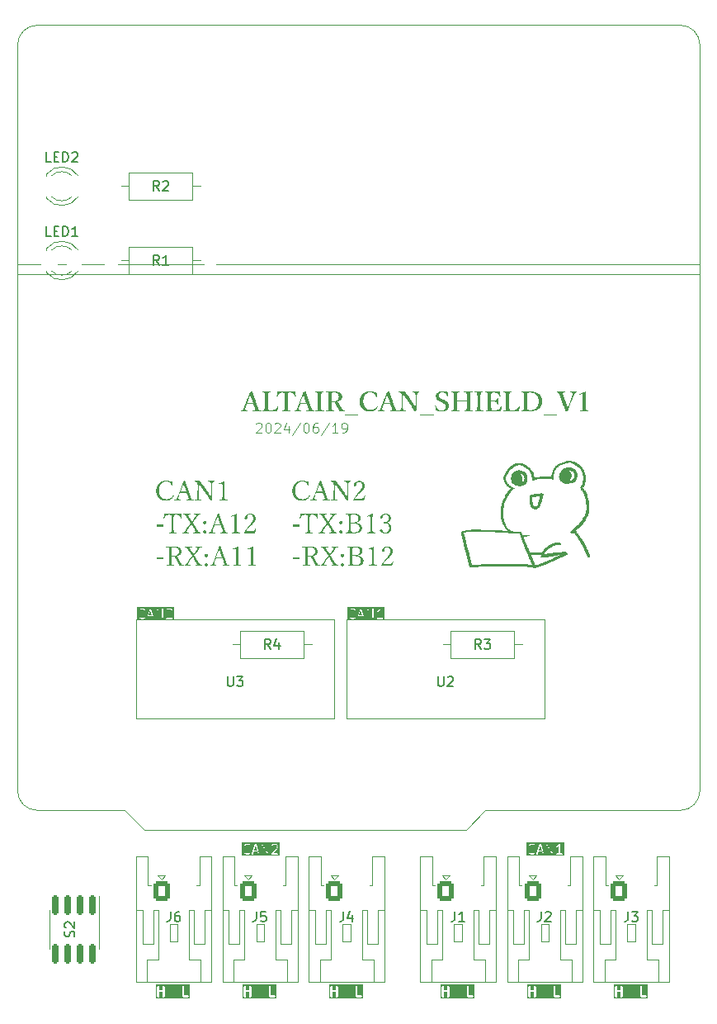
<source format=gto>
%TF.GenerationSoftware,KiCad,Pcbnew,7.0.7*%
%TF.CreationDate,2024-06-19T04:07:58+09:00*%
%TF.ProjectId,ALTAIR_CAN_SHIELD _V1,414c5441-4952-45f4-9341-4e5f53484945,rev?*%
%TF.SameCoordinates,Original*%
%TF.FileFunction,Legend,Top*%
%TF.FilePolarity,Positive*%
%FSLAX46Y46*%
G04 Gerber Fmt 4.6, Leading zero omitted, Abs format (unit mm)*
G04 Created by KiCad (PCBNEW 7.0.7) date 2024-06-19 04:07:58*
%MOMM*%
%LPD*%
G01*
G04 APERTURE LIST*
G04 Aperture macros list*
%AMRoundRect*
0 Rectangle with rounded corners*
0 $1 Rounding radius*
0 $2 $3 $4 $5 $6 $7 $8 $9 X,Y pos of 4 corners*
0 Add a 4 corners polygon primitive as box body*
4,1,4,$2,$3,$4,$5,$6,$7,$8,$9,$2,$3,0*
0 Add four circle primitives for the rounded corners*
1,1,$1+$1,$2,$3*
1,1,$1+$1,$4,$5*
1,1,$1+$1,$6,$7*
1,1,$1+$1,$8,$9*
0 Add four rect primitives between the rounded corners*
20,1,$1+$1,$2,$3,$4,$5,0*
20,1,$1+$1,$4,$5,$6,$7,0*
20,1,$1+$1,$6,$7,$8,$9,0*
20,1,$1+$1,$8,$9,$2,$3,0*%
G04 Aperture macros list end*
%ADD10C,0.200000*%
%ADD11C,0.100000*%
%ADD12C,0.300000*%
%ADD13C,0.150000*%
%ADD14C,0.120000*%
%ADD15O,2.800000X2.000000*%
%ADD16RoundRect,0.250000X-0.600000X-0.725000X0.600000X-0.725000X0.600000X0.725000X-0.600000X0.725000X0*%
%ADD17O,1.700000X1.950000*%
%ADD18RoundRect,0.150000X-0.150000X0.825000X-0.150000X-0.825000X0.150000X-0.825000X0.150000X0.825000X0*%
%ADD19C,1.524000*%
%ADD20C,1.600000*%
%ADD21O,1.600000X1.600000*%
%ADD22R,1.800000X1.800000*%
%ADD23C,1.800000*%
%ADD24C,1.700000*%
G04 APERTURE END LIST*
D10*
G36*
X141450255Y-151875076D02*
G01*
X137921816Y-151875076D01*
X137921816Y-151632219D01*
X138064673Y-151632219D01*
X138083771Y-151690998D01*
X138133771Y-151727325D01*
X138195575Y-151727325D01*
X138245575Y-151690998D01*
X138264673Y-151632219D01*
X138264673Y-151208409D01*
X138636101Y-151208409D01*
X138636101Y-151632219D01*
X138655199Y-151690998D01*
X138705199Y-151727325D01*
X138767003Y-151727325D01*
X138817003Y-151690998D01*
X138836101Y-151632219D01*
X140636102Y-151632219D01*
X140640996Y-151647281D01*
X140640996Y-151663121D01*
X140650305Y-151675934D01*
X140655200Y-151690998D01*
X140668013Y-151700307D01*
X140677323Y-151713121D01*
X140692386Y-151718015D01*
X140705200Y-151727325D01*
X140721039Y-151727325D01*
X140736102Y-151732219D01*
X141212292Y-151732219D01*
X141271071Y-151713121D01*
X141307398Y-151663121D01*
X141307398Y-151601317D01*
X141271071Y-151551317D01*
X141212292Y-151532219D01*
X140836102Y-151532219D01*
X140836102Y-150632219D01*
X140817004Y-150573440D01*
X140767004Y-150537113D01*
X140705200Y-150537113D01*
X140655200Y-150573440D01*
X140636102Y-150632219D01*
X140636102Y-151632219D01*
X138836101Y-151632219D01*
X138836101Y-150632219D01*
X138817003Y-150573440D01*
X138767003Y-150537113D01*
X138705199Y-150537113D01*
X138655199Y-150573440D01*
X138636101Y-150632219D01*
X138636101Y-151008409D01*
X138264673Y-151008409D01*
X138264673Y-150632219D01*
X138245575Y-150573440D01*
X138195575Y-150537113D01*
X138133771Y-150537113D01*
X138083771Y-150573440D01*
X138064673Y-150632219D01*
X138064673Y-151632219D01*
X137921816Y-151632219D01*
X137921816Y-150394256D01*
X141450255Y-150394256D01*
X141450255Y-151875076D01*
G37*
G36*
X150340255Y-151875076D02*
G01*
X146811816Y-151875076D01*
X146811816Y-151632219D01*
X146954673Y-151632219D01*
X146973771Y-151690998D01*
X147023771Y-151727325D01*
X147085575Y-151727325D01*
X147135575Y-151690998D01*
X147154673Y-151632219D01*
X147154673Y-151208409D01*
X147526101Y-151208409D01*
X147526101Y-151632219D01*
X147545199Y-151690998D01*
X147595199Y-151727325D01*
X147657003Y-151727325D01*
X147707003Y-151690998D01*
X147726101Y-151632219D01*
X149526102Y-151632219D01*
X149530996Y-151647281D01*
X149530996Y-151663121D01*
X149540305Y-151675934D01*
X149545200Y-151690998D01*
X149558013Y-151700307D01*
X149567323Y-151713121D01*
X149582386Y-151718015D01*
X149595200Y-151727325D01*
X149611039Y-151727325D01*
X149626102Y-151732219D01*
X150102292Y-151732219D01*
X150161071Y-151713121D01*
X150197398Y-151663121D01*
X150197398Y-151601317D01*
X150161071Y-151551317D01*
X150102292Y-151532219D01*
X149726102Y-151532219D01*
X149726102Y-150632219D01*
X149707004Y-150573440D01*
X149657004Y-150537113D01*
X149595200Y-150537113D01*
X149545200Y-150573440D01*
X149526102Y-150632219D01*
X149526102Y-151632219D01*
X147726101Y-151632219D01*
X147726101Y-150632219D01*
X147707003Y-150573440D01*
X147657003Y-150537113D01*
X147595199Y-150537113D01*
X147545199Y-150573440D01*
X147526101Y-150632219D01*
X147526101Y-151008409D01*
X147154673Y-151008409D01*
X147154673Y-150632219D01*
X147135575Y-150573440D01*
X147085575Y-150537113D01*
X147023771Y-150537113D01*
X146973771Y-150573440D01*
X146954673Y-150632219D01*
X146954673Y-151632219D01*
X146811816Y-151632219D01*
X146811816Y-150394256D01*
X150340255Y-150394256D01*
X150340255Y-151875076D01*
G37*
G36*
X130730959Y-98826636D02*
G01*
X130733529Y-98859099D01*
X130736111Y-98891154D01*
X130738704Y-98922801D01*
X130741309Y-98954039D01*
X130743925Y-98984869D01*
X130746552Y-99015291D01*
X130749191Y-99045304D01*
X130751842Y-99074909D01*
X130754504Y-99104105D01*
X130757177Y-99132894D01*
X130759862Y-99161273D01*
X130762558Y-99189245D01*
X130765266Y-99216808D01*
X130767985Y-99243963D01*
X130770715Y-99270709D01*
X130773457Y-99297048D01*
X130773457Y-99305840D01*
X130761463Y-99322230D01*
X130740920Y-99326517D01*
X130730959Y-99326845D01*
X130712596Y-99319957D01*
X130703604Y-99307306D01*
X130691413Y-99279254D01*
X130678897Y-99252130D01*
X130666057Y-99225933D01*
X130652893Y-99200663D01*
X130639404Y-99176321D01*
X130625591Y-99152906D01*
X130611454Y-99130419D01*
X130596992Y-99108859D01*
X130582206Y-99088226D01*
X130567095Y-99068520D01*
X130551660Y-99049742D01*
X130535901Y-99031892D01*
X130519817Y-99014968D01*
X130503409Y-98998972D01*
X130486676Y-98983904D01*
X130469619Y-98969762D01*
X130448362Y-98955447D01*
X130426724Y-98942056D01*
X130404704Y-98929588D01*
X130382302Y-98918044D01*
X130359519Y-98907423D01*
X130336354Y-98897726D01*
X130312808Y-98888952D01*
X130288879Y-98881102D01*
X130264570Y-98874176D01*
X130239878Y-98868172D01*
X130214805Y-98863093D01*
X130189351Y-98858937D01*
X130163514Y-98855705D01*
X130137296Y-98853396D01*
X130110697Y-98852010D01*
X130083715Y-98851549D01*
X130062716Y-98851831D01*
X130041973Y-98852678D01*
X130021485Y-98854090D01*
X130001253Y-98856067D01*
X129981277Y-98858609D01*
X129961556Y-98861715D01*
X129942091Y-98865387D01*
X129922882Y-98869623D01*
X129903928Y-98874424D01*
X129866788Y-98885720D01*
X129830670Y-98899275D01*
X129795576Y-98915090D01*
X129761504Y-98933164D01*
X129728455Y-98953497D01*
X129712314Y-98964511D01*
X129696428Y-98976090D01*
X129680799Y-98988233D01*
X129665425Y-99000941D01*
X129650307Y-99014214D01*
X129635444Y-99028052D01*
X129620837Y-99042455D01*
X129606486Y-99057423D01*
X129592390Y-99072955D01*
X129578551Y-99089052D01*
X129564967Y-99105714D01*
X129551638Y-99122941D01*
X129538565Y-99140732D01*
X129527326Y-99156919D01*
X129516442Y-99173360D01*
X129505916Y-99190055D01*
X129495747Y-99207006D01*
X129485934Y-99224211D01*
X129476478Y-99241671D01*
X129467379Y-99259386D01*
X129458637Y-99277356D01*
X129450252Y-99295580D01*
X129442223Y-99314059D01*
X129434551Y-99332792D01*
X129427237Y-99351781D01*
X129420278Y-99371024D01*
X129413677Y-99390522D01*
X129407433Y-99410275D01*
X129401545Y-99430282D01*
X129396014Y-99450544D01*
X129390841Y-99471061D01*
X129386023Y-99491833D01*
X129381563Y-99512859D01*
X129377460Y-99534140D01*
X129373713Y-99555676D01*
X129370323Y-99577467D01*
X129367290Y-99599512D01*
X129364614Y-99621812D01*
X129362295Y-99644367D01*
X129360332Y-99667176D01*
X129358726Y-99690240D01*
X129357478Y-99713559D01*
X129356585Y-99737133D01*
X129356050Y-99760962D01*
X129355872Y-99785045D01*
X129356106Y-99810329D01*
X129356811Y-99835317D01*
X129357984Y-99860009D01*
X129359627Y-99884406D01*
X129361739Y-99908507D01*
X129364321Y-99932312D01*
X129367372Y-99955821D01*
X129370893Y-99979035D01*
X129374883Y-100001953D01*
X129379342Y-100024575D01*
X129384271Y-100046901D01*
X129389669Y-100068931D01*
X129395536Y-100090666D01*
X129401873Y-100112105D01*
X129408680Y-100133248D01*
X129415956Y-100154096D01*
X129423701Y-100174648D01*
X129431915Y-100194903D01*
X129440599Y-100214864D01*
X129449753Y-100234528D01*
X129459375Y-100253897D01*
X129469468Y-100272970D01*
X129480029Y-100291747D01*
X129491060Y-100310228D01*
X129502561Y-100328414D01*
X129514530Y-100346303D01*
X129526970Y-100363898D01*
X129539878Y-100381196D01*
X129553256Y-100398198D01*
X129567104Y-100414905D01*
X129581421Y-100431316D01*
X129596207Y-100447431D01*
X129622829Y-100474523D01*
X129650184Y-100499867D01*
X129678272Y-100523463D01*
X129707093Y-100545312D01*
X129736646Y-100565412D01*
X129766933Y-100583765D01*
X129797951Y-100600369D01*
X129829703Y-100615226D01*
X129862187Y-100628335D01*
X129895404Y-100639696D01*
X129929354Y-100649310D01*
X129964036Y-100657175D01*
X129999452Y-100663293D01*
X130035600Y-100667662D01*
X130072480Y-100670284D01*
X130110094Y-100671158D01*
X130141179Y-100670727D01*
X130171666Y-100669433D01*
X130201553Y-100667277D01*
X130230841Y-100664258D01*
X130259530Y-100660377D01*
X130287620Y-100655633D01*
X130315111Y-100650027D01*
X130342002Y-100643558D01*
X130368295Y-100636227D01*
X130393988Y-100628034D01*
X130419082Y-100618978D01*
X130443577Y-100609059D01*
X130467473Y-100598278D01*
X130490769Y-100586635D01*
X130513466Y-100574129D01*
X130535565Y-100560760D01*
X130553826Y-100548725D01*
X130571850Y-100535947D01*
X130589638Y-100522424D01*
X130607189Y-100508156D01*
X130624503Y-100493145D01*
X130641581Y-100477389D01*
X130658423Y-100460890D01*
X130675027Y-100443646D01*
X130691396Y-100425658D01*
X130707527Y-100406925D01*
X130723422Y-100387449D01*
X130739080Y-100367228D01*
X130754502Y-100346263D01*
X130769687Y-100324554D01*
X130784635Y-100302101D01*
X130799347Y-100278904D01*
X130815085Y-100266412D01*
X130827191Y-100264738D01*
X130847157Y-100268598D01*
X130864316Y-100278415D01*
X130878169Y-100293032D01*
X130880436Y-100302351D01*
X130875665Y-100321731D01*
X130872620Y-100327264D01*
X130855604Y-100358039D01*
X130838079Y-100387836D01*
X130820044Y-100416657D01*
X130801499Y-100444501D01*
X130782446Y-100471367D01*
X130762882Y-100497257D01*
X130742810Y-100522170D01*
X130722227Y-100546106D01*
X130701136Y-100569064D01*
X130679534Y-100591046D01*
X130657424Y-100612051D01*
X130634804Y-100632079D01*
X130611674Y-100651130D01*
X130588035Y-100669204D01*
X130563886Y-100686301D01*
X130539228Y-100702421D01*
X130514061Y-100717564D01*
X130488384Y-100731730D01*
X130462197Y-100744919D01*
X130435502Y-100757131D01*
X130408296Y-100768367D01*
X130380581Y-100778625D01*
X130352357Y-100787906D01*
X130323623Y-100796210D01*
X130294380Y-100803538D01*
X130264627Y-100809888D01*
X130234365Y-100815261D01*
X130203593Y-100819658D01*
X130172312Y-100823077D01*
X130140521Y-100825519D01*
X130108221Y-100826985D01*
X130075411Y-100827473D01*
X130046225Y-100827156D01*
X130017407Y-100826204D01*
X129988958Y-100824618D01*
X129960877Y-100822398D01*
X129933164Y-100819543D01*
X129905819Y-100816053D01*
X129878842Y-100811929D01*
X129852234Y-100807171D01*
X129825994Y-100801778D01*
X129800123Y-100795750D01*
X129774619Y-100789089D01*
X129749484Y-100781792D01*
X129724718Y-100773862D01*
X129700319Y-100765296D01*
X129676289Y-100756097D01*
X129652627Y-100746263D01*
X129629333Y-100735794D01*
X129606408Y-100724691D01*
X129583851Y-100712953D01*
X129561662Y-100700582D01*
X129539841Y-100687575D01*
X129518389Y-100673934D01*
X129497305Y-100659659D01*
X129476589Y-100644749D01*
X129456241Y-100629205D01*
X129436262Y-100613026D01*
X129416651Y-100596213D01*
X129397408Y-100578765D01*
X129378534Y-100560683D01*
X129360028Y-100541967D01*
X129341890Y-100522616D01*
X129324120Y-100502630D01*
X129308913Y-100484725D01*
X129294189Y-100466547D01*
X129279948Y-100448096D01*
X129266189Y-100429373D01*
X129252913Y-100410376D01*
X129240120Y-100391107D01*
X129227809Y-100371564D01*
X129215982Y-100351749D01*
X129204637Y-100331661D01*
X129193775Y-100311300D01*
X129183395Y-100290667D01*
X129173499Y-100269760D01*
X129164085Y-100248581D01*
X129155154Y-100227128D01*
X129146705Y-100205403D01*
X129138740Y-100183405D01*
X129131257Y-100161134D01*
X129124257Y-100138590D01*
X129117740Y-100115774D01*
X129111705Y-100092684D01*
X129106154Y-100069322D01*
X129101085Y-100045686D01*
X129096498Y-100021778D01*
X129092395Y-99997597D01*
X129088774Y-99973143D01*
X129085636Y-99948417D01*
X129082981Y-99923417D01*
X129080809Y-99898145D01*
X129079119Y-99872599D01*
X129077912Y-99846781D01*
X129077188Y-99820690D01*
X129076946Y-99794326D01*
X129077257Y-99764348D01*
X129078191Y-99734742D01*
X129079746Y-99705509D01*
X129081923Y-99676647D01*
X129084722Y-99648157D01*
X129088143Y-99620040D01*
X129092187Y-99592294D01*
X129096852Y-99564921D01*
X129102140Y-99537920D01*
X129108049Y-99511291D01*
X129114581Y-99485034D01*
X129121734Y-99459149D01*
X129129510Y-99433636D01*
X129137908Y-99408495D01*
X129146928Y-99383726D01*
X129156570Y-99359330D01*
X129166834Y-99335305D01*
X129177720Y-99311653D01*
X129189228Y-99288372D01*
X129201358Y-99265464D01*
X129214110Y-99242928D01*
X129227484Y-99220764D01*
X129241480Y-99198972D01*
X129256099Y-99177552D01*
X129271339Y-99156504D01*
X129287201Y-99135828D01*
X129303686Y-99115525D01*
X129320792Y-99095593D01*
X129338521Y-99076034D01*
X129356872Y-99056846D01*
X129375844Y-99038031D01*
X129395439Y-99019588D01*
X129412819Y-99003870D01*
X129430461Y-98988651D01*
X129448364Y-98973931D01*
X129466529Y-98959710D01*
X129484955Y-98945988D01*
X129503643Y-98932765D01*
X129522591Y-98920041D01*
X129541802Y-98907816D01*
X129561273Y-98896090D01*
X129581006Y-98884863D01*
X129601001Y-98874135D01*
X129621257Y-98863906D01*
X129641774Y-98854176D01*
X129662553Y-98844945D01*
X129683593Y-98836212D01*
X129704895Y-98827979D01*
X129726458Y-98820245D01*
X129748282Y-98813010D01*
X129770368Y-98806274D01*
X129792715Y-98800036D01*
X129815324Y-98794298D01*
X129838194Y-98789059D01*
X129861326Y-98784318D01*
X129884719Y-98780077D01*
X129908373Y-98776335D01*
X129932289Y-98773091D01*
X129956466Y-98770347D01*
X129980905Y-98768102D01*
X130005605Y-98766355D01*
X130030566Y-98765108D01*
X130055789Y-98764359D01*
X130081273Y-98764110D01*
X130104085Y-98764299D01*
X130126603Y-98764865D01*
X130148827Y-98765810D01*
X130170758Y-98767132D01*
X130192394Y-98768832D01*
X130213737Y-98770910D01*
X130234785Y-98773366D01*
X130255540Y-98776200D01*
X130276001Y-98779411D01*
X130296169Y-98783000D01*
X130316042Y-98786967D01*
X130335621Y-98791312D01*
X130354907Y-98796035D01*
X130373899Y-98801135D01*
X130401836Y-98809495D01*
X130411001Y-98812470D01*
X130435366Y-98820589D01*
X130459000Y-98827909D01*
X130481905Y-98834430D01*
X130504080Y-98840153D01*
X130525526Y-98845078D01*
X130546241Y-98849204D01*
X130566226Y-98852531D01*
X130591738Y-98855725D01*
X130615953Y-98857500D01*
X130633262Y-98857899D01*
X130655305Y-98855945D01*
X130675895Y-98851030D01*
X130694511Y-98844435D01*
X130714019Y-98835642D01*
X130730959Y-98826636D01*
G37*
G36*
X132024685Y-98772376D02*
G01*
X132031308Y-98787557D01*
X132042299Y-98824052D01*
X132053656Y-98861242D01*
X132059472Y-98880097D01*
X132065380Y-98899126D01*
X132071379Y-98918329D01*
X132077470Y-98937705D01*
X132083652Y-98957255D01*
X132089926Y-98976979D01*
X132096292Y-98996876D01*
X132102749Y-99016947D01*
X132109298Y-99037191D01*
X132115938Y-99057610D01*
X132122670Y-99078201D01*
X132129494Y-99098967D01*
X132136409Y-99119906D01*
X132143415Y-99141018D01*
X132150514Y-99162305D01*
X132157704Y-99183765D01*
X132164985Y-99205398D01*
X132172358Y-99227206D01*
X132179823Y-99249187D01*
X132187379Y-99271341D01*
X132195027Y-99293669D01*
X132202766Y-99316171D01*
X132210597Y-99338847D01*
X132218520Y-99361696D01*
X132226534Y-99384718D01*
X132234640Y-99407915D01*
X132242838Y-99431285D01*
X132251127Y-99454829D01*
X132567177Y-100341430D01*
X132578017Y-100371512D01*
X132588556Y-100400209D01*
X132598793Y-100427520D01*
X132608729Y-100453446D01*
X132618363Y-100477987D01*
X132627696Y-100501142D01*
X132636727Y-100522912D01*
X132645457Y-100543297D01*
X132653885Y-100562296D01*
X132665962Y-100588198D01*
X132677361Y-100610983D01*
X132688081Y-100630650D01*
X132701320Y-100652025D01*
X132704441Y-100656503D01*
X132719554Y-100672949D01*
X132736040Y-100684509D01*
X132756434Y-100694649D01*
X132780737Y-100703369D01*
X132801528Y-100708977D01*
X132824517Y-100713787D01*
X132849705Y-100717799D01*
X132877090Y-100721012D01*
X132896569Y-100722710D01*
X132906674Y-100723426D01*
X132926023Y-100729814D01*
X132936907Y-100746192D01*
X132938426Y-100759085D01*
X132935468Y-100778663D01*
X132921390Y-100793890D01*
X132908140Y-100796210D01*
X132869841Y-100795205D01*
X132833592Y-100794264D01*
X132799393Y-100793388D01*
X132767242Y-100792577D01*
X132737141Y-100791831D01*
X132709089Y-100791150D01*
X132683087Y-100790534D01*
X132659134Y-100789982D01*
X132637231Y-100789495D01*
X132617376Y-100789074D01*
X132591437Y-100788563D01*
X132570110Y-100788198D01*
X132548845Y-100787938D01*
X132541287Y-100787906D01*
X132520519Y-100788109D01*
X132494442Y-100788563D01*
X132469365Y-100789074D01*
X132439557Y-100789731D01*
X132417056Y-100790250D01*
X132392452Y-100790834D01*
X132365746Y-100791482D01*
X132336936Y-100792196D01*
X132306024Y-100792975D01*
X132273010Y-100793818D01*
X132237892Y-100794726D01*
X132200672Y-100795699D01*
X132181273Y-100796210D01*
X132163391Y-100788053D01*
X132156750Y-100767786D01*
X132156360Y-100759085D01*
X132159864Y-100738500D01*
X132174096Y-100724940D01*
X132181273Y-100723426D01*
X132207648Y-100721165D01*
X132232186Y-100718594D01*
X132254887Y-100715715D01*
X132275749Y-100712527D01*
X132300708Y-100707794D01*
X132322400Y-100702513D01*
X132344921Y-100695138D01*
X132365208Y-100685154D01*
X132367875Y-100683370D01*
X132382515Y-100668262D01*
X132391506Y-100650226D01*
X132396268Y-100630888D01*
X132398131Y-100608232D01*
X132398161Y-100604724D01*
X132396586Y-100585099D01*
X132393060Y-100564658D01*
X132387519Y-100540005D01*
X132382041Y-100518750D01*
X132375429Y-100495126D01*
X132367684Y-100469131D01*
X132358805Y-100440766D01*
X132352256Y-100420540D01*
X132345204Y-100399260D01*
X132337648Y-100376927D01*
X132333681Y-100365366D01*
X132213025Y-100013168D01*
X132188583Y-100011807D01*
X132164718Y-100010534D01*
X132141429Y-100009349D01*
X132118716Y-100008252D01*
X132096580Y-100007243D01*
X132075020Y-100006321D01*
X132054036Y-100005487D01*
X132033628Y-100004741D01*
X132013797Y-100004083D01*
X131985130Y-100003260D01*
X131957760Y-100002635D01*
X131931687Y-100002207D01*
X131906910Y-100001976D01*
X131891113Y-100001933D01*
X131867871Y-100001976D01*
X131844798Y-100002108D01*
X131821893Y-100002327D01*
X131799155Y-100002635D01*
X131776586Y-100003030D01*
X131754184Y-100003512D01*
X131731950Y-100004083D01*
X131709884Y-100004741D01*
X131687986Y-100005487D01*
X131666256Y-100006321D01*
X131644694Y-100007243D01*
X131623300Y-100008252D01*
X131602074Y-100009349D01*
X131581016Y-100010534D01*
X131560125Y-100011807D01*
X131539403Y-100013168D01*
X131424120Y-100328241D01*
X131416312Y-100349406D01*
X131409008Y-100369915D01*
X131402207Y-100389767D01*
X131395910Y-100408963D01*
X131387409Y-100436526D01*
X131380042Y-100462613D01*
X131373808Y-100487222D01*
X131368708Y-100510355D01*
X131364741Y-100532010D01*
X131361907Y-100552189D01*
X131359892Y-100576796D01*
X131359640Y-100588115D01*
X131360845Y-100609470D01*
X131365470Y-100632230D01*
X131373564Y-100651865D01*
X131385128Y-100668374D01*
X131400160Y-100681758D01*
X131408977Y-100687278D01*
X131430587Y-100696586D01*
X131453344Y-100703450D01*
X131474658Y-100708358D01*
X131498735Y-100712747D01*
X131518606Y-100715698D01*
X131540031Y-100718357D01*
X131563010Y-100720724D01*
X131587544Y-100722799D01*
X131596067Y-100723426D01*
X131613598Y-100732478D01*
X131620110Y-100751262D01*
X131620491Y-100759085D01*
X131618106Y-100778663D01*
X131605584Y-100794434D01*
X131596067Y-100796210D01*
X131558855Y-100795205D01*
X131523787Y-100794264D01*
X131490863Y-100793388D01*
X131460085Y-100792577D01*
X131431451Y-100791831D01*
X131404962Y-100791150D01*
X131380618Y-100790534D01*
X131358419Y-100789982D01*
X131338364Y-100789495D01*
X131312304Y-100788887D01*
X131291069Y-100788425D01*
X131270262Y-100788036D01*
X131258035Y-100787906D01*
X131229639Y-100787979D01*
X131201604Y-100788198D01*
X131173929Y-100788563D01*
X131146615Y-100789074D01*
X131119661Y-100789731D01*
X131093068Y-100790534D01*
X131066836Y-100791482D01*
X131040964Y-100792577D01*
X131015453Y-100793818D01*
X130990303Y-100795205D01*
X130973736Y-100796210D01*
X130955855Y-100788053D01*
X130949213Y-100767786D01*
X130948824Y-100759085D01*
X130952327Y-100738729D01*
X130966559Y-100725069D01*
X130973736Y-100723426D01*
X130994240Y-100720265D01*
X131013619Y-100716459D01*
X131037707Y-100710384D01*
X131059796Y-100703163D01*
X131079885Y-100694798D01*
X131097974Y-100685288D01*
X131117773Y-100671790D01*
X131134448Y-100656503D01*
X131150828Y-100636277D01*
X131163934Y-100617000D01*
X131177744Y-100594202D01*
X131187342Y-100577048D01*
X131197253Y-100558329D01*
X131207477Y-100538046D01*
X131218014Y-100516197D01*
X131228863Y-100492784D01*
X131240026Y-100467807D01*
X131251502Y-100441264D01*
X131263290Y-100413157D01*
X131275392Y-100383486D01*
X131287806Y-100352249D01*
X131300533Y-100319448D01*
X131463347Y-99889581D01*
X131579459Y-99889581D01*
X131599214Y-99890628D01*
X131620927Y-99891573D01*
X131644597Y-99892414D01*
X131670225Y-99893153D01*
X131697812Y-99893788D01*
X131727355Y-99894321D01*
X131748139Y-99894618D01*
X131769793Y-99894870D01*
X131792316Y-99895076D01*
X131815710Y-99895237D01*
X131839974Y-99895351D01*
X131865108Y-99895420D01*
X131891113Y-99895443D01*
X131914951Y-99895422D01*
X131937984Y-99895359D01*
X131960212Y-99895254D01*
X131981635Y-99895107D01*
X132002253Y-99894918D01*
X132022065Y-99894687D01*
X132050273Y-99894262D01*
X132076670Y-99893742D01*
X132101255Y-99893129D01*
X132124029Y-99892420D01*
X132144990Y-99891617D01*
X132170120Y-99890400D01*
X132175900Y-99890069D01*
X132015188Y-99448478D01*
X132007403Y-99425895D01*
X131999556Y-99403087D01*
X131991649Y-99380054D01*
X131983681Y-99356796D01*
X131975651Y-99333312D01*
X131967561Y-99309603D01*
X131959409Y-99285669D01*
X131951196Y-99261510D01*
X131942923Y-99237126D01*
X131934588Y-99212517D01*
X131926192Y-99187682D01*
X131917735Y-99162622D01*
X131909217Y-99137338D01*
X131900638Y-99111828D01*
X131891998Y-99086092D01*
X131883297Y-99060132D01*
X131876113Y-99080692D01*
X131869472Y-99099270D01*
X131862038Y-99119741D01*
X131853810Y-99142104D01*
X131844788Y-99166361D01*
X131837501Y-99185795D01*
X131829768Y-99206294D01*
X131821587Y-99227858D01*
X131815886Y-99242826D01*
X131806575Y-99267625D01*
X131797693Y-99291283D01*
X131789241Y-99313799D01*
X131781219Y-99335172D01*
X131773625Y-99355404D01*
X131766461Y-99374494D01*
X131757577Y-99398170D01*
X131749456Y-99419816D01*
X131742098Y-99439432D01*
X131738705Y-99448478D01*
X131579459Y-99889581D01*
X131463347Y-99889581D01*
X131633192Y-99441151D01*
X131643456Y-99413683D01*
X131653487Y-99386782D01*
X131663285Y-99360449D01*
X131672851Y-99334684D01*
X131682184Y-99309486D01*
X131691284Y-99284856D01*
X131700151Y-99260794D01*
X131708785Y-99237300D01*
X131717187Y-99214373D01*
X131725356Y-99192014D01*
X131733292Y-99170222D01*
X131740995Y-99148998D01*
X131748465Y-99128342D01*
X131755703Y-99108254D01*
X131762708Y-99088733D01*
X131769480Y-99069780D01*
X131782325Y-99033576D01*
X131794240Y-98999644D01*
X131805223Y-98967982D01*
X131815275Y-98938591D01*
X131824396Y-98911470D01*
X131832586Y-98886620D01*
X131839844Y-98864041D01*
X131846172Y-98843733D01*
X132006884Y-98764110D01*
X132024685Y-98772376D01*
G37*
G36*
X133466967Y-99084068D02*
G01*
X133435216Y-99084068D01*
X133445963Y-100289162D01*
X133446655Y-100326096D01*
X133447634Y-100361183D01*
X133448899Y-100394423D01*
X133450450Y-100425816D01*
X133452288Y-100455362D01*
X133454412Y-100483060D01*
X133456822Y-100508912D01*
X133459518Y-100532916D01*
X133462500Y-100555074D01*
X133465769Y-100575384D01*
X133471209Y-100602386D01*
X133477292Y-100625233D01*
X133484020Y-100643923D01*
X133491392Y-100658457D01*
X133506101Y-100675115D01*
X133523003Y-100686931D01*
X133544470Y-100697403D01*
X133563565Y-100704375D01*
X133585228Y-100710592D01*
X133609458Y-100716053D01*
X133636256Y-100720758D01*
X133665621Y-100724708D01*
X133686624Y-100726922D01*
X133708768Y-100728799D01*
X133725254Y-100739302D01*
X133730664Y-100758509D01*
X133730750Y-100762016D01*
X133728152Y-100781484D01*
X133713920Y-100795676D01*
X133708768Y-100796210D01*
X133686694Y-100795691D01*
X133664024Y-100795187D01*
X133642100Y-100794718D01*
X133622071Y-100794300D01*
X133600445Y-100793859D01*
X133595928Y-100793768D01*
X133569106Y-100794204D01*
X133543778Y-100794598D01*
X133519944Y-100794948D01*
X133497605Y-100795256D01*
X133476759Y-100795521D01*
X133451289Y-100795807D01*
X133428475Y-100796017D01*
X133408318Y-100796151D01*
X133386856Y-100796210D01*
X133366386Y-100796210D01*
X133342076Y-100796210D01*
X133319216Y-100796210D01*
X133292388Y-100796210D01*
X133272299Y-100796210D01*
X133250447Y-100796210D01*
X133226832Y-100796210D01*
X133201453Y-100796210D01*
X133174312Y-100796210D01*
X133145407Y-100796210D01*
X133114740Y-100796210D01*
X133082309Y-100796210D01*
X133065432Y-100796210D01*
X133046732Y-100789665D01*
X133038504Y-100770030D01*
X133038077Y-100762016D01*
X133042592Y-100741923D01*
X133059021Y-100729959D01*
X133065432Y-100728799D01*
X133085372Y-100726569D01*
X133113351Y-100722643D01*
X133139010Y-100718022D01*
X133162352Y-100712705D01*
X133183375Y-100706693D01*
X133202079Y-100699986D01*
X133223412Y-100689960D01*
X133240624Y-100678698D01*
X133256342Y-100662882D01*
X133260826Y-100656015D01*
X133271191Y-100632789D01*
X133278144Y-100611172D01*
X133284392Y-100585957D01*
X133289936Y-100557145D01*
X133293241Y-100535938D01*
X133296233Y-100513131D01*
X133298912Y-100488726D01*
X133301278Y-100462722D01*
X133303331Y-100435119D01*
X133305072Y-100405916D01*
X133306499Y-100375115D01*
X133307613Y-100342715D01*
X133308415Y-100308715D01*
X133308698Y-100291116D01*
X133325307Y-99249665D01*
X133325598Y-99221739D01*
X133325497Y-99195114D01*
X133325003Y-99169791D01*
X133324116Y-99145770D01*
X133322835Y-99123049D01*
X133321162Y-99101630D01*
X133319096Y-99081513D01*
X133315259Y-99053777D01*
X133310537Y-99028968D01*
X133304932Y-99007088D01*
X133298442Y-98988136D01*
X133288413Y-98967421D01*
X133282808Y-98959016D01*
X133268619Y-98943941D01*
X133250232Y-98930225D01*
X133227648Y-98917868D01*
X133207954Y-98909492D01*
X133185899Y-98901880D01*
X133161483Y-98895032D01*
X133134706Y-98888948D01*
X133105567Y-98883629D01*
X133084829Y-98880507D01*
X133063042Y-98877725D01*
X133051755Y-98876461D01*
X133033055Y-98868995D01*
X133024827Y-98850869D01*
X133024399Y-98843733D01*
X133026109Y-98822575D01*
X133034043Y-98803354D01*
X133051755Y-98795373D01*
X133078774Y-98795373D01*
X133105244Y-98795373D01*
X133131164Y-98795373D01*
X133156535Y-98795373D01*
X133181356Y-98795373D01*
X133205628Y-98795373D01*
X133229350Y-98795373D01*
X133252522Y-98795373D01*
X133275145Y-98795373D01*
X133297219Y-98795373D01*
X133311629Y-98795373D01*
X133336701Y-98795347D01*
X133361540Y-98795270D01*
X133386148Y-98795141D01*
X133410524Y-98794961D01*
X133434669Y-98794729D01*
X133458581Y-98794445D01*
X133482262Y-98794111D01*
X133505710Y-98793724D01*
X133528927Y-98793286D01*
X133551912Y-98792797D01*
X133567107Y-98792442D01*
X133576932Y-98811127D01*
X133587234Y-98830177D01*
X133598013Y-98849595D01*
X133609269Y-98869378D01*
X133621003Y-98889528D01*
X133633213Y-98910045D01*
X133645900Y-98930928D01*
X133659064Y-98952177D01*
X133672706Y-98973792D01*
X133686824Y-98995774D01*
X133701420Y-99018122D01*
X133716492Y-99040837D01*
X133732041Y-99063918D01*
X133748068Y-99087365D01*
X133764572Y-99111179D01*
X133781552Y-99135359D01*
X134434169Y-100069344D01*
X134456109Y-100101158D01*
X134477354Y-100131999D01*
X134497905Y-100161868D01*
X134517761Y-100190763D01*
X134536923Y-100218685D01*
X134555390Y-100245633D01*
X134573162Y-100271609D01*
X134590240Y-100296612D01*
X134606624Y-100320641D01*
X134622312Y-100343697D01*
X134637307Y-100365780D01*
X134651606Y-100386890D01*
X134665211Y-100407026D01*
X134678122Y-100426190D01*
X134690338Y-100444380D01*
X134701859Y-100461598D01*
X134701859Y-100115261D01*
X134698928Y-99297048D01*
X134698741Y-99262169D01*
X134698180Y-99228973D01*
X134697245Y-99197460D01*
X134695936Y-99167629D01*
X134694253Y-99139482D01*
X134692196Y-99113018D01*
X134689765Y-99088237D01*
X134686960Y-99065139D01*
X134683781Y-99043724D01*
X134680228Y-99023992D01*
X134674198Y-98997549D01*
X134667326Y-98974893D01*
X134659612Y-98956024D01*
X134651057Y-98940942D01*
X134636805Y-98925514D01*
X134620269Y-98914477D01*
X134599169Y-98904601D01*
X134580348Y-98897955D01*
X134558960Y-98891961D01*
X134535005Y-98886620D01*
X134508482Y-98881932D01*
X134479392Y-98877896D01*
X134458572Y-98875568D01*
X134436612Y-98873531D01*
X134418293Y-98864127D01*
X134412283Y-98844479D01*
X134412187Y-98840802D01*
X134413714Y-98820927D01*
X134421728Y-98801761D01*
X134436612Y-98795373D01*
X134464745Y-98796674D01*
X134491749Y-98797892D01*
X134517624Y-98799025D01*
X134542369Y-98800075D01*
X134565984Y-98801040D01*
X134588469Y-98801922D01*
X134609825Y-98802719D01*
X134630052Y-98803433D01*
X134658273Y-98804346D01*
X134683953Y-98805070D01*
X134707091Y-98805605D01*
X134727688Y-98805952D01*
X134751196Y-98806120D01*
X134773563Y-98806025D01*
X134797433Y-98805742D01*
X134822805Y-98805269D01*
X134849680Y-98804608D01*
X134878057Y-98803758D01*
X134897810Y-98803087D01*
X134918231Y-98802331D01*
X134939320Y-98801491D01*
X134961077Y-98800568D01*
X134983501Y-98799560D01*
X135006594Y-98798469D01*
X135030354Y-98797293D01*
X135054782Y-98796034D01*
X135067247Y-98795373D01*
X135085946Y-98803975D01*
X135093293Y-98822802D01*
X135094602Y-98840314D01*
X135089366Y-98859321D01*
X135073658Y-98871035D01*
X135067247Y-98873042D01*
X135039421Y-98875954D01*
X135013649Y-98879562D01*
X134989928Y-98883866D01*
X134968259Y-98888864D01*
X134948643Y-98894559D01*
X134925681Y-98903233D01*
X134906366Y-98913144D01*
X134887354Y-98927272D01*
X134876249Y-98939965D01*
X134865884Y-98959474D01*
X134858931Y-98978713D01*
X134852683Y-99001903D01*
X134847139Y-99029043D01*
X134843834Y-99049330D01*
X134840842Y-99071373D01*
X134838163Y-99095171D01*
X134835797Y-99120725D01*
X134833744Y-99148035D01*
X134832003Y-99177100D01*
X134830576Y-99207920D01*
X134829462Y-99240496D01*
X134828660Y-99274827D01*
X134828377Y-99292651D01*
X134810303Y-100276950D01*
X134810326Y-100299977D01*
X134810395Y-100321433D01*
X134810509Y-100341316D01*
X134810717Y-100363958D01*
X134810996Y-100384144D01*
X134811425Y-100405124D01*
X134811769Y-100417145D01*
X134811816Y-100441448D01*
X134811957Y-100467280D01*
X134812194Y-100494640D01*
X134812524Y-100523528D01*
X134812797Y-100543636D01*
X134813112Y-100564424D01*
X134813469Y-100585890D01*
X134813867Y-100608036D01*
X134814308Y-100630862D01*
X134814791Y-100654366D01*
X134815316Y-100678550D01*
X134815882Y-100703413D01*
X134816491Y-100728956D01*
X134817142Y-100755177D01*
X134795956Y-100768098D01*
X134776727Y-100779747D01*
X134759457Y-100790125D01*
X134739475Y-100801986D01*
X134719391Y-100813635D01*
X134700411Y-100824014D01*
X134692090Y-100827473D01*
X134675473Y-100817001D01*
X134673039Y-100813796D01*
X134656333Y-100786610D01*
X134639188Y-100759032D01*
X134621604Y-100731060D01*
X134603582Y-100702696D01*
X134585121Y-100673938D01*
X134566220Y-100644787D01*
X134546881Y-100615243D01*
X134527103Y-100585307D01*
X134506887Y-100554977D01*
X134486231Y-100524253D01*
X134465136Y-100493137D01*
X134443603Y-100461628D01*
X134421631Y-100429726D01*
X134410480Y-100413627D01*
X134399219Y-100397430D01*
X134387849Y-100381135D01*
X134376369Y-100364742D01*
X134364780Y-100348250D01*
X134353080Y-100331660D01*
X133466967Y-99084068D01*
G37*
G36*
X136056430Y-98795373D02*
G01*
X136076305Y-98797602D01*
X136094362Y-98807944D01*
X136101682Y-98826714D01*
X136101859Y-98831032D01*
X136101018Y-98853859D01*
X136100203Y-98876423D01*
X136099415Y-98898724D01*
X136098654Y-98920761D01*
X136097919Y-98942535D01*
X136097211Y-98964045D01*
X136096530Y-98985293D01*
X136095875Y-99006277D01*
X136095248Y-99026997D01*
X136094646Y-99047454D01*
X136094072Y-99067648D01*
X136093524Y-99087579D01*
X136093004Y-99107246D01*
X136092042Y-99145791D01*
X136091187Y-99183282D01*
X136090439Y-99219720D01*
X136089798Y-99255105D01*
X136089264Y-99289436D01*
X136088836Y-99322714D01*
X136088516Y-99354939D01*
X136088302Y-99386110D01*
X136088195Y-99416229D01*
X136088182Y-99430893D01*
X136088182Y-100280858D01*
X136088208Y-100306604D01*
X136088288Y-100331210D01*
X136088422Y-100354675D01*
X136088609Y-100376998D01*
X136088849Y-100398180D01*
X136089143Y-100418222D01*
X136089684Y-100446144D01*
X136090345Y-100471499D01*
X136091127Y-100494286D01*
X136092028Y-100514507D01*
X136093418Y-100537473D01*
X136095020Y-100555875D01*
X136098066Y-100575504D01*
X136102834Y-100596625D01*
X136108912Y-100615829D01*
X136117460Y-100635430D01*
X136122376Y-100644291D01*
X136136598Y-100660458D01*
X136154829Y-100672052D01*
X136179150Y-100682455D01*
X136201388Y-100689476D01*
X136227052Y-100695827D01*
X136256142Y-100701509D01*
X136277439Y-100704924D01*
X136300259Y-100708042D01*
X136324601Y-100710863D01*
X136350466Y-100713385D01*
X136377854Y-100715610D01*
X136395735Y-100726086D01*
X136402158Y-100745595D01*
X136402766Y-100756643D01*
X136400858Y-100777508D01*
X136390841Y-100794317D01*
X136383227Y-100796210D01*
X136352426Y-100794909D01*
X136322426Y-100793691D01*
X136293227Y-100792558D01*
X136264830Y-100791509D01*
X136237235Y-100790543D01*
X136210440Y-100789661D01*
X136184448Y-100788864D01*
X136159256Y-100788150D01*
X136134866Y-100787521D01*
X136111278Y-100786975D01*
X136088491Y-100786513D01*
X136066505Y-100786135D01*
X136045321Y-100785841D01*
X136024938Y-100785631D01*
X136005357Y-100785506D01*
X135986577Y-100785464D01*
X135961266Y-100785558D01*
X135933328Y-100785841D01*
X135913243Y-100786135D01*
X135891990Y-100786513D01*
X135869569Y-100786975D01*
X135845981Y-100787521D01*
X135821224Y-100788150D01*
X135795300Y-100788864D01*
X135768208Y-100789661D01*
X135739949Y-100790543D01*
X135710521Y-100791509D01*
X135679926Y-100792558D01*
X135648163Y-100793691D01*
X135615232Y-100794909D01*
X135581133Y-100796210D01*
X135565729Y-100783536D01*
X135562250Y-100763313D01*
X135562083Y-100756154D01*
X135564754Y-100735566D01*
X135576214Y-100719355D01*
X135589438Y-100715122D01*
X135613904Y-100713217D01*
X135636928Y-100711166D01*
X135658509Y-100708969D01*
X135678647Y-100706627D01*
X135703255Y-100703276D01*
X135725298Y-100699666D01*
X135744776Y-100695796D01*
X135765518Y-100690594D01*
X135776039Y-100687278D01*
X135794663Y-100679401D01*
X135812257Y-100668058D01*
X135826296Y-100654088D01*
X135833681Y-100643314D01*
X135843672Y-100620214D01*
X135848854Y-100600297D01*
X135853427Y-100575838D01*
X135857389Y-100546836D01*
X135859692Y-100524979D01*
X135861725Y-100501102D01*
X135863486Y-100475206D01*
X135864976Y-100447292D01*
X135866195Y-100417359D01*
X135867144Y-100385407D01*
X135867821Y-100351436D01*
X135868228Y-100315447D01*
X135868363Y-100277438D01*
X135868363Y-99287766D01*
X135868245Y-99267788D01*
X135867624Y-99239610D01*
X135866470Y-99213578D01*
X135864784Y-99189692D01*
X135862566Y-99167954D01*
X135859816Y-99148362D01*
X135855320Y-99125579D01*
X135849878Y-99106612D01*
X135841744Y-99088270D01*
X135838077Y-99082602D01*
X135824917Y-99068137D01*
X135806957Y-99055955D01*
X135785884Y-99048414D01*
X135764890Y-99045623D01*
X135758454Y-99045478D01*
X135738182Y-99046851D01*
X135717639Y-99050308D01*
X135697946Y-99054944D01*
X135676331Y-99061127D01*
X135656849Y-99067459D01*
X135532773Y-99108004D01*
X135513969Y-99102661D01*
X135502129Y-99086632D01*
X135497671Y-99066116D01*
X135497114Y-99053293D01*
X135508308Y-99036453D01*
X135526912Y-99027591D01*
X135528866Y-99026915D01*
X135563155Y-99014791D01*
X135597269Y-99002353D01*
X135631207Y-98989603D01*
X135664970Y-98976540D01*
X135698557Y-98963164D01*
X135731969Y-98949475D01*
X135765205Y-98935473D01*
X135798265Y-98921158D01*
X135831150Y-98906530D01*
X135863860Y-98891589D01*
X135896394Y-98876336D01*
X135928752Y-98860769D01*
X135960935Y-98844889D01*
X135992942Y-98828697D01*
X136024774Y-98812191D01*
X136056430Y-98795373D01*
G37*
G36*
X129785739Y-103280844D02*
G01*
X129785739Y-103474773D01*
X129130191Y-103474773D01*
X129130191Y-103280844D01*
X129785739Y-103280844D01*
G37*
G36*
X131634658Y-102155373D02*
G01*
X131636449Y-102177849D01*
X131638405Y-102201191D01*
X131640525Y-102225400D01*
X131642809Y-102250475D01*
X131645257Y-102276416D01*
X131647870Y-102303224D01*
X131650646Y-102330898D01*
X131653586Y-102359438D01*
X131656691Y-102388844D01*
X131659960Y-102419117D01*
X131663392Y-102450256D01*
X131666989Y-102482261D01*
X131670750Y-102515133D01*
X131674675Y-102548871D01*
X131678764Y-102583475D01*
X131683018Y-102618946D01*
X131683018Y-102630181D01*
X131673761Y-102647545D01*
X131653501Y-102654367D01*
X131634658Y-102655582D01*
X131616439Y-102647732D01*
X131611210Y-102638974D01*
X131602494Y-102614133D01*
X131593442Y-102590171D01*
X131584053Y-102567086D01*
X131574330Y-102544879D01*
X131564270Y-102523550D01*
X131553874Y-102503098D01*
X131543143Y-102483525D01*
X131532076Y-102464829D01*
X131520672Y-102447010D01*
X131508934Y-102430070D01*
X131496859Y-102414007D01*
X131484448Y-102398822D01*
X131465203Y-102377690D01*
X131445201Y-102358533D01*
X131431448Y-102346859D01*
X131411910Y-102332717D01*
X131389934Y-102319966D01*
X131365519Y-102308606D01*
X131338666Y-102298637D01*
X131319409Y-102292763D01*
X131299068Y-102287508D01*
X131277643Y-102282871D01*
X131255135Y-102278853D01*
X131231542Y-102275453D01*
X131206866Y-102272670D01*
X131181106Y-102270507D01*
X131154262Y-102268961D01*
X131126335Y-102268034D01*
X131097323Y-102267725D01*
X131072914Y-102267938D01*
X131050490Y-102268579D01*
X131030050Y-102269648D01*
X131007290Y-102271585D01*
X130987632Y-102274189D01*
X130968134Y-102278196D01*
X130957616Y-102281402D01*
X130938869Y-102290170D01*
X130922316Y-102303041D01*
X130909294Y-102318132D01*
X130905348Y-102323900D01*
X130895314Y-102342333D01*
X130887009Y-102363010D01*
X130881268Y-102382519D01*
X130876797Y-102403676D01*
X130873597Y-102426482D01*
X130871627Y-102449585D01*
X130870291Y-102471880D01*
X130869169Y-102497564D01*
X130868468Y-102519050D01*
X130867887Y-102542443D01*
X130867426Y-102567743D01*
X130867085Y-102594948D01*
X130866865Y-102624060D01*
X130866785Y-102644526D01*
X130866758Y-102665840D01*
X130866758Y-103691172D01*
X130866785Y-103714396D01*
X130866865Y-103736563D01*
X130866998Y-103757673D01*
X130867185Y-103777725D01*
X130867566Y-103805822D01*
X130868067Y-103831541D01*
X130868688Y-103854881D01*
X130869429Y-103875842D01*
X130870605Y-103900091D01*
X130871994Y-103920111D01*
X130873597Y-103935903D01*
X130877313Y-103955505D01*
X130883336Y-103976189D01*
X130891251Y-103995041D01*
X130901058Y-104012062D01*
X130902418Y-104014061D01*
X130915759Y-104028593D01*
X130932337Y-104040928D01*
X130952151Y-104051064D01*
X130972144Y-104058130D01*
X130975202Y-104059002D01*
X130995140Y-104063495D01*
X131015350Y-104067109D01*
X131038827Y-104070603D01*
X131059962Y-104073313D01*
X131083188Y-104075946D01*
X131108505Y-104078503D01*
X131128865Y-104080370D01*
X131135914Y-104080983D01*
X131153946Y-104089251D01*
X131161880Y-104108926D01*
X131162292Y-104116643D01*
X131159716Y-104137508D01*
X131147454Y-104153737D01*
X131135914Y-104156210D01*
X131107860Y-104154909D01*
X131080364Y-104153691D01*
X131053424Y-104152558D01*
X131027042Y-104151509D01*
X131001218Y-104150543D01*
X130975950Y-104149661D01*
X130951239Y-104148864D01*
X130927086Y-104148150D01*
X130903490Y-104147521D01*
X130880451Y-104146975D01*
X130857969Y-104146513D01*
X130836045Y-104146135D01*
X130814677Y-104145841D01*
X130793867Y-104145631D01*
X130773614Y-104145506D01*
X130753918Y-104145464D01*
X130733835Y-104145506D01*
X130713396Y-104145631D01*
X130692603Y-104145841D01*
X130671455Y-104146135D01*
X130649952Y-104146513D01*
X130628095Y-104146975D01*
X130605882Y-104147521D01*
X130583314Y-104148150D01*
X130560392Y-104148864D01*
X130537114Y-104149661D01*
X130513482Y-104150543D01*
X130489494Y-104151509D01*
X130465152Y-104152558D01*
X130440455Y-104153691D01*
X130415403Y-104154909D01*
X130389996Y-104156210D01*
X130372114Y-104147516D01*
X130365691Y-104128042D01*
X130365083Y-104116643D01*
X130368587Y-104096287D01*
X130382819Y-104082627D01*
X130389996Y-104080983D01*
X130411774Y-104078947D01*
X130432410Y-104076625D01*
X130451906Y-104074017D01*
X130479010Y-104069567D01*
X130503546Y-104064474D01*
X130525515Y-104058737D01*
X130544917Y-104052356D01*
X130566792Y-104042845D01*
X130584102Y-104032190D01*
X130599322Y-104017261D01*
X130601510Y-104014061D01*
X130610211Y-103996101D01*
X130617752Y-103971044D01*
X130622647Y-103947592D01*
X130626889Y-103920148D01*
X130629354Y-103899633D01*
X130631529Y-103877344D01*
X130633415Y-103853280D01*
X130635010Y-103827442D01*
X130636315Y-103799829D01*
X130637330Y-103770442D01*
X130638055Y-103739280D01*
X130638490Y-103706344D01*
X130638635Y-103671632D01*
X130638635Y-102600383D01*
X130638502Y-102572148D01*
X130638101Y-102545329D01*
X130637433Y-102519926D01*
X130636498Y-102495939D01*
X130635296Y-102473367D01*
X130633827Y-102452212D01*
X130632090Y-102432472D01*
X130628985Y-102405517D01*
X130625278Y-102381748D01*
X130620971Y-102361164D01*
X130614292Y-102338675D01*
X130604441Y-102318527D01*
X130591020Y-102303892D01*
X130571516Y-102291737D01*
X130551534Y-102283799D01*
X130527659Y-102277448D01*
X130507199Y-102273728D01*
X130484549Y-102270900D01*
X130459709Y-102268965D01*
X130432679Y-102267923D01*
X130413443Y-102267725D01*
X130386073Y-102268034D01*
X130359649Y-102268961D01*
X130334171Y-102270507D01*
X130309640Y-102272670D01*
X130286055Y-102275453D01*
X130263417Y-102278853D01*
X130241725Y-102282871D01*
X130220980Y-102287508D01*
X130201181Y-102292763D01*
X130182329Y-102298637D01*
X130155824Y-102308606D01*
X130131450Y-102319966D01*
X130109205Y-102332717D01*
X130089089Y-102346859D01*
X130068532Y-102364699D01*
X130048628Y-102384515D01*
X130029377Y-102406305D01*
X130016906Y-102421929D01*
X130004724Y-102438430D01*
X129992832Y-102455810D01*
X129981231Y-102474067D01*
X129969919Y-102493202D01*
X129958898Y-102513214D01*
X129948166Y-102534105D01*
X129937725Y-102555873D01*
X129927574Y-102578519D01*
X129917712Y-102602042D01*
X129908141Y-102626444D01*
X129903464Y-102638974D01*
X129890858Y-102654268D01*
X129884413Y-102655582D01*
X129863469Y-102653995D01*
X129844442Y-102646627D01*
X129836542Y-102630181D01*
X129836542Y-102621877D01*
X129840919Y-102587425D01*
X129845136Y-102553679D01*
X129849193Y-102520640D01*
X129853089Y-102488306D01*
X129856825Y-102456679D01*
X129860401Y-102425757D01*
X129863817Y-102395542D01*
X129867072Y-102366032D01*
X129870167Y-102337229D01*
X129873102Y-102309131D01*
X129875876Y-102281740D01*
X129878490Y-102255054D01*
X129880944Y-102229075D01*
X129883238Y-102203802D01*
X129885371Y-102179234D01*
X129887344Y-102155373D01*
X129910967Y-102156214D01*
X129934819Y-102157029D01*
X129958900Y-102157817D01*
X129983210Y-102158579D01*
X130007748Y-102159313D01*
X130032516Y-102160021D01*
X130057513Y-102160702D01*
X130082739Y-102161357D01*
X130108193Y-102161985D01*
X130133877Y-102162586D01*
X130159789Y-102163160D01*
X130185931Y-102163708D01*
X130212302Y-102164229D01*
X130238901Y-102164723D01*
X130265730Y-102165190D01*
X130292787Y-102165631D01*
X130320074Y-102166045D01*
X130347589Y-102166432D01*
X130375334Y-102166793D01*
X130403307Y-102167127D01*
X130431510Y-102167434D01*
X130459941Y-102167715D01*
X130488601Y-102167969D01*
X130517491Y-102168196D01*
X130546609Y-102168396D01*
X130575956Y-102168570D01*
X130605533Y-102168717D01*
X130635338Y-102168837D01*
X130665372Y-102168930D01*
X130695635Y-102168997D01*
X130726128Y-102169037D01*
X130756849Y-102169050D01*
X130788051Y-102169037D01*
X130819010Y-102168997D01*
X130849726Y-102168930D01*
X130880199Y-102168837D01*
X130910428Y-102168717D01*
X130940414Y-102168570D01*
X130970157Y-102168396D01*
X130999657Y-102168196D01*
X131028913Y-102167969D01*
X131057926Y-102167715D01*
X131086695Y-102167434D01*
X131115222Y-102167127D01*
X131143505Y-102166793D01*
X131171544Y-102166432D01*
X131199341Y-102166045D01*
X131226894Y-102165631D01*
X131254204Y-102165190D01*
X131281271Y-102164723D01*
X131308094Y-102164229D01*
X131334674Y-102163708D01*
X131361011Y-102163160D01*
X131387104Y-102162586D01*
X131412954Y-102161985D01*
X131438561Y-102161357D01*
X131463925Y-102160702D01*
X131489045Y-102160021D01*
X131513922Y-102159313D01*
X131538556Y-102158579D01*
X131562946Y-102157817D01*
X131587093Y-102157029D01*
X131610997Y-102156214D01*
X131634658Y-102155373D01*
G37*
G36*
X132590761Y-102163975D02*
G01*
X132598108Y-102182802D01*
X132599417Y-102200314D01*
X132594902Y-102220090D01*
X132578473Y-102231890D01*
X132572062Y-102233042D01*
X132550360Y-102235156D01*
X132530136Y-102237467D01*
X132505467Y-102240856D01*
X132483424Y-102244596D01*
X132464007Y-102248687D01*
X132443428Y-102254295D01*
X132424148Y-102261748D01*
X132416723Y-102265771D01*
X132400752Y-102278908D01*
X132390696Y-102296339D01*
X132386703Y-102315698D01*
X132386437Y-102322923D01*
X132388953Y-102343770D01*
X132394590Y-102364088D01*
X132403448Y-102387642D01*
X132412205Y-102407431D01*
X132422773Y-102429041D01*
X132435154Y-102452471D01*
X132449346Y-102477722D01*
X132459814Y-102495567D01*
X132471088Y-102514221D01*
X132483166Y-102533684D01*
X132489508Y-102543719D01*
X132762571Y-102964794D01*
X132775846Y-102946985D01*
X132788194Y-102930378D01*
X132803215Y-102910106D01*
X132816587Y-102891971D01*
X132828311Y-102875973D01*
X132840647Y-102858981D01*
X132852050Y-102842999D01*
X132856360Y-102836810D01*
X133066409Y-102531507D01*
X133078713Y-102513738D01*
X133090223Y-102496580D01*
X133100939Y-102480033D01*
X133115525Y-102456356D01*
X133128325Y-102434054D01*
X133139339Y-102413125D01*
X133148566Y-102393571D01*
X133156008Y-102375390D01*
X133163152Y-102353286D01*
X133167121Y-102333624D01*
X133168014Y-102320481D01*
X133165175Y-102300789D01*
X133155193Y-102282358D01*
X133140286Y-102269283D01*
X133122585Y-102260397D01*
X133100649Y-102253078D01*
X133080888Y-102248307D01*
X133057716Y-102243919D01*
X133036723Y-102240682D01*
X133013546Y-102237690D01*
X132988187Y-102234943D01*
X132967735Y-102233042D01*
X132948701Y-102225335D01*
X132940326Y-102207343D01*
X132939891Y-102200314D01*
X132941632Y-102180652D01*
X132949707Y-102162790D01*
X132967735Y-102155373D01*
X132989927Y-102155373D01*
X133011928Y-102155373D01*
X133033738Y-102155373D01*
X133055357Y-102155373D01*
X133076786Y-102155373D01*
X133098023Y-102155373D01*
X133119070Y-102155373D01*
X133139926Y-102155373D01*
X133160591Y-102155373D01*
X133181066Y-102155373D01*
X133201349Y-102155373D01*
X133221442Y-102155373D01*
X133241344Y-102155373D01*
X133261055Y-102155373D01*
X133290264Y-102155373D01*
X133299905Y-102155373D01*
X133323516Y-102155373D01*
X133348002Y-102155373D01*
X133373364Y-102155373D01*
X133399602Y-102155373D01*
X133426716Y-102155373D01*
X133454706Y-102155373D01*
X133483571Y-102155373D01*
X133503301Y-102155373D01*
X133523421Y-102155373D01*
X133543930Y-102155373D01*
X133564828Y-102155373D01*
X133586115Y-102155373D01*
X133596905Y-102155373D01*
X133614436Y-102165355D01*
X133620470Y-102185363D01*
X133621329Y-102200802D01*
X133617298Y-102220895D01*
X133601269Y-102233229D01*
X133596905Y-102234019D01*
X133574140Y-102236472D01*
X133552191Y-102239801D01*
X133531058Y-102244005D01*
X133510740Y-102249086D01*
X133491239Y-102255042D01*
X133472553Y-102261874D01*
X133448907Y-102272346D01*
X133426711Y-102284375D01*
X133405966Y-102297961D01*
X133396137Y-102305338D01*
X133381439Y-102318561D01*
X133364564Y-102336971D01*
X133348922Y-102355347D01*
X133330721Y-102377638D01*
X133317165Y-102394674D01*
X133302473Y-102413450D01*
X133286643Y-102433966D01*
X133269675Y-102456223D01*
X133251571Y-102480220D01*
X133232329Y-102505957D01*
X133211950Y-102533434D01*
X133190434Y-102562652D01*
X133179249Y-102577913D01*
X132923771Y-102927180D01*
X132910368Y-102943147D01*
X132897511Y-102958930D01*
X132884444Y-102975111D01*
X132868904Y-102994452D01*
X132855627Y-103011031D01*
X132840958Y-103029388D01*
X132824898Y-103049523D01*
X132819235Y-103056629D01*
X133218817Y-103685799D01*
X133230015Y-103703450D01*
X133240957Y-103720622D01*
X133251642Y-103737316D01*
X133272242Y-103769266D01*
X133291816Y-103799300D01*
X133310363Y-103827418D01*
X133327884Y-103853621D01*
X133344378Y-103877908D01*
X133359845Y-103900279D01*
X133374286Y-103920734D01*
X133387701Y-103939274D01*
X133400088Y-103955898D01*
X133416745Y-103977241D01*
X133431092Y-103994274D01*
X133446628Y-104010280D01*
X133449870Y-104013084D01*
X133467555Y-104027113D01*
X133486904Y-104039645D01*
X133507916Y-104050682D01*
X133530593Y-104060223D01*
X133554933Y-104068268D01*
X133574280Y-104073319D01*
X133594563Y-104077530D01*
X133615782Y-104080899D01*
X133637937Y-104083426D01*
X133655819Y-104092478D01*
X133662461Y-104111262D01*
X133662850Y-104119085D01*
X133660417Y-104138663D01*
X133647645Y-104154434D01*
X133637937Y-104156210D01*
X133611981Y-104154909D01*
X133586623Y-104153691D01*
X133561865Y-104152558D01*
X133537706Y-104151509D01*
X133514146Y-104150543D01*
X133491186Y-104149661D01*
X133468824Y-104148864D01*
X133447062Y-104148150D01*
X133425898Y-104147521D01*
X133405334Y-104146975D01*
X133385369Y-104146513D01*
X133356545Y-104145978D01*
X133329069Y-104145631D01*
X133302942Y-104145474D01*
X133294532Y-104145464D01*
X133274079Y-104145506D01*
X133253263Y-104145631D01*
X133232084Y-104145841D01*
X133210543Y-104146135D01*
X133188639Y-104146513D01*
X133166373Y-104146975D01*
X133143744Y-104147521D01*
X133120753Y-104148150D01*
X133097399Y-104148864D01*
X133073683Y-104149661D01*
X133049604Y-104150543D01*
X133025163Y-104151509D01*
X133000359Y-104152558D01*
X132975192Y-104153691D01*
X132949663Y-104154909D01*
X132923771Y-104156210D01*
X132904795Y-104150003D01*
X132895493Y-104131380D01*
X132894462Y-104118597D01*
X132898584Y-104098012D01*
X132913811Y-104084935D01*
X132923771Y-104082937D01*
X132943465Y-104081400D01*
X132967733Y-104078843D01*
X132989726Y-104075706D01*
X133009445Y-104071989D01*
X133030895Y-104066527D01*
X133051943Y-104058776D01*
X133067875Y-104049720D01*
X133082515Y-104035934D01*
X133092364Y-104018207D01*
X133097096Y-103999141D01*
X133098161Y-103982798D01*
X133095537Y-103959461D01*
X133089660Y-103937082D01*
X133083048Y-103918135D01*
X133074547Y-103897332D01*
X133064158Y-103874675D01*
X133051879Y-103850163D01*
X133042643Y-103832791D01*
X133032568Y-103814595D01*
X133021654Y-103795574D01*
X133009899Y-103775730D01*
X132997306Y-103755060D01*
X132990694Y-103744417D01*
X132660966Y-103210990D01*
X132548614Y-103378541D01*
X132315118Y-103744417D01*
X132302105Y-103764697D01*
X132289931Y-103784259D01*
X132278596Y-103803104D01*
X132268101Y-103821231D01*
X132258446Y-103838641D01*
X132245538Y-103863411D01*
X132234518Y-103886566D01*
X132225388Y-103908107D01*
X132218146Y-103928034D01*
X132211429Y-103952092D01*
X132208071Y-103973280D01*
X132207651Y-103982798D01*
X132209895Y-104003147D01*
X132217955Y-104022855D01*
X132231877Y-104038776D01*
X132248867Y-104049602D01*
X132254546Y-104052163D01*
X132275400Y-104059645D01*
X132297213Y-104065276D01*
X132317565Y-104069386D01*
X132340497Y-104073145D01*
X132366009Y-104076553D01*
X132386836Y-104078879D01*
X132409114Y-104081007D01*
X132432843Y-104082937D01*
X132450875Y-104090965D01*
X132458577Y-104108968D01*
X132459221Y-104118597D01*
X132456789Y-104138432D01*
X132444016Y-104154410D01*
X132434309Y-104156210D01*
X132409508Y-104154909D01*
X132385178Y-104153691D01*
X132361316Y-104152558D01*
X132337924Y-104151509D01*
X132315002Y-104150543D01*
X132292549Y-104149661D01*
X132270565Y-104148864D01*
X132249050Y-104148150D01*
X132228005Y-104147521D01*
X132207430Y-104146975D01*
X132187324Y-104146513D01*
X132167687Y-104146135D01*
X132139112Y-104145726D01*
X132111593Y-104145506D01*
X132093834Y-104145464D01*
X132072277Y-104145558D01*
X132049372Y-104145841D01*
X132025119Y-104146314D01*
X131999518Y-104146975D01*
X131972569Y-104147825D01*
X131944272Y-104148864D01*
X131924658Y-104149661D01*
X131904445Y-104150543D01*
X131883633Y-104151509D01*
X131862221Y-104152558D01*
X131840211Y-104153691D01*
X131817601Y-104154909D01*
X131794392Y-104156210D01*
X131776511Y-104148053D01*
X131769869Y-104127786D01*
X131769480Y-104119085D01*
X131772983Y-104098500D01*
X131787215Y-104084940D01*
X131794392Y-104083426D01*
X131814720Y-104080650D01*
X131834120Y-104077083D01*
X131858544Y-104071099D01*
X131881320Y-104063711D01*
X131902447Y-104054918D01*
X131921925Y-104044721D01*
X131939755Y-104033119D01*
X131955936Y-104020114D01*
X131963408Y-104013084D01*
X131981116Y-103994781D01*
X131996480Y-103977387D01*
X132013631Y-103956851D01*
X132026057Y-103941414D01*
X132039276Y-103924580D01*
X132053290Y-103906350D01*
X132068097Y-103886723D01*
X132083698Y-103865699D01*
X132100093Y-103843278D01*
X132117281Y-103819460D01*
X132135264Y-103794246D01*
X132154040Y-103767635D01*
X132173610Y-103739627D01*
X132193974Y-103710223D01*
X132484134Y-103293545D01*
X132496682Y-103275409D01*
X132509415Y-103257037D01*
X132521631Y-103239429D01*
X132535049Y-103220103D01*
X132547149Y-103202686D01*
X132559851Y-103184895D01*
X132571214Y-103168889D01*
X132582778Y-103152473D01*
X132594967Y-103134939D01*
X132599417Y-103128436D01*
X132256011Y-102601360D01*
X132235587Y-102569406D01*
X132216200Y-102539246D01*
X132197851Y-102510880D01*
X132180540Y-102484307D01*
X132164268Y-102459528D01*
X132149033Y-102436542D01*
X132134836Y-102415350D01*
X132121678Y-102395952D01*
X132109557Y-102378347D01*
X132093323Y-102355304D01*
X132079424Y-102336296D01*
X132064525Y-102317230D01*
X132053778Y-102305338D01*
X132037933Y-102291294D01*
X132019951Y-102278715D01*
X131999831Y-102267602D01*
X131977575Y-102257955D01*
X131953181Y-102249773D01*
X131933483Y-102244598D01*
X131912583Y-102240247D01*
X131890481Y-102236721D01*
X131867177Y-102234019D01*
X131849295Y-102225261D01*
X131842483Y-102206240D01*
X131842264Y-102200802D01*
X131843821Y-102180927D01*
X131851996Y-102161761D01*
X131867177Y-102155373D01*
X131890374Y-102155373D01*
X131913316Y-102155373D01*
X131936002Y-102155373D01*
X131958432Y-102155373D01*
X131980607Y-102155373D01*
X132002525Y-102155373D01*
X132024189Y-102155373D01*
X132045596Y-102155373D01*
X132066748Y-102155373D01*
X132087644Y-102155373D01*
X132108285Y-102155373D01*
X132128669Y-102155373D01*
X132148798Y-102155373D01*
X132168672Y-102155373D01*
X132188289Y-102155373D01*
X132207651Y-102155373D01*
X132230312Y-102155373D01*
X132252989Y-102155373D01*
X132275681Y-102155373D01*
X132298387Y-102155373D01*
X132321110Y-102155373D01*
X132343847Y-102155373D01*
X132366600Y-102155373D01*
X132389368Y-102155373D01*
X132412151Y-102155373D01*
X132434950Y-102155373D01*
X132457764Y-102155373D01*
X132480593Y-102155373D01*
X132503437Y-102155373D01*
X132526297Y-102155373D01*
X132549171Y-102155373D01*
X132572062Y-102155373D01*
X132590761Y-102163975D01*
G37*
G36*
X134058524Y-103843579D02*
G01*
X134081083Y-103844927D01*
X134102354Y-103848970D01*
X134122337Y-103855708D01*
X134141032Y-103865141D01*
X134158439Y-103877270D01*
X134174558Y-103892094D01*
X134180645Y-103898778D01*
X134193310Y-103914745D01*
X134203829Y-103931808D01*
X134212201Y-103949969D01*
X134218426Y-103969227D01*
X134222505Y-103989582D01*
X134224437Y-104011035D01*
X134224609Y-104019923D01*
X134223273Y-104042658D01*
X134219266Y-104064154D01*
X134212587Y-104084409D01*
X134203237Y-104103423D01*
X134191216Y-104121198D01*
X134176523Y-104137732D01*
X134169898Y-104143998D01*
X134154428Y-104156523D01*
X134134919Y-104168750D01*
X134114380Y-104177921D01*
X134092810Y-104184034D01*
X134070210Y-104187091D01*
X134058524Y-104187473D01*
X134035084Y-104186126D01*
X134013005Y-104182083D01*
X133992285Y-104175345D01*
X133972924Y-104165911D01*
X133954923Y-104153783D01*
X133938282Y-104138959D01*
X133932006Y-104132274D01*
X133919763Y-104116909D01*
X133907810Y-104097400D01*
X133898846Y-104076724D01*
X133892869Y-104054879D01*
X133889881Y-104031867D01*
X133889508Y-104019923D01*
X133890362Y-103999574D01*
X133893835Y-103975641D01*
X133899979Y-103953378D01*
X133908795Y-103932784D01*
X133920282Y-103913860D01*
X133934441Y-103896606D01*
X133944218Y-103887055D01*
X133959373Y-103874530D01*
X133978882Y-103862303D01*
X133999834Y-103853132D01*
X134022228Y-103847018D01*
X134041991Y-103844259D01*
X134058524Y-103843579D01*
G37*
G36*
X134058524Y-102905687D02*
G01*
X134081083Y-102907034D01*
X134102354Y-102911077D01*
X134122337Y-102917816D01*
X134141032Y-102927249D01*
X134158439Y-102939378D01*
X134174558Y-102954202D01*
X134180645Y-102960886D01*
X134193310Y-102976781D01*
X134203829Y-102993630D01*
X134212201Y-103011433D01*
X134218426Y-103030190D01*
X134222505Y-103049901D01*
X134224437Y-103070566D01*
X134224609Y-103079099D01*
X134223273Y-103102293D01*
X134219266Y-103124246D01*
X134212587Y-103144959D01*
X134203237Y-103164432D01*
X134191216Y-103182664D01*
X134176523Y-103199656D01*
X134169898Y-103206106D01*
X134154428Y-103218630D01*
X134134919Y-103230858D01*
X134114380Y-103240028D01*
X134092810Y-103246142D01*
X134070210Y-103249199D01*
X134058524Y-103249581D01*
X134035084Y-103248209D01*
X134013005Y-103244095D01*
X133992285Y-103237237D01*
X133972924Y-103227637D01*
X133954923Y-103215294D01*
X133938282Y-103200207D01*
X133932006Y-103193405D01*
X133919763Y-103177863D01*
X133907810Y-103158079D01*
X133898846Y-103137059D01*
X133892869Y-103114803D01*
X133890172Y-103095311D01*
X133889508Y-103079099D01*
X133890362Y-103059422D01*
X133893835Y-103036157D01*
X133899979Y-103014371D01*
X133908795Y-102994064D01*
X133920282Y-102975235D01*
X133934441Y-102957885D01*
X133944218Y-102948185D01*
X133962525Y-102933742D01*
X133982274Y-102922288D01*
X134003466Y-102913821D01*
X134026100Y-102908343D01*
X134046064Y-102906060D01*
X134058524Y-102905687D01*
G37*
G36*
X135533966Y-102132376D02*
G01*
X135540589Y-102147557D01*
X135551580Y-102184052D01*
X135562937Y-102221242D01*
X135568753Y-102240097D01*
X135574661Y-102259126D01*
X135580660Y-102278329D01*
X135586751Y-102297705D01*
X135592933Y-102317255D01*
X135599207Y-102336979D01*
X135605573Y-102356876D01*
X135612030Y-102376947D01*
X135618579Y-102397191D01*
X135625219Y-102417610D01*
X135631951Y-102438201D01*
X135638775Y-102458967D01*
X135645690Y-102479906D01*
X135652697Y-102501018D01*
X135659795Y-102522305D01*
X135666985Y-102543765D01*
X135674266Y-102565398D01*
X135681639Y-102587206D01*
X135689104Y-102609187D01*
X135696660Y-102631341D01*
X135704308Y-102653669D01*
X135712048Y-102676171D01*
X135719879Y-102698847D01*
X135727801Y-102721696D01*
X135735816Y-102744718D01*
X135743921Y-102767915D01*
X135752119Y-102791285D01*
X135760408Y-102814829D01*
X136076458Y-103701430D01*
X136087298Y-103731512D01*
X136097837Y-103760209D01*
X136108074Y-103787520D01*
X136118010Y-103813446D01*
X136127644Y-103837987D01*
X136136977Y-103861142D01*
X136146008Y-103882912D01*
X136154738Y-103903297D01*
X136163166Y-103922296D01*
X136175243Y-103948198D01*
X136186642Y-103970983D01*
X136197362Y-103990650D01*
X136210601Y-104012025D01*
X136213722Y-104016503D01*
X136228835Y-104032949D01*
X136245321Y-104044509D01*
X136265716Y-104054649D01*
X136290018Y-104063369D01*
X136310809Y-104068977D01*
X136333798Y-104073787D01*
X136358986Y-104077799D01*
X136386372Y-104081012D01*
X136405850Y-104082710D01*
X136415956Y-104083426D01*
X136435304Y-104089814D01*
X136446188Y-104106192D01*
X136447707Y-104119085D01*
X136444749Y-104138663D01*
X136430671Y-104153890D01*
X136417421Y-104156210D01*
X136379123Y-104155205D01*
X136342873Y-104154264D01*
X136308674Y-104153388D01*
X136276523Y-104152577D01*
X136246422Y-104151831D01*
X136218371Y-104151150D01*
X136192368Y-104150534D01*
X136168415Y-104149982D01*
X136146512Y-104149495D01*
X136126658Y-104149074D01*
X136100719Y-104148563D01*
X136079391Y-104148198D01*
X136058126Y-104147938D01*
X136050568Y-104147906D01*
X136029800Y-104148109D01*
X136003724Y-104148563D01*
X135978646Y-104149074D01*
X135948838Y-104149731D01*
X135926337Y-104150250D01*
X135901733Y-104150834D01*
X135875027Y-104151482D01*
X135846218Y-104152196D01*
X135815306Y-104152975D01*
X135782291Y-104153818D01*
X135747173Y-104154726D01*
X135709953Y-104155699D01*
X135690554Y-104156210D01*
X135672673Y-104148053D01*
X135666031Y-104127786D01*
X135665642Y-104119085D01*
X135669145Y-104098500D01*
X135683377Y-104084940D01*
X135690554Y-104083426D01*
X135716930Y-104081165D01*
X135741467Y-104078594D01*
X135764168Y-104075715D01*
X135785030Y-104072527D01*
X135809989Y-104067794D01*
X135831681Y-104062513D01*
X135854202Y-104055138D01*
X135874489Y-104045154D01*
X135877156Y-104043370D01*
X135891796Y-104028262D01*
X135900787Y-104010226D01*
X135905549Y-103990888D01*
X135907412Y-103968232D01*
X135907442Y-103964724D01*
X135905868Y-103945099D01*
X135902341Y-103924658D01*
X135896800Y-103900005D01*
X135891322Y-103878750D01*
X135884710Y-103855126D01*
X135876965Y-103829131D01*
X135868086Y-103800766D01*
X135861538Y-103780540D01*
X135854485Y-103759260D01*
X135846929Y-103736927D01*
X135842962Y-103725366D01*
X135722306Y-103373168D01*
X135697864Y-103371807D01*
X135673999Y-103370534D01*
X135650710Y-103369349D01*
X135627998Y-103368252D01*
X135605861Y-103367243D01*
X135584301Y-103366321D01*
X135563317Y-103365487D01*
X135542909Y-103364741D01*
X135523078Y-103364083D01*
X135494412Y-103363260D01*
X135467042Y-103362635D01*
X135440968Y-103362207D01*
X135416191Y-103361976D01*
X135400394Y-103361933D01*
X135377153Y-103361976D01*
X135354079Y-103362108D01*
X135331174Y-103362327D01*
X135308436Y-103362635D01*
X135285867Y-103363030D01*
X135263465Y-103363512D01*
X135241231Y-103364083D01*
X135219166Y-103364741D01*
X135197268Y-103365487D01*
X135175538Y-103366321D01*
X135153976Y-103367243D01*
X135132581Y-103368252D01*
X135111355Y-103369349D01*
X135090297Y-103370534D01*
X135069407Y-103371807D01*
X135048684Y-103373168D01*
X134933401Y-103688241D01*
X134925593Y-103709406D01*
X134918289Y-103729915D01*
X134911488Y-103749767D01*
X134905191Y-103768963D01*
X134896691Y-103796526D01*
X134889323Y-103822613D01*
X134883089Y-103847222D01*
X134877989Y-103870355D01*
X134874022Y-103892010D01*
X134871188Y-103912189D01*
X134869173Y-103936796D01*
X134868921Y-103948115D01*
X134870126Y-103969470D01*
X134874751Y-103992230D01*
X134882846Y-104011865D01*
X134894409Y-104028374D01*
X134909441Y-104041758D01*
X134918258Y-104047278D01*
X134939868Y-104056586D01*
X134962625Y-104063450D01*
X134983939Y-104068358D01*
X135008016Y-104072747D01*
X135027887Y-104075698D01*
X135049312Y-104078357D01*
X135072292Y-104080724D01*
X135096825Y-104082799D01*
X135105348Y-104083426D01*
X135122880Y-104092478D01*
X135129391Y-104111262D01*
X135129773Y-104119085D01*
X135127388Y-104138663D01*
X135114865Y-104154434D01*
X135105348Y-104156210D01*
X135068136Y-104155205D01*
X135033068Y-104154264D01*
X135000145Y-104153388D01*
X134969366Y-104152577D01*
X134940733Y-104151831D01*
X134914244Y-104151150D01*
X134889900Y-104150534D01*
X134867700Y-104149982D01*
X134847646Y-104149495D01*
X134821585Y-104148887D01*
X134800350Y-104148425D01*
X134779544Y-104148036D01*
X134767316Y-104147906D01*
X134738920Y-104147979D01*
X134710885Y-104148198D01*
X134683210Y-104148563D01*
X134655896Y-104149074D01*
X134628942Y-104149731D01*
X134602349Y-104150534D01*
X134576117Y-104151482D01*
X134550245Y-104152577D01*
X134524735Y-104153818D01*
X134499584Y-104155205D01*
X134483018Y-104156210D01*
X134465136Y-104148053D01*
X134458494Y-104127786D01*
X134458105Y-104119085D01*
X134461608Y-104098729D01*
X134475841Y-104085069D01*
X134483018Y-104083426D01*
X134503521Y-104080265D01*
X134522900Y-104076459D01*
X134546988Y-104070384D01*
X134569077Y-104063163D01*
X134589166Y-104054798D01*
X134607255Y-104045288D01*
X134627055Y-104031790D01*
X134643729Y-104016503D01*
X134660109Y-103996277D01*
X134673215Y-103977000D01*
X134687025Y-103954202D01*
X134696623Y-103937048D01*
X134706534Y-103918329D01*
X134716758Y-103898046D01*
X134727295Y-103876197D01*
X134738145Y-103852784D01*
X134749307Y-103827807D01*
X134760783Y-103801264D01*
X134772571Y-103773157D01*
X134784673Y-103743486D01*
X134797087Y-103712249D01*
X134809815Y-103679448D01*
X134972629Y-103249581D01*
X135088740Y-103249581D01*
X135108495Y-103250628D01*
X135130208Y-103251573D01*
X135153878Y-103252414D01*
X135179507Y-103253153D01*
X135207093Y-103253788D01*
X135236637Y-103254321D01*
X135257420Y-103254618D01*
X135279074Y-103254870D01*
X135301598Y-103255076D01*
X135324991Y-103255237D01*
X135349255Y-103255351D01*
X135374390Y-103255420D01*
X135400394Y-103255443D01*
X135424232Y-103255422D01*
X135447266Y-103255359D01*
X135469494Y-103255254D01*
X135490916Y-103255107D01*
X135511534Y-103254918D01*
X135531346Y-103254687D01*
X135559555Y-103254262D01*
X135585952Y-103253742D01*
X135610537Y-103253129D01*
X135633310Y-103252420D01*
X135654271Y-103251617D01*
X135679402Y-103250400D01*
X135685181Y-103250069D01*
X135524469Y-102808478D01*
X135516684Y-102785895D01*
X135508838Y-102763087D01*
X135500930Y-102740054D01*
X135492962Y-102716796D01*
X135484932Y-102693312D01*
X135476842Y-102669603D01*
X135468690Y-102645669D01*
X135460478Y-102621510D01*
X135452204Y-102597126D01*
X135443869Y-102572517D01*
X135435473Y-102547682D01*
X135427016Y-102522622D01*
X135418498Y-102497338D01*
X135409919Y-102471828D01*
X135401279Y-102446092D01*
X135392578Y-102420132D01*
X135385394Y-102440692D01*
X135378753Y-102459270D01*
X135371319Y-102479741D01*
X135363091Y-102502104D01*
X135354070Y-102526361D01*
X135346782Y-102545795D01*
X135339049Y-102566294D01*
X135330869Y-102587858D01*
X135325167Y-102602826D01*
X135315856Y-102627625D01*
X135306975Y-102651283D01*
X135298523Y-102673799D01*
X135290500Y-102695172D01*
X135282906Y-102715404D01*
X135275742Y-102734494D01*
X135266858Y-102758170D01*
X135258737Y-102779816D01*
X135251379Y-102799432D01*
X135247986Y-102808478D01*
X135088740Y-103249581D01*
X134972629Y-103249581D01*
X135142473Y-102801151D01*
X135152737Y-102773683D01*
X135162768Y-102746782D01*
X135172567Y-102720449D01*
X135182132Y-102694684D01*
X135191465Y-102669486D01*
X135200565Y-102644856D01*
X135209432Y-102620794D01*
X135218066Y-102597300D01*
X135226468Y-102574373D01*
X135234637Y-102552014D01*
X135242573Y-102530222D01*
X135250276Y-102508998D01*
X135257746Y-102488342D01*
X135264984Y-102468254D01*
X135271989Y-102448733D01*
X135278761Y-102429780D01*
X135291606Y-102393576D01*
X135303521Y-102359644D01*
X135314504Y-102327982D01*
X135324556Y-102298591D01*
X135333677Y-102271470D01*
X135341867Y-102246620D01*
X135349126Y-102224041D01*
X135355453Y-102203733D01*
X135516165Y-102124110D01*
X135533966Y-102132376D01*
G37*
G36*
X137316723Y-102155373D02*
G01*
X137336598Y-102157602D01*
X137354655Y-102167944D01*
X137361975Y-102186714D01*
X137362152Y-102191032D01*
X137361311Y-102213859D01*
X137360496Y-102236423D01*
X137359708Y-102258724D01*
X137358947Y-102280761D01*
X137358212Y-102302535D01*
X137357504Y-102324045D01*
X137356823Y-102345293D01*
X137356168Y-102366277D01*
X137355541Y-102386997D01*
X137354940Y-102407454D01*
X137354365Y-102427648D01*
X137353818Y-102447579D01*
X137353297Y-102467246D01*
X137352335Y-102505791D01*
X137351480Y-102543282D01*
X137350732Y-102579720D01*
X137350091Y-102615105D01*
X137349557Y-102649436D01*
X137349129Y-102682714D01*
X137348809Y-102714939D01*
X137348595Y-102746110D01*
X137348488Y-102776229D01*
X137348475Y-102790893D01*
X137348475Y-103640858D01*
X137348501Y-103666604D01*
X137348582Y-103691210D01*
X137348715Y-103714675D01*
X137348902Y-103736998D01*
X137349143Y-103758180D01*
X137349436Y-103778222D01*
X137349977Y-103806144D01*
X137350639Y-103831499D01*
X137351420Y-103854286D01*
X137352322Y-103874507D01*
X137353711Y-103897473D01*
X137355314Y-103915875D01*
X137358359Y-103935504D01*
X137363127Y-103956625D01*
X137369205Y-103975829D01*
X137377753Y-103995430D01*
X137382669Y-104004291D01*
X137396892Y-104020458D01*
X137415122Y-104032052D01*
X137439443Y-104042455D01*
X137461681Y-104049476D01*
X137487345Y-104055827D01*
X137516436Y-104061509D01*
X137537732Y-104064924D01*
X137560552Y-104068042D01*
X137584894Y-104070863D01*
X137610759Y-104073385D01*
X137638147Y-104075610D01*
X137656028Y-104086086D01*
X137662451Y-104105595D01*
X137663060Y-104116643D01*
X137661151Y-104137508D01*
X137651134Y-104154317D01*
X137643520Y-104156210D01*
X137612719Y-104154909D01*
X137582719Y-104153691D01*
X137553520Y-104152558D01*
X137525123Y-104151509D01*
X137497528Y-104150543D01*
X137470734Y-104149661D01*
X137444741Y-104148864D01*
X137419549Y-104148150D01*
X137395159Y-104147521D01*
X137371571Y-104146975D01*
X137348784Y-104146513D01*
X137326798Y-104146135D01*
X137305614Y-104145841D01*
X137285231Y-104145631D01*
X137265650Y-104145506D01*
X137246870Y-104145464D01*
X137221559Y-104145558D01*
X137193621Y-104145841D01*
X137173536Y-104146135D01*
X137152283Y-104146513D01*
X137129862Y-104146975D01*
X137106274Y-104147521D01*
X137081517Y-104148150D01*
X137055593Y-104148864D01*
X137028501Y-104149661D01*
X137000242Y-104150543D01*
X136970814Y-104151509D01*
X136940219Y-104152558D01*
X136908456Y-104153691D01*
X136875525Y-104154909D01*
X136841427Y-104156210D01*
X136826022Y-104143536D01*
X136822543Y-104123313D01*
X136822376Y-104116154D01*
X136825047Y-104095566D01*
X136836507Y-104079355D01*
X136849731Y-104075122D01*
X136874197Y-104073217D01*
X136897221Y-104071166D01*
X136918802Y-104068969D01*
X136938941Y-104066627D01*
X136963548Y-104063276D01*
X136985591Y-104059666D01*
X137005069Y-104055796D01*
X137025811Y-104050594D01*
X137036332Y-104047278D01*
X137054956Y-104039401D01*
X137072550Y-104028058D01*
X137086589Y-104014088D01*
X137093974Y-104003314D01*
X137103965Y-103980214D01*
X137109147Y-103960297D01*
X137113720Y-103935838D01*
X137117682Y-103906836D01*
X137119986Y-103884979D01*
X137122018Y-103861102D01*
X137123779Y-103835206D01*
X137125269Y-103807292D01*
X137126489Y-103777359D01*
X137127437Y-103745407D01*
X137128114Y-103711436D01*
X137128521Y-103675447D01*
X137128656Y-103637438D01*
X137128656Y-102647766D01*
X137128538Y-102627788D01*
X137127917Y-102599610D01*
X137126763Y-102573578D01*
X137125077Y-102549692D01*
X137122859Y-102527954D01*
X137120109Y-102508362D01*
X137115613Y-102485579D01*
X137110171Y-102466612D01*
X137102038Y-102448270D01*
X137098370Y-102442602D01*
X137085210Y-102428137D01*
X137067251Y-102415955D01*
X137046177Y-102408414D01*
X137025183Y-102405623D01*
X137018747Y-102405478D01*
X136998475Y-102406851D01*
X136977932Y-102410308D01*
X136958240Y-102414944D01*
X136936624Y-102421127D01*
X136917142Y-102427459D01*
X136793066Y-102468004D01*
X136774262Y-102462661D01*
X136762422Y-102446632D01*
X136757964Y-102426116D01*
X136757407Y-102413293D01*
X136768601Y-102396453D01*
X136787205Y-102387591D01*
X136789159Y-102386915D01*
X136823448Y-102374791D01*
X136857562Y-102362353D01*
X136891500Y-102349603D01*
X136925263Y-102336540D01*
X136958850Y-102323164D01*
X136992262Y-102309475D01*
X137025498Y-102295473D01*
X137058558Y-102281158D01*
X137091443Y-102266530D01*
X137124153Y-102251589D01*
X137156687Y-102236336D01*
X137189045Y-102220769D01*
X137221228Y-102204889D01*
X137253235Y-102188697D01*
X137285067Y-102172191D01*
X137316723Y-102155373D01*
G37*
G36*
X139196905Y-104156210D02*
G01*
X139163438Y-104155205D01*
X139129959Y-104154264D01*
X139096469Y-104153388D01*
X139062968Y-104152577D01*
X139029455Y-104151831D01*
X138995931Y-104151150D01*
X138962395Y-104150534D01*
X138928848Y-104149982D01*
X138895289Y-104149495D01*
X138861719Y-104149074D01*
X138828138Y-104148717D01*
X138794545Y-104148425D01*
X138760941Y-104148198D01*
X138727325Y-104148036D01*
X138693698Y-104147938D01*
X138660059Y-104147906D01*
X138626909Y-104147938D01*
X138593770Y-104148036D01*
X138560642Y-104148198D01*
X138527527Y-104148425D01*
X138494422Y-104148717D01*
X138461329Y-104149074D01*
X138428248Y-104149495D01*
X138395177Y-104149982D01*
X138362119Y-104150534D01*
X138329072Y-104151150D01*
X138296036Y-104151831D01*
X138263012Y-104152577D01*
X138229999Y-104153388D01*
X138196997Y-104154264D01*
X138164007Y-104155205D01*
X138131029Y-104156210D01*
X138111561Y-104149861D01*
X138100875Y-104133069D01*
X138097135Y-104112080D01*
X138096835Y-104102477D01*
X138098342Y-104080718D01*
X138102863Y-104060505D01*
X138110397Y-104041838D01*
X138115886Y-104032135D01*
X138133527Y-104006210D01*
X138151097Y-103980521D01*
X138168595Y-103955068D01*
X138186022Y-103929851D01*
X138203377Y-103904869D01*
X138220660Y-103880122D01*
X138237872Y-103855612D01*
X138255013Y-103831337D01*
X138272081Y-103807297D01*
X138289079Y-103783494D01*
X138306004Y-103759926D01*
X138322859Y-103736593D01*
X138339641Y-103713497D01*
X138356352Y-103690636D01*
X138372992Y-103668010D01*
X138389560Y-103645621D01*
X138406056Y-103623467D01*
X138422481Y-103601548D01*
X138438834Y-103579865D01*
X138455116Y-103558418D01*
X138471326Y-103537207D01*
X138487465Y-103516231D01*
X138503532Y-103495491D01*
X138519528Y-103474986D01*
X138535452Y-103454718D01*
X138551304Y-103434684D01*
X138567085Y-103414887D01*
X138582794Y-103395325D01*
X138598432Y-103375999D01*
X138613998Y-103356908D01*
X138629493Y-103338053D01*
X138644916Y-103319434D01*
X138698161Y-103257397D01*
X138710817Y-103242436D01*
X138735318Y-103213062D01*
X138758735Y-103184417D01*
X138781068Y-103156501D01*
X138802317Y-103129314D01*
X138822482Y-103102855D01*
X138841564Y-103077126D01*
X138859561Y-103052125D01*
X138876475Y-103027854D01*
X138892305Y-103004311D01*
X138907051Y-102981497D01*
X138920714Y-102959412D01*
X138933292Y-102938056D01*
X138944787Y-102917429D01*
X138955198Y-102897531D01*
X138964525Y-102878362D01*
X138968782Y-102869050D01*
X138977948Y-102848009D01*
X138986213Y-102826650D01*
X138993576Y-102804972D01*
X139000037Y-102782978D01*
X139005597Y-102760665D01*
X139010255Y-102738035D01*
X139014012Y-102715087D01*
X139016867Y-102691822D01*
X139018821Y-102668238D01*
X139019872Y-102644337D01*
X139020073Y-102628227D01*
X139019691Y-102603808D01*
X139018546Y-102580134D01*
X139016638Y-102557204D01*
X139013967Y-102535018D01*
X139010532Y-102513576D01*
X139006334Y-102492878D01*
X139001373Y-102472925D01*
X138995648Y-102453715D01*
X138989161Y-102435250D01*
X138977998Y-102408948D01*
X138965118Y-102384320D01*
X138950521Y-102361366D01*
X138934206Y-102340087D01*
X138922376Y-102326831D01*
X138907034Y-102311816D01*
X138890868Y-102298278D01*
X138873878Y-102286216D01*
X138856064Y-102275632D01*
X138837425Y-102266524D01*
X138817962Y-102258894D01*
X138797674Y-102252740D01*
X138776563Y-102248063D01*
X138754627Y-102244863D01*
X138731866Y-102243140D01*
X138716235Y-102242812D01*
X138692623Y-102243411D01*
X138669905Y-102245208D01*
X138648079Y-102248204D01*
X138627147Y-102252398D01*
X138607108Y-102257791D01*
X138587961Y-102264381D01*
X138569708Y-102272171D01*
X138552348Y-102281158D01*
X138527982Y-102296886D01*
X138505625Y-102315310D01*
X138485277Y-102336430D01*
X138472829Y-102352008D01*
X138461273Y-102368785D01*
X138450610Y-102386760D01*
X138445614Y-102396196D01*
X138437733Y-102416458D01*
X138432390Y-102435467D01*
X138427902Y-102456965D01*
X138424269Y-102480950D01*
X138422105Y-102500572D01*
X138420422Y-102521594D01*
X138419220Y-102544015D01*
X138418499Y-102567836D01*
X138418258Y-102593056D01*
X138415974Y-102613269D01*
X138409122Y-102632143D01*
X138397702Y-102649676D01*
X138381714Y-102665871D01*
X138364900Y-102678343D01*
X138353290Y-102685380D01*
X138336138Y-102694808D01*
X138317960Y-102702639D01*
X138298757Y-102708871D01*
X138278529Y-102713506D01*
X138257274Y-102716542D01*
X138234994Y-102717981D01*
X138225795Y-102718108D01*
X138205531Y-102716582D01*
X138183999Y-102710380D01*
X138166690Y-102699409D01*
X138153603Y-102683666D01*
X138144737Y-102663154D01*
X138140684Y-102643309D01*
X138139333Y-102620411D01*
X138140089Y-102598403D01*
X138142356Y-102576585D01*
X138146134Y-102554958D01*
X138151423Y-102533522D01*
X138158224Y-102512277D01*
X138166536Y-102491222D01*
X138176359Y-102470358D01*
X138187693Y-102449685D01*
X138200539Y-102429203D01*
X138214896Y-102408912D01*
X138230764Y-102388812D01*
X138248143Y-102368902D01*
X138267034Y-102349183D01*
X138287436Y-102329655D01*
X138309349Y-102310318D01*
X138332773Y-102291172D01*
X138354708Y-102274727D01*
X138376913Y-102259344D01*
X138399389Y-102245021D01*
X138422136Y-102231760D01*
X138445154Y-102219559D01*
X138468443Y-102208419D01*
X138492003Y-102198341D01*
X138515833Y-102189323D01*
X138539935Y-102181366D01*
X138564308Y-102174470D01*
X138588952Y-102168634D01*
X138613866Y-102163860D01*
X138639052Y-102160147D01*
X138664509Y-102157495D01*
X138690236Y-102155903D01*
X138716235Y-102155373D01*
X138747784Y-102155943D01*
X138778562Y-102157655D01*
X138808570Y-102160508D01*
X138837807Y-102164501D01*
X138866272Y-102169636D01*
X138893967Y-102175912D01*
X138920891Y-102183329D01*
X138947044Y-102191887D01*
X138972426Y-102201586D01*
X138997038Y-102212426D01*
X139020878Y-102224408D01*
X139043948Y-102237530D01*
X139066246Y-102251793D01*
X139087774Y-102267198D01*
X139108531Y-102283743D01*
X139128517Y-102301430D01*
X139145612Y-102318327D01*
X139161604Y-102335800D01*
X139176493Y-102353849D01*
X139190280Y-102372474D01*
X139202963Y-102391676D01*
X139214544Y-102411454D01*
X139225021Y-102431808D01*
X139234396Y-102452739D01*
X139242668Y-102474245D01*
X139249837Y-102496328D01*
X139255903Y-102518987D01*
X139260866Y-102542223D01*
X139264726Y-102566035D01*
X139267483Y-102590423D01*
X139269138Y-102615387D01*
X139269689Y-102640928D01*
X139269378Y-102663499D01*
X139268445Y-102685662D01*
X139266890Y-102707417D01*
X139264713Y-102728763D01*
X139261913Y-102749702D01*
X139258492Y-102770231D01*
X139254449Y-102790353D01*
X139249783Y-102810066D01*
X139244496Y-102829371D01*
X139238586Y-102848267D01*
X139232055Y-102866755D01*
X139221091Y-102893721D01*
X139208727Y-102919769D01*
X139194964Y-102944898D01*
X139190066Y-102953070D01*
X139175058Y-102976557D01*
X139163845Y-102992769D01*
X139151668Y-103009423D01*
X139138524Y-103026520D01*
X139124416Y-103044060D01*
X139109341Y-103062042D01*
X139093301Y-103080467D01*
X139076296Y-103099335D01*
X139058325Y-103118646D01*
X139039388Y-103138399D01*
X139019486Y-103158595D01*
X138998619Y-103179233D01*
X138976786Y-103200314D01*
X138953987Y-103221838D01*
X138930223Y-103243805D01*
X138917979Y-103254954D01*
X138831517Y-103333600D01*
X138808624Y-103354438D01*
X138786105Y-103375186D01*
X138763962Y-103395845D01*
X138742193Y-103416414D01*
X138720799Y-103436893D01*
X138699781Y-103457283D01*
X138679137Y-103477582D01*
X138658868Y-103497793D01*
X138638974Y-103517913D01*
X138619455Y-103537944D01*
X138600311Y-103557885D01*
X138581542Y-103577736D01*
X138563148Y-103597498D01*
X138545129Y-103617170D01*
X138527485Y-103636752D01*
X138510216Y-103656245D01*
X138493322Y-103675648D01*
X138476802Y-103694961D01*
X138460658Y-103714185D01*
X138444889Y-103733319D01*
X138429494Y-103752363D01*
X138414475Y-103771318D01*
X138399830Y-103790183D01*
X138385560Y-103808958D01*
X138371666Y-103827644D01*
X138358146Y-103846239D01*
X138345001Y-103864746D01*
X138332231Y-103883162D01*
X138319837Y-103901489D01*
X138307817Y-103919726D01*
X138296172Y-103937873D01*
X138284902Y-103955931D01*
X138751894Y-103955931D01*
X138774651Y-103955872D01*
X138796514Y-103955695D01*
X138817485Y-103955399D01*
X138837562Y-103954985D01*
X138866004Y-103954142D01*
X138892437Y-103953033D01*
X138916860Y-103951657D01*
X138939274Y-103950016D01*
X138959679Y-103948108D01*
X138983760Y-103945151D01*
X139004269Y-103941720D01*
X139008838Y-103940788D01*
X139029921Y-103935802D01*
X139049939Y-103929270D01*
X139068893Y-103921193D01*
X139086782Y-103911571D01*
X139103606Y-103900402D01*
X139108977Y-103896336D01*
X139124598Y-103883854D01*
X139139952Y-103869671D01*
X139155040Y-103853789D01*
X139169862Y-103836206D01*
X139184418Y-103816924D01*
X139198708Y-103795941D01*
X139212731Y-103773257D01*
X139226489Y-103748874D01*
X139239980Y-103722791D01*
X139248826Y-103704457D01*
X139257554Y-103685368D01*
X139261873Y-103675540D01*
X139273393Y-103659226D01*
X139283855Y-103656001D01*
X139303683Y-103658758D01*
X139320491Y-103665771D01*
X139335786Y-103678015D01*
X139337100Y-103683356D01*
X139334658Y-103698499D01*
X139326048Y-103730684D01*
X139317438Y-103762392D01*
X139308829Y-103793622D01*
X139300219Y-103824376D01*
X139291610Y-103854652D01*
X139283000Y-103884452D01*
X139274391Y-103913774D01*
X139265781Y-103942620D01*
X139257172Y-103970988D01*
X139248562Y-103998880D01*
X139239952Y-104026294D01*
X139231343Y-104053231D01*
X139222733Y-104079692D01*
X139214124Y-104105675D01*
X139205514Y-104131181D01*
X139196905Y-104156210D01*
G37*
G36*
X129785739Y-106640844D02*
G01*
X129785739Y-106834773D01*
X129130191Y-106834773D01*
X129130191Y-106640844D01*
X129785739Y-106640844D01*
G37*
G36*
X130982865Y-105515529D02*
G01*
X131005305Y-105515997D01*
X131027378Y-105516777D01*
X131049085Y-105517869D01*
X131070426Y-105519273D01*
X131091400Y-105520989D01*
X131112008Y-105523016D01*
X131132250Y-105525356D01*
X131152125Y-105528008D01*
X131171634Y-105530972D01*
X131209553Y-105537836D01*
X131246006Y-105545947D01*
X131280994Y-105555307D01*
X131314516Y-105565914D01*
X131346573Y-105577769D01*
X131377165Y-105590873D01*
X131406290Y-105605224D01*
X131433951Y-105620823D01*
X131460146Y-105637670D01*
X131484876Y-105655765D01*
X131508140Y-105675108D01*
X131526240Y-105691768D01*
X131543173Y-105709141D01*
X131558938Y-105727229D01*
X131573536Y-105746030D01*
X131586965Y-105765544D01*
X131599227Y-105785773D01*
X131610321Y-105806714D01*
X131620247Y-105828370D01*
X131629006Y-105850739D01*
X131636596Y-105873822D01*
X131643019Y-105897619D01*
X131648274Y-105922129D01*
X131652361Y-105947353D01*
X131655281Y-105973290D01*
X131657032Y-105999941D01*
X131657616Y-106027306D01*
X131657130Y-106050488D01*
X131655670Y-106073262D01*
X131653237Y-106095627D01*
X131649831Y-106117584D01*
X131645452Y-106139133D01*
X131640100Y-106160273D01*
X131633774Y-106181005D01*
X131626475Y-106201329D01*
X131618204Y-106221244D01*
X131608959Y-106240751D01*
X131598741Y-106259850D01*
X131587549Y-106278540D01*
X131575385Y-106296822D01*
X131562247Y-106314696D01*
X131548136Y-106332161D01*
X131533053Y-106349218D01*
X131518245Y-106364233D01*
X131502766Y-106378748D01*
X131486616Y-106392764D01*
X131469794Y-106406279D01*
X131452300Y-106419295D01*
X131434134Y-106431810D01*
X131415297Y-106443826D01*
X131395788Y-106455341D01*
X131375607Y-106466357D01*
X131354755Y-106476873D01*
X131333231Y-106486889D01*
X131311036Y-106496405D01*
X131288169Y-106505421D01*
X131264630Y-106513937D01*
X131240419Y-106521953D01*
X131215537Y-106529469D01*
X131226470Y-106551066D01*
X131237471Y-106572624D01*
X131248540Y-106594144D01*
X131259676Y-106615626D01*
X131270880Y-106637070D01*
X131282152Y-106658475D01*
X131293492Y-106679843D01*
X131304899Y-106701172D01*
X131316374Y-106722463D01*
X131327917Y-106743716D01*
X131339528Y-106764931D01*
X131351206Y-106786107D01*
X131362952Y-106807246D01*
X131374766Y-106828346D01*
X131386648Y-106849408D01*
X131398597Y-106870432D01*
X131410614Y-106891418D01*
X131422699Y-106912366D01*
X131434851Y-106933275D01*
X131447071Y-106954146D01*
X131459359Y-106974980D01*
X131471715Y-106995775D01*
X131484139Y-107016531D01*
X131496630Y-107037250D01*
X131509189Y-107057931D01*
X131521815Y-107078573D01*
X131534510Y-107099177D01*
X131547272Y-107119743D01*
X131560102Y-107140271D01*
X131573000Y-107160761D01*
X131585965Y-107181212D01*
X131598998Y-107201625D01*
X131611689Y-107221424D01*
X131624117Y-107240277D01*
X131636281Y-107258183D01*
X131648183Y-107275143D01*
X131659820Y-107291156D01*
X131676783Y-107313401D01*
X131693154Y-107333517D01*
X131708932Y-107351503D01*
X131724117Y-107367359D01*
X131738710Y-107381087D01*
X131757246Y-107396077D01*
X131770457Y-107404836D01*
X131790687Y-107414842D01*
X131811586Y-107422236D01*
X131830950Y-107427533D01*
X131852664Y-107432280D01*
X131876730Y-107436478D01*
X131896322Y-107439266D01*
X131917236Y-107441745D01*
X131939473Y-107443914D01*
X131957354Y-107453209D01*
X131963996Y-107471857D01*
X131964385Y-107479574D01*
X131961788Y-107500432D01*
X131948736Y-107515316D01*
X131942404Y-107516210D01*
X131918033Y-107514909D01*
X131894746Y-107513691D01*
X131872542Y-107512558D01*
X131851423Y-107511509D01*
X131831388Y-107510543D01*
X131803366Y-107509252D01*
X131777784Y-107508150D01*
X131754640Y-107507237D01*
X131733935Y-107506513D01*
X131710121Y-107505841D01*
X131686450Y-107505474D01*
X131682529Y-107505464D01*
X131661676Y-107505485D01*
X131641433Y-107505549D01*
X131621800Y-107505657D01*
X131596570Y-107505867D01*
X131572425Y-107506153D01*
X131549363Y-107506515D01*
X131527385Y-107506954D01*
X131506491Y-107507470D01*
X131491531Y-107507906D01*
X131483593Y-107489137D01*
X131474190Y-107468247D01*
X131463321Y-107445235D01*
X131454208Y-107426583D01*
X131444270Y-107406738D01*
X131433508Y-107385699D01*
X131421922Y-107363467D01*
X131409511Y-107340041D01*
X131396277Y-107315422D01*
X131386995Y-107298346D01*
X131375473Y-107278525D01*
X131363867Y-107258507D01*
X131352175Y-107238293D01*
X131340398Y-107217883D01*
X131328537Y-107197276D01*
X131316590Y-107176472D01*
X131304559Y-107155472D01*
X131292443Y-107134275D01*
X131280242Y-107112882D01*
X131267956Y-107091293D01*
X131255585Y-107069506D01*
X131243129Y-107047523D01*
X131230588Y-107025344D01*
X131217962Y-107002968D01*
X131205251Y-106980396D01*
X131192456Y-106957627D01*
X131179575Y-106934661D01*
X131166610Y-106911499D01*
X131153560Y-106888141D01*
X131140425Y-106864586D01*
X131127204Y-106840834D01*
X131113899Y-106816886D01*
X131100509Y-106792741D01*
X131087035Y-106768400D01*
X131073475Y-106743862D01*
X131059830Y-106719128D01*
X131046101Y-106694197D01*
X131032286Y-106669069D01*
X131018387Y-106643745D01*
X131004402Y-106618225D01*
X130990333Y-106592508D01*
X130976179Y-106566594D01*
X130953636Y-106568142D01*
X130931500Y-106569428D01*
X130909768Y-106570451D01*
X130888442Y-106571212D01*
X130867522Y-106571710D01*
X130847007Y-106571946D01*
X130838914Y-106571967D01*
X130817715Y-106571693D01*
X130796800Y-106570868D01*
X130776167Y-106569494D01*
X130755818Y-106567571D01*
X130735753Y-106565098D01*
X130715971Y-106562076D01*
X130696472Y-106558504D01*
X130677256Y-106554382D01*
X130652076Y-106548032D01*
X130627400Y-106540704D01*
X130627400Y-106999392D01*
X130627427Y-107026633D01*
X130627507Y-107052668D01*
X130627640Y-107077497D01*
X130627827Y-107101120D01*
X130628068Y-107123536D01*
X130628362Y-107144747D01*
X130628709Y-107164752D01*
X130629330Y-107192499D01*
X130630071Y-107217532D01*
X130630933Y-107239851D01*
X130631915Y-107259458D01*
X130633411Y-107281378D01*
X130634239Y-107290530D01*
X130636752Y-107309987D01*
X130640943Y-107330474D01*
X130647392Y-107350967D01*
X130656765Y-107370300D01*
X130659152Y-107374061D01*
X130673041Y-107390027D01*
X130689424Y-107401392D01*
X130710494Y-107411505D01*
X130729371Y-107418269D01*
X130750885Y-107424328D01*
X130775035Y-107429683D01*
X130801821Y-107434335D01*
X130831244Y-107438282D01*
X130852323Y-107440522D01*
X130874574Y-107442449D01*
X130893922Y-107448906D01*
X130904806Y-107465514D01*
X130906325Y-107478597D01*
X130903654Y-107498432D01*
X130890938Y-107513859D01*
X130878970Y-107516210D01*
X130850804Y-107514909D01*
X130823336Y-107513691D01*
X130796567Y-107512558D01*
X130770496Y-107511509D01*
X130745123Y-107510543D01*
X130720449Y-107509661D01*
X130696473Y-107508864D01*
X130673196Y-107508150D01*
X130650616Y-107507521D01*
X130628736Y-107506975D01*
X130607553Y-107506513D01*
X130587069Y-107506135D01*
X130567284Y-107505841D01*
X130538915Y-107505558D01*
X130512117Y-107505464D01*
X130483069Y-107505558D01*
X130463178Y-107505726D01*
X130442868Y-107505978D01*
X130422138Y-107506314D01*
X130400988Y-107506733D01*
X130379418Y-107507237D01*
X130357429Y-107507825D01*
X130335019Y-107508497D01*
X130312190Y-107509252D01*
X130288941Y-107510092D01*
X130265273Y-107511015D01*
X130241184Y-107512023D01*
X130216676Y-107513114D01*
X130191748Y-107514290D01*
X130166400Y-107515549D01*
X130153569Y-107516210D01*
X130135687Y-107508053D01*
X130129045Y-107487786D01*
X130128656Y-107479085D01*
X130132160Y-107458500D01*
X130146392Y-107444940D01*
X130153569Y-107443426D01*
X130175633Y-107441216D01*
X130196518Y-107438739D01*
X130216223Y-107435996D01*
X130243570Y-107431379D01*
X130268264Y-107426161D01*
X130290304Y-107420342D01*
X130309692Y-107413922D01*
X130331414Y-107404427D01*
X130348419Y-107393864D01*
X130363043Y-107379157D01*
X130365083Y-107376015D01*
X130373097Y-107356979D01*
X130378407Y-107337593D01*
X130383115Y-107313828D01*
X130387223Y-107285684D01*
X130389627Y-107264488D01*
X130391764Y-107241346D01*
X130393634Y-107216258D01*
X130395237Y-107189223D01*
X130396572Y-107160243D01*
X130397641Y-107129315D01*
X130398442Y-107096442D01*
X130398977Y-107061622D01*
X130399244Y-107024856D01*
X130399277Y-107005743D01*
X130399277Y-106453265D01*
X130627400Y-106453265D01*
X130646752Y-106458852D01*
X130666155Y-106463890D01*
X130685609Y-106468378D01*
X130705115Y-106472316D01*
X130724673Y-106475705D01*
X130744282Y-106478545D01*
X130763942Y-106480834D01*
X130783654Y-106482575D01*
X130803418Y-106483765D01*
X130823233Y-106484406D01*
X130836472Y-106484528D01*
X130872479Y-106483994D01*
X130907348Y-106482391D01*
X130941080Y-106479720D01*
X130973675Y-106475980D01*
X131005133Y-106471171D01*
X131035454Y-106465294D01*
X131064637Y-106458349D01*
X131092683Y-106450334D01*
X131119591Y-106441252D01*
X131145363Y-106431100D01*
X131169997Y-106419880D01*
X131193494Y-106407592D01*
X131215854Y-106394235D01*
X131237076Y-106379809D01*
X131257161Y-106364315D01*
X131276109Y-106347752D01*
X131291075Y-106333216D01*
X131305075Y-106318062D01*
X131318109Y-106302289D01*
X131330178Y-106285898D01*
X131341282Y-106268889D01*
X131351420Y-106251261D01*
X131360592Y-106233016D01*
X131368799Y-106214152D01*
X131376041Y-106194669D01*
X131382317Y-106174569D01*
X131387627Y-106153850D01*
X131391972Y-106132513D01*
X131395351Y-106110558D01*
X131397765Y-106087985D01*
X131399213Y-106064793D01*
X131399696Y-106040983D01*
X131399206Y-106014026D01*
X131397736Y-105987924D01*
X131395287Y-105962677D01*
X131391857Y-105938287D01*
X131387448Y-105914752D01*
X131382059Y-105892074D01*
X131375690Y-105870251D01*
X131368341Y-105849283D01*
X131360013Y-105829172D01*
X131350704Y-105809916D01*
X131340416Y-105791517D01*
X131329148Y-105773973D01*
X131316900Y-105757284D01*
X131303672Y-105741452D01*
X131289465Y-105726475D01*
X131274277Y-105712355D01*
X131258110Y-105699090D01*
X131240963Y-105686681D01*
X131222836Y-105675127D01*
X131203729Y-105664430D01*
X131183643Y-105654588D01*
X131162576Y-105645602D01*
X131140530Y-105637472D01*
X131117504Y-105630198D01*
X131093498Y-105623779D01*
X131068512Y-105618216D01*
X131042547Y-105613509D01*
X131015601Y-105609658D01*
X130987676Y-105606663D01*
X130958771Y-105604523D01*
X130928886Y-105603240D01*
X130898021Y-105602812D01*
X130874555Y-105603022D01*
X130852271Y-105603651D01*
X130831171Y-105604701D01*
X130811254Y-105606170D01*
X130783596Y-105609161D01*
X130758600Y-105613097D01*
X130736267Y-105617977D01*
X130716594Y-105623801D01*
X130694506Y-105633037D01*
X130677149Y-105643951D01*
X130664525Y-105656545D01*
X130653830Y-105677287D01*
X130646579Y-105701986D01*
X130641902Y-105725239D01*
X130637878Y-105752544D01*
X130635557Y-105772999D01*
X130633527Y-105795256D01*
X130631787Y-105819314D01*
X130630337Y-105845173D01*
X130629177Y-105872834D01*
X130628306Y-105902295D01*
X130627726Y-105933559D01*
X130627436Y-105966623D01*
X130627400Y-105983831D01*
X130627400Y-106453265D01*
X130399277Y-106453265D01*
X130399277Y-105972107D01*
X130399251Y-105949591D01*
X130399170Y-105928082D01*
X130399037Y-105907581D01*
X130398736Y-105878718D01*
X130398316Y-105852123D01*
X130397775Y-105827794D01*
X130397113Y-105805732D01*
X130396332Y-105785937D01*
X130395103Y-105763069D01*
X130393267Y-105740153D01*
X130392438Y-105732749D01*
X130388897Y-105711805D01*
X130383646Y-105692937D01*
X130375694Y-105674193D01*
X130368014Y-105661430D01*
X130354074Y-105645669D01*
X130338114Y-105633801D01*
X130318796Y-105623947D01*
X130299138Y-105616978D01*
X130277665Y-105612003D01*
X130256072Y-105608094D01*
X130236376Y-105605121D01*
X130214528Y-105602286D01*
X130190527Y-105599587D01*
X130164374Y-105597027D01*
X130143347Y-105595196D01*
X130128656Y-105594019D01*
X130111504Y-105583185D01*
X130106696Y-105562668D01*
X130106674Y-105560802D01*
X130108048Y-105540927D01*
X130115261Y-105521761D01*
X130128656Y-105515373D01*
X130157006Y-105516674D01*
X130184656Y-105517892D01*
X130211609Y-105519025D01*
X130237863Y-105520075D01*
X130263419Y-105521040D01*
X130288276Y-105521922D01*
X130312436Y-105522719D01*
X130335896Y-105523433D01*
X130358659Y-105524063D01*
X130380722Y-105524608D01*
X130402088Y-105525070D01*
X130422755Y-105525448D01*
X130442724Y-105525742D01*
X130471368Y-105526025D01*
X130498440Y-105526120D01*
X130521103Y-105525909D01*
X130543846Y-105525501D01*
X130565973Y-105525020D01*
X130591596Y-105524402D01*
X130613107Y-105523848D01*
X130636584Y-105523217D01*
X130662028Y-105522509D01*
X130689438Y-105521723D01*
X130712318Y-105520588D01*
X130735714Y-105519565D01*
X130759625Y-105518653D01*
X130784051Y-105517853D01*
X130808993Y-105517165D01*
X130834449Y-105516588D01*
X130860421Y-105516123D01*
X130886908Y-105515770D01*
X130913910Y-105515528D01*
X130941428Y-105515398D01*
X130960059Y-105515373D01*
X130982865Y-105515529D01*
G37*
G36*
X132747077Y-105523975D02*
G01*
X132754423Y-105542802D01*
X132755732Y-105560314D01*
X132751218Y-105580090D01*
X132734788Y-105591890D01*
X132728377Y-105593042D01*
X132706676Y-105595156D01*
X132686451Y-105597467D01*
X132661783Y-105600856D01*
X132639740Y-105604596D01*
X132620322Y-105608687D01*
X132599743Y-105614295D01*
X132580463Y-105621748D01*
X132573039Y-105625771D01*
X132557067Y-105638908D01*
X132547011Y-105656339D01*
X132543019Y-105675698D01*
X132542752Y-105682923D01*
X132545269Y-105703770D01*
X132550906Y-105724088D01*
X132559763Y-105747642D01*
X132568520Y-105767431D01*
X132579089Y-105789041D01*
X132591469Y-105812471D01*
X132605662Y-105837722D01*
X132616130Y-105855567D01*
X132627403Y-105874221D01*
X132639482Y-105893684D01*
X132645823Y-105903719D01*
X132918886Y-106324794D01*
X132932161Y-106306985D01*
X132944509Y-106290378D01*
X132959530Y-106270106D01*
X132972902Y-106251971D01*
X132984626Y-106235973D01*
X132996962Y-106218981D01*
X133008365Y-106202999D01*
X133012676Y-106196810D01*
X133222725Y-105891507D01*
X133235028Y-105873738D01*
X133246538Y-105856580D01*
X133257254Y-105840033D01*
X133271840Y-105816356D01*
X133284640Y-105794054D01*
X133295654Y-105773125D01*
X133304882Y-105753571D01*
X133312324Y-105735390D01*
X133319468Y-105713286D01*
X133323437Y-105693624D01*
X133324330Y-105680481D01*
X133321490Y-105660789D01*
X133311508Y-105642358D01*
X133296602Y-105629283D01*
X133278900Y-105620397D01*
X133256965Y-105613078D01*
X133237204Y-105608307D01*
X133214032Y-105603919D01*
X133193038Y-105600682D01*
X133169862Y-105597690D01*
X133144502Y-105594943D01*
X133124050Y-105593042D01*
X133105017Y-105585335D01*
X133096642Y-105567343D01*
X133096207Y-105560314D01*
X133097947Y-105540652D01*
X133106023Y-105522790D01*
X133124050Y-105515373D01*
X133146242Y-105515373D01*
X133168243Y-105515373D01*
X133190053Y-105515373D01*
X133211673Y-105515373D01*
X133233101Y-105515373D01*
X133254339Y-105515373D01*
X133275386Y-105515373D01*
X133296242Y-105515373D01*
X133316907Y-105515373D01*
X133337381Y-105515373D01*
X133357665Y-105515373D01*
X133377758Y-105515373D01*
X133397660Y-105515373D01*
X133417371Y-105515373D01*
X133446580Y-105515373D01*
X133456221Y-105515373D01*
X133479831Y-105515373D01*
X133504317Y-105515373D01*
X133529680Y-105515373D01*
X133555918Y-105515373D01*
X133583031Y-105515373D01*
X133611021Y-105515373D01*
X133639887Y-105515373D01*
X133659617Y-105515373D01*
X133679736Y-105515373D01*
X133700245Y-105515373D01*
X133721143Y-105515373D01*
X133742430Y-105515373D01*
X133753220Y-105515373D01*
X133770751Y-105525355D01*
X133776786Y-105545363D01*
X133777644Y-105560802D01*
X133773613Y-105580895D01*
X133757585Y-105593229D01*
X133753220Y-105594019D01*
X133730455Y-105596472D01*
X133708506Y-105599801D01*
X133687373Y-105604005D01*
X133667056Y-105609086D01*
X133647554Y-105615042D01*
X133628868Y-105621874D01*
X133605222Y-105632346D01*
X133583027Y-105644375D01*
X133562281Y-105657961D01*
X133552452Y-105665338D01*
X133537755Y-105678561D01*
X133520879Y-105696971D01*
X133505237Y-105715347D01*
X133487036Y-105737638D01*
X133473481Y-105754674D01*
X133458788Y-105773450D01*
X133442958Y-105793966D01*
X133425991Y-105816223D01*
X133407886Y-105840220D01*
X133388645Y-105865957D01*
X133368266Y-105893434D01*
X133346749Y-105922652D01*
X133335565Y-105937913D01*
X133080087Y-106287180D01*
X133066683Y-106303147D01*
X133053827Y-106318930D01*
X133040760Y-106335111D01*
X133025220Y-106354452D01*
X133011942Y-106371031D01*
X132997273Y-106389388D01*
X132981213Y-106409523D01*
X132975551Y-106416629D01*
X133375132Y-107045799D01*
X133386331Y-107063450D01*
X133397272Y-107080622D01*
X133407957Y-107097316D01*
X133428558Y-107129266D01*
X133448132Y-107159300D01*
X133466679Y-107187418D01*
X133484199Y-107213621D01*
X133500693Y-107237908D01*
X133516161Y-107260279D01*
X133530602Y-107280734D01*
X133544016Y-107299274D01*
X133556404Y-107315898D01*
X133573060Y-107337241D01*
X133587407Y-107354274D01*
X133602943Y-107370280D01*
X133606186Y-107373084D01*
X133623871Y-107387113D01*
X133643219Y-107399645D01*
X133664232Y-107410682D01*
X133686908Y-107420223D01*
X133711248Y-107428268D01*
X133730596Y-107433319D01*
X133750879Y-107437530D01*
X133772098Y-107440899D01*
X133794253Y-107443426D01*
X133812135Y-107452478D01*
X133818776Y-107471262D01*
X133819166Y-107479085D01*
X133816733Y-107498663D01*
X133803960Y-107514434D01*
X133794253Y-107516210D01*
X133768296Y-107514909D01*
X133742939Y-107513691D01*
X133718181Y-107512558D01*
X133694022Y-107511509D01*
X133670462Y-107510543D01*
X133647501Y-107509661D01*
X133625139Y-107508864D01*
X133603377Y-107508150D01*
X133582214Y-107507521D01*
X133561650Y-107506975D01*
X133541685Y-107506513D01*
X133512861Y-107505978D01*
X133485385Y-107505631D01*
X133459257Y-107505474D01*
X133450847Y-107505464D01*
X133430394Y-107505506D01*
X133409578Y-107505631D01*
X133388399Y-107505841D01*
X133366858Y-107506135D01*
X133344955Y-107506513D01*
X133322689Y-107506975D01*
X133300060Y-107507521D01*
X133277069Y-107508150D01*
X133253715Y-107508864D01*
X133229998Y-107509661D01*
X133205919Y-107510543D01*
X133181478Y-107511509D01*
X133156674Y-107512558D01*
X133131507Y-107513691D01*
X133105978Y-107514909D01*
X133080087Y-107516210D01*
X133061110Y-107510003D01*
X133051808Y-107491380D01*
X133050778Y-107478597D01*
X133054899Y-107458012D01*
X133070126Y-107444935D01*
X133080087Y-107442937D01*
X133099780Y-107441400D01*
X133124048Y-107438843D01*
X133146041Y-107435706D01*
X133165760Y-107431989D01*
X133187210Y-107426527D01*
X133208259Y-107418776D01*
X133224190Y-107409720D01*
X133238830Y-107395934D01*
X133248679Y-107378207D01*
X133253411Y-107359141D01*
X133254476Y-107342798D01*
X133251852Y-107319461D01*
X133245975Y-107297082D01*
X133239364Y-107278135D01*
X133230863Y-107257332D01*
X133220473Y-107234675D01*
X133208194Y-107210163D01*
X133198959Y-107192791D01*
X133188884Y-107174595D01*
X133177969Y-107155574D01*
X133166215Y-107135730D01*
X133153621Y-107115060D01*
X133147009Y-107104417D01*
X132817281Y-106570990D01*
X132704930Y-106738541D01*
X132471434Y-107104417D01*
X132458420Y-107124697D01*
X132446246Y-107144259D01*
X132434912Y-107163104D01*
X132424417Y-107181231D01*
X132414762Y-107198641D01*
X132401853Y-107223411D01*
X132390833Y-107246566D01*
X132381703Y-107268107D01*
X132374462Y-107288034D01*
X132367745Y-107312092D01*
X132364386Y-107333280D01*
X132363967Y-107342798D01*
X132366211Y-107363147D01*
X132374271Y-107382855D01*
X132388193Y-107398776D01*
X132405183Y-107409602D01*
X132410861Y-107412163D01*
X132431715Y-107419645D01*
X132453528Y-107425276D01*
X132473880Y-107429386D01*
X132496812Y-107433145D01*
X132522324Y-107436553D01*
X132543151Y-107438879D01*
X132565429Y-107441007D01*
X132589159Y-107442937D01*
X132607191Y-107450965D01*
X132614893Y-107468968D01*
X132615537Y-107478597D01*
X132613104Y-107498432D01*
X132600331Y-107514410D01*
X132590624Y-107516210D01*
X132565824Y-107514909D01*
X132541493Y-107513691D01*
X132517632Y-107512558D01*
X132494240Y-107511509D01*
X132471317Y-107510543D01*
X132448864Y-107509661D01*
X132426880Y-107508864D01*
X132405366Y-107508150D01*
X132384321Y-107507521D01*
X132363745Y-107506975D01*
X132343639Y-107506513D01*
X132324002Y-107506135D01*
X132295427Y-107505726D01*
X132267909Y-107505506D01*
X132250150Y-107505464D01*
X132228593Y-107505558D01*
X132205688Y-107505841D01*
X132181435Y-107506314D01*
X132155834Y-107506975D01*
X132128884Y-107507825D01*
X132100587Y-107508864D01*
X132080973Y-107509661D01*
X132060760Y-107510543D01*
X132039948Y-107511509D01*
X132018537Y-107512558D01*
X131996526Y-107513691D01*
X131973917Y-107514909D01*
X131950708Y-107516210D01*
X131932826Y-107508053D01*
X131926184Y-107487786D01*
X131925795Y-107479085D01*
X131929298Y-107458500D01*
X131943531Y-107444940D01*
X131950708Y-107443426D01*
X131971035Y-107440650D01*
X131990435Y-107437083D01*
X132014860Y-107431099D01*
X132037635Y-107423711D01*
X132058762Y-107414918D01*
X132078241Y-107404721D01*
X132096070Y-107393119D01*
X132112252Y-107380114D01*
X132119724Y-107373084D01*
X132137431Y-107354781D01*
X132152796Y-107337387D01*
X132169946Y-107316851D01*
X132182372Y-107301414D01*
X132195592Y-107284580D01*
X132209605Y-107266350D01*
X132224412Y-107246723D01*
X132240013Y-107225699D01*
X132256408Y-107203278D01*
X132273597Y-107179460D01*
X132291579Y-107154246D01*
X132310355Y-107127635D01*
X132329925Y-107099627D01*
X132350289Y-107070223D01*
X132640450Y-106653545D01*
X132652998Y-106635409D01*
X132665730Y-106617037D01*
X132677946Y-106599429D01*
X132691364Y-106580103D01*
X132703464Y-106562686D01*
X132716167Y-106544895D01*
X132727530Y-106528889D01*
X132739094Y-106512473D01*
X132751282Y-106494939D01*
X132755732Y-106488436D01*
X132412327Y-105961360D01*
X132391902Y-105929406D01*
X132372515Y-105899246D01*
X132354166Y-105870880D01*
X132336856Y-105844307D01*
X132320583Y-105819528D01*
X132305348Y-105796542D01*
X132291152Y-105775350D01*
X132277993Y-105755952D01*
X132265873Y-105738347D01*
X132249638Y-105715304D01*
X132235739Y-105696296D01*
X132220840Y-105677230D01*
X132210094Y-105665338D01*
X132194248Y-105651294D01*
X132176266Y-105638715D01*
X132156147Y-105627602D01*
X132133890Y-105617955D01*
X132109496Y-105609773D01*
X132089798Y-105604598D01*
X132068898Y-105600247D01*
X132046796Y-105596721D01*
X132023492Y-105594019D01*
X132005610Y-105585261D01*
X131998798Y-105566240D01*
X131998579Y-105560802D01*
X132000136Y-105540927D01*
X132008311Y-105521761D01*
X132023492Y-105515373D01*
X132046690Y-105515373D01*
X132069631Y-105515373D01*
X132092317Y-105515373D01*
X132114747Y-105515373D01*
X132136922Y-105515373D01*
X132158841Y-105515373D01*
X132180504Y-105515373D01*
X132201912Y-105515373D01*
X132223063Y-105515373D01*
X132243960Y-105515373D01*
X132264600Y-105515373D01*
X132284985Y-105515373D01*
X132305114Y-105515373D01*
X132324987Y-105515373D01*
X132344605Y-105515373D01*
X132363967Y-105515373D01*
X132386628Y-105515373D01*
X132409304Y-105515373D01*
X132431996Y-105515373D01*
X132454703Y-105515373D01*
X132477425Y-105515373D01*
X132500163Y-105515373D01*
X132522915Y-105515373D01*
X132545683Y-105515373D01*
X132568467Y-105515373D01*
X132591265Y-105515373D01*
X132614079Y-105515373D01*
X132636908Y-105515373D01*
X132659752Y-105515373D01*
X132682612Y-105515373D01*
X132705487Y-105515373D01*
X132728377Y-105515373D01*
X132747077Y-105523975D01*
G37*
G36*
X134214839Y-107203579D02*
G01*
X134237398Y-107204927D01*
X134258669Y-107208970D01*
X134278652Y-107215708D01*
X134297347Y-107225141D01*
X134314754Y-107237270D01*
X134330873Y-107252094D01*
X134336960Y-107258778D01*
X134349626Y-107274745D01*
X134360144Y-107291808D01*
X134368516Y-107309969D01*
X134374742Y-107329227D01*
X134378820Y-107349582D01*
X134380752Y-107371035D01*
X134380924Y-107379923D01*
X134379588Y-107402658D01*
X134375581Y-107424154D01*
X134368903Y-107444409D01*
X134359553Y-107463423D01*
X134347532Y-107481198D01*
X134332839Y-107497732D01*
X134326214Y-107503998D01*
X134310743Y-107516523D01*
X134291235Y-107528750D01*
X134270695Y-107537921D01*
X134249126Y-107544034D01*
X134226525Y-107547091D01*
X134214839Y-107547473D01*
X134191400Y-107546126D01*
X134169320Y-107542083D01*
X134148600Y-107535345D01*
X134129240Y-107525911D01*
X134111239Y-107513783D01*
X134094597Y-107498959D01*
X134088321Y-107492274D01*
X134076078Y-107476909D01*
X134064125Y-107457400D01*
X134055161Y-107436724D01*
X134049185Y-107414879D01*
X134046196Y-107391867D01*
X134045823Y-107379923D01*
X134046678Y-107359574D01*
X134050151Y-107335641D01*
X134056295Y-107313378D01*
X134065110Y-107292784D01*
X134076598Y-107273860D01*
X134090756Y-107256606D01*
X134100533Y-107247055D01*
X134115689Y-107234530D01*
X134135198Y-107222303D01*
X134156149Y-107213132D01*
X134178543Y-107207018D01*
X134198307Y-107204259D01*
X134214839Y-107203579D01*
G37*
G36*
X134214839Y-106265687D02*
G01*
X134237398Y-106267034D01*
X134258669Y-106271077D01*
X134278652Y-106277816D01*
X134297347Y-106287249D01*
X134314754Y-106299378D01*
X134330873Y-106314202D01*
X134336960Y-106320886D01*
X134349626Y-106336781D01*
X134360144Y-106353630D01*
X134368516Y-106371433D01*
X134374742Y-106390190D01*
X134378820Y-106409901D01*
X134380752Y-106430566D01*
X134380924Y-106439099D01*
X134379588Y-106462293D01*
X134375581Y-106484246D01*
X134368903Y-106504959D01*
X134359553Y-106524432D01*
X134347532Y-106542664D01*
X134332839Y-106559656D01*
X134326214Y-106566106D01*
X134310743Y-106578630D01*
X134291235Y-106590858D01*
X134270695Y-106600028D01*
X134249126Y-106606142D01*
X134226525Y-106609199D01*
X134214839Y-106609581D01*
X134191400Y-106608209D01*
X134169320Y-106604095D01*
X134148600Y-106597237D01*
X134129240Y-106587637D01*
X134111239Y-106575294D01*
X134094597Y-106560207D01*
X134088321Y-106553405D01*
X134076078Y-106537863D01*
X134064125Y-106518079D01*
X134055161Y-106497059D01*
X134049185Y-106474803D01*
X134046487Y-106455311D01*
X134045823Y-106439099D01*
X134046678Y-106419422D01*
X134050151Y-106396157D01*
X134056295Y-106374371D01*
X134065110Y-106354064D01*
X134076598Y-106335235D01*
X134090756Y-106317885D01*
X134100533Y-106308185D01*
X134118840Y-106293742D01*
X134138589Y-106282288D01*
X134159781Y-106273821D01*
X134182416Y-106268343D01*
X134202380Y-106266060D01*
X134214839Y-106265687D01*
G37*
G36*
X135690281Y-105492376D02*
G01*
X135696905Y-105507557D01*
X135707896Y-105544052D01*
X135719253Y-105581242D01*
X135725069Y-105600097D01*
X135730976Y-105619126D01*
X135736976Y-105638329D01*
X135743066Y-105657705D01*
X135749249Y-105677255D01*
X135755523Y-105696979D01*
X135761888Y-105716876D01*
X135768346Y-105736947D01*
X135774894Y-105757191D01*
X135781535Y-105777610D01*
X135788267Y-105798201D01*
X135795090Y-105818967D01*
X135802005Y-105839906D01*
X135809012Y-105861018D01*
X135816110Y-105882305D01*
X135823300Y-105903765D01*
X135830582Y-105925398D01*
X135837955Y-105947206D01*
X135845420Y-105969187D01*
X135852976Y-105991341D01*
X135860624Y-106013669D01*
X135868363Y-106036171D01*
X135876194Y-106058847D01*
X135884117Y-106081696D01*
X135892131Y-106104718D01*
X135900237Y-106127915D01*
X135908434Y-106151285D01*
X135916723Y-106174829D01*
X136232773Y-107061430D01*
X136243614Y-107091512D01*
X136254152Y-107120209D01*
X136264389Y-107147520D01*
X136274325Y-107173446D01*
X136283959Y-107197987D01*
X136293292Y-107221142D01*
X136302323Y-107242912D01*
X136311053Y-107263297D01*
X136319482Y-107282296D01*
X136331559Y-107308198D01*
X136342957Y-107330983D01*
X136353678Y-107350650D01*
X136366917Y-107372025D01*
X136370038Y-107376503D01*
X136385150Y-107392949D01*
X136401637Y-107404509D01*
X136422031Y-107414649D01*
X136446333Y-107423369D01*
X136467124Y-107428977D01*
X136490114Y-107433787D01*
X136515301Y-107437799D01*
X136542687Y-107441012D01*
X136562165Y-107442710D01*
X136572271Y-107443426D01*
X136591620Y-107449814D01*
X136602503Y-107466192D01*
X136604023Y-107479085D01*
X136601065Y-107498663D01*
X136586987Y-107513890D01*
X136573736Y-107516210D01*
X136535438Y-107515205D01*
X136499189Y-107514264D01*
X136464989Y-107513388D01*
X136432839Y-107512577D01*
X136402738Y-107511831D01*
X136374686Y-107511150D01*
X136348684Y-107510534D01*
X136324731Y-107509982D01*
X136302827Y-107509495D01*
X136282973Y-107509074D01*
X136257034Y-107508563D01*
X136235706Y-107508198D01*
X136214442Y-107507938D01*
X136206884Y-107507906D01*
X136186116Y-107508109D01*
X136160039Y-107508563D01*
X136134962Y-107509074D01*
X136105153Y-107509731D01*
X136082652Y-107510250D01*
X136058049Y-107510834D01*
X136031342Y-107511482D01*
X136002533Y-107512196D01*
X135971621Y-107512975D01*
X135938606Y-107513818D01*
X135903489Y-107514726D01*
X135866268Y-107515699D01*
X135846870Y-107516210D01*
X135828988Y-107508053D01*
X135822346Y-107487786D01*
X135821957Y-107479085D01*
X135825460Y-107458500D01*
X135839693Y-107444940D01*
X135846870Y-107443426D01*
X135873245Y-107441165D01*
X135897783Y-107438594D01*
X135920483Y-107435715D01*
X135941346Y-107432527D01*
X135966304Y-107427794D01*
X135987996Y-107422513D01*
X136010517Y-107415138D01*
X136030805Y-107405154D01*
X136033471Y-107403370D01*
X136048111Y-107388262D01*
X136057103Y-107370226D01*
X136061864Y-107350888D01*
X136063728Y-107328232D01*
X136063757Y-107324724D01*
X136062183Y-107305099D01*
X136058657Y-107284658D01*
X136053116Y-107260005D01*
X136047637Y-107238750D01*
X136041026Y-107215126D01*
X136033280Y-107189131D01*
X136024402Y-107160766D01*
X136017853Y-107140540D01*
X136010801Y-107119260D01*
X136003244Y-107096927D01*
X135999277Y-107085366D01*
X135878621Y-106733168D01*
X135854180Y-106731807D01*
X135830315Y-106730534D01*
X135807026Y-106729349D01*
X135784313Y-106728252D01*
X135762177Y-106727243D01*
X135740616Y-106726321D01*
X135719633Y-106725487D01*
X135699225Y-106724741D01*
X135679394Y-106724083D01*
X135650727Y-106723260D01*
X135623357Y-106722635D01*
X135597284Y-106722207D01*
X135572507Y-106721976D01*
X135556709Y-106721933D01*
X135533468Y-106721976D01*
X135510395Y-106722108D01*
X135487489Y-106722327D01*
X135464752Y-106722635D01*
X135442182Y-106723030D01*
X135419781Y-106723512D01*
X135397547Y-106724083D01*
X135375481Y-106724741D01*
X135353583Y-106725487D01*
X135331853Y-106726321D01*
X135310291Y-106727243D01*
X135288897Y-106728252D01*
X135267671Y-106729349D01*
X135246612Y-106730534D01*
X135225722Y-106731807D01*
X135205000Y-106733168D01*
X135089717Y-107048241D01*
X135081909Y-107069406D01*
X135074604Y-107089915D01*
X135067804Y-107109767D01*
X135061507Y-107128963D01*
X135053006Y-107156526D01*
X135045639Y-107182613D01*
X135039405Y-107207222D01*
X135034304Y-107230355D01*
X135030337Y-107252010D01*
X135027504Y-107272189D01*
X135025489Y-107296796D01*
X135025237Y-107308115D01*
X135026441Y-107329470D01*
X135031067Y-107352230D01*
X135039161Y-107371865D01*
X135050724Y-107388374D01*
X135065757Y-107401758D01*
X135074574Y-107407278D01*
X135096184Y-107416586D01*
X135118941Y-107423450D01*
X135140255Y-107428358D01*
X135164332Y-107432747D01*
X135184203Y-107435698D01*
X135205628Y-107438357D01*
X135228607Y-107440724D01*
X135253141Y-107442799D01*
X135261664Y-107443426D01*
X135279195Y-107452478D01*
X135285706Y-107471262D01*
X135286088Y-107479085D01*
X135283703Y-107498663D01*
X135271181Y-107514434D01*
X135261664Y-107516210D01*
X135224451Y-107515205D01*
X135189383Y-107514264D01*
X135156460Y-107513388D01*
X135125682Y-107512577D01*
X135097048Y-107511831D01*
X135070559Y-107511150D01*
X135046215Y-107510534D01*
X135024016Y-107509982D01*
X135003961Y-107509495D01*
X134977900Y-107508887D01*
X134956666Y-107508425D01*
X134935859Y-107508036D01*
X134923632Y-107507906D01*
X134895236Y-107507979D01*
X134867200Y-107508198D01*
X134839525Y-107508563D01*
X134812211Y-107509074D01*
X134785258Y-107509731D01*
X134758665Y-107510534D01*
X134732433Y-107511482D01*
X134706561Y-107512577D01*
X134681050Y-107513818D01*
X134655900Y-107515205D01*
X134639333Y-107516210D01*
X134621451Y-107508053D01*
X134614810Y-107487786D01*
X134614420Y-107479085D01*
X134617924Y-107458729D01*
X134632156Y-107445069D01*
X134639333Y-107443426D01*
X134659837Y-107440265D01*
X134679215Y-107436459D01*
X134703304Y-107430384D01*
X134725392Y-107423163D01*
X134745481Y-107414798D01*
X134763571Y-107405288D01*
X134783370Y-107391790D01*
X134800045Y-107376503D01*
X134816424Y-107356277D01*
X134829531Y-107337000D01*
X134843341Y-107314202D01*
X134852939Y-107297048D01*
X134862850Y-107278329D01*
X134873073Y-107258046D01*
X134883610Y-107236197D01*
X134894460Y-107212784D01*
X134905623Y-107187807D01*
X134917098Y-107161264D01*
X134928887Y-107133157D01*
X134940988Y-107103486D01*
X134953403Y-107072249D01*
X134966130Y-107039448D01*
X135128944Y-106609581D01*
X135245055Y-106609581D01*
X135264810Y-106610628D01*
X135286523Y-106611573D01*
X135310194Y-106612414D01*
X135335822Y-106613153D01*
X135363408Y-106613788D01*
X135392952Y-106614321D01*
X135413736Y-106614618D01*
X135435389Y-106614870D01*
X135457913Y-106615076D01*
X135481307Y-106615237D01*
X135505571Y-106615351D01*
X135530705Y-106615420D01*
X135556709Y-106615443D01*
X135580548Y-106615422D01*
X135603581Y-106615359D01*
X135625809Y-106615254D01*
X135647232Y-106615107D01*
X135667849Y-106614918D01*
X135687662Y-106614687D01*
X135715870Y-106614262D01*
X135742267Y-106613742D01*
X135766852Y-106613129D01*
X135789625Y-106612420D01*
X135810587Y-106611617D01*
X135835717Y-106610400D01*
X135841496Y-106610069D01*
X135680785Y-106168478D01*
X135672999Y-106145895D01*
X135665153Y-106123087D01*
X135657246Y-106100054D01*
X135649277Y-106076796D01*
X135641248Y-106053312D01*
X135633157Y-106029603D01*
X135625006Y-106005669D01*
X135616793Y-105981510D01*
X135608519Y-105957126D01*
X135600184Y-105932517D01*
X135591789Y-105907682D01*
X135583332Y-105882622D01*
X135574814Y-105857338D01*
X135566235Y-105831828D01*
X135557595Y-105806092D01*
X135548893Y-105780132D01*
X135541709Y-105800692D01*
X135535069Y-105819270D01*
X135527635Y-105839741D01*
X135519407Y-105862104D01*
X135510385Y-105886361D01*
X135503098Y-105905795D01*
X135495364Y-105926294D01*
X135487184Y-105947858D01*
X135481482Y-105962826D01*
X135472172Y-105987625D01*
X135463290Y-106011283D01*
X135454838Y-106033799D01*
X135446815Y-106055172D01*
X135439222Y-106075404D01*
X135432058Y-106094494D01*
X135423173Y-106118170D01*
X135415052Y-106139816D01*
X135407694Y-106159432D01*
X135404302Y-106168478D01*
X135245055Y-106609581D01*
X135128944Y-106609581D01*
X135298789Y-106161151D01*
X135309053Y-106133683D01*
X135319084Y-106106782D01*
X135328882Y-106080449D01*
X135338448Y-106054684D01*
X135347780Y-106029486D01*
X135356880Y-106004856D01*
X135365748Y-105980794D01*
X135374382Y-105957300D01*
X135382783Y-105934373D01*
X135390952Y-105912014D01*
X135398888Y-105890222D01*
X135406591Y-105868998D01*
X135414062Y-105848342D01*
X135421299Y-105828254D01*
X135428304Y-105808733D01*
X135435076Y-105789780D01*
X135447922Y-105753576D01*
X135459836Y-105719644D01*
X135470820Y-105687982D01*
X135480872Y-105658591D01*
X135489993Y-105631470D01*
X135498183Y-105606620D01*
X135505441Y-105584041D01*
X135511769Y-105563733D01*
X135672480Y-105484110D01*
X135690281Y-105492376D01*
G37*
G36*
X137473039Y-105515373D02*
G01*
X137492914Y-105517602D01*
X137510970Y-105527944D01*
X137518290Y-105546714D01*
X137518468Y-105551032D01*
X137517626Y-105573859D01*
X137516811Y-105596423D01*
X137516023Y-105618724D01*
X137515262Y-105640761D01*
X137514527Y-105662535D01*
X137513820Y-105684045D01*
X137513138Y-105705293D01*
X137512484Y-105726277D01*
X137511856Y-105746997D01*
X137511255Y-105767454D01*
X137510681Y-105787648D01*
X137510133Y-105807579D01*
X137509612Y-105827246D01*
X137508650Y-105865791D01*
X137507795Y-105903282D01*
X137507047Y-105939720D01*
X137506406Y-105975105D01*
X137505872Y-106009436D01*
X137505445Y-106042714D01*
X137505124Y-106074939D01*
X137504910Y-106106110D01*
X137504804Y-106136229D01*
X137504790Y-106150893D01*
X137504790Y-107000858D01*
X137504817Y-107026604D01*
X137504897Y-107051210D01*
X137505031Y-107074675D01*
X137505218Y-107096998D01*
X137505458Y-107118180D01*
X137505752Y-107138222D01*
X137506293Y-107166144D01*
X137506954Y-107191499D01*
X137507735Y-107214286D01*
X137508637Y-107234507D01*
X137510026Y-107257473D01*
X137511629Y-107275875D01*
X137514674Y-107295504D01*
X137519443Y-107316625D01*
X137525520Y-107335829D01*
X137534069Y-107355430D01*
X137538984Y-107364291D01*
X137553207Y-107380458D01*
X137571437Y-107392052D01*
X137595759Y-107402455D01*
X137617997Y-107409476D01*
X137643661Y-107415827D01*
X137672751Y-107421509D01*
X137694048Y-107424924D01*
X137716867Y-107428042D01*
X137741210Y-107430863D01*
X137767075Y-107433385D01*
X137794462Y-107435610D01*
X137812344Y-107446086D01*
X137818767Y-107465595D01*
X137819375Y-107476643D01*
X137817467Y-107497508D01*
X137807449Y-107514317D01*
X137799836Y-107516210D01*
X137769034Y-107514909D01*
X137739034Y-107513691D01*
X137709836Y-107512558D01*
X137681439Y-107511509D01*
X137653843Y-107510543D01*
X137627049Y-107509661D01*
X137601056Y-107508864D01*
X137575865Y-107508150D01*
X137551475Y-107507521D01*
X137527886Y-107506975D01*
X137505099Y-107506513D01*
X137483114Y-107506135D01*
X137461929Y-107505841D01*
X137441547Y-107505631D01*
X137421965Y-107505506D01*
X137403185Y-107505464D01*
X137377875Y-107505558D01*
X137349936Y-107505841D01*
X137329851Y-107506135D01*
X137308598Y-107506513D01*
X137286178Y-107506975D01*
X137262589Y-107507521D01*
X137237833Y-107508150D01*
X137211909Y-107508864D01*
X137184817Y-107509661D01*
X137156557Y-107510543D01*
X137127130Y-107511509D01*
X137096534Y-107512558D01*
X137064771Y-107513691D01*
X137031841Y-107514909D01*
X136997742Y-107516210D01*
X136982338Y-107503536D01*
X136978858Y-107483313D01*
X136978691Y-107476154D01*
X136981362Y-107455566D01*
X136992823Y-107439355D01*
X137006046Y-107435122D01*
X137030513Y-107433217D01*
X137053536Y-107431166D01*
X137075117Y-107428969D01*
X137095256Y-107426627D01*
X137119863Y-107423276D01*
X137141906Y-107419666D01*
X137161385Y-107415796D01*
X137182126Y-107410594D01*
X137192648Y-107407278D01*
X137211271Y-107399401D01*
X137228865Y-107388058D01*
X137242905Y-107374088D01*
X137250289Y-107363314D01*
X137260281Y-107340214D01*
X137265463Y-107320297D01*
X137270035Y-107295838D01*
X137273998Y-107266836D01*
X137276301Y-107244979D01*
X137278333Y-107221102D01*
X137280094Y-107195206D01*
X137281585Y-107167292D01*
X137282804Y-107137359D01*
X137283752Y-107105407D01*
X137284430Y-107071436D01*
X137284836Y-107035447D01*
X137284972Y-106997438D01*
X137284972Y-106007766D01*
X137284853Y-105987788D01*
X137284232Y-105959610D01*
X137283079Y-105933578D01*
X137281393Y-105909692D01*
X137279175Y-105887954D01*
X137276424Y-105868362D01*
X137271928Y-105845579D01*
X137266486Y-105826612D01*
X137258353Y-105808270D01*
X137254685Y-105802602D01*
X137241525Y-105788137D01*
X137223566Y-105775955D01*
X137202492Y-105768414D01*
X137181498Y-105765623D01*
X137175062Y-105765478D01*
X137154790Y-105766851D01*
X137134247Y-105770308D01*
X137114555Y-105774944D01*
X137092939Y-105781127D01*
X137073457Y-105787459D01*
X136949382Y-105828004D01*
X136930577Y-105822661D01*
X136918737Y-105806632D01*
X136914280Y-105786116D01*
X136913722Y-105773293D01*
X136924916Y-105756453D01*
X136943521Y-105747591D01*
X136945474Y-105746915D01*
X136979763Y-105734791D01*
X137013877Y-105722353D01*
X137047816Y-105709603D01*
X137081578Y-105696540D01*
X137115166Y-105683164D01*
X137148577Y-105669475D01*
X137181813Y-105655473D01*
X137214874Y-105641158D01*
X137247759Y-105626530D01*
X137280468Y-105611589D01*
X137313002Y-105596336D01*
X137345361Y-105580769D01*
X137377543Y-105564889D01*
X137409551Y-105548697D01*
X137441382Y-105532191D01*
X137473039Y-105515373D01*
G37*
G36*
X138989298Y-105515373D02*
G01*
X139009173Y-105517602D01*
X139027230Y-105527944D01*
X139034550Y-105546714D01*
X139034727Y-105551032D01*
X139033886Y-105573859D01*
X139033071Y-105596423D01*
X139032283Y-105618724D01*
X139031522Y-105640761D01*
X139030787Y-105662535D01*
X139030079Y-105684045D01*
X139029398Y-105705293D01*
X139028743Y-105726277D01*
X139028116Y-105746997D01*
X139027515Y-105767454D01*
X139026940Y-105787648D01*
X139026393Y-105807579D01*
X139025872Y-105827246D01*
X139024910Y-105865791D01*
X139024055Y-105903282D01*
X139023307Y-105939720D01*
X139022666Y-105975105D01*
X139022132Y-106009436D01*
X139021704Y-106042714D01*
X139021384Y-106074939D01*
X139021170Y-106106110D01*
X139021063Y-106136229D01*
X139021050Y-106150893D01*
X139021050Y-107000858D01*
X139021076Y-107026604D01*
X139021157Y-107051210D01*
X139021290Y-107074675D01*
X139021477Y-107096998D01*
X139021718Y-107118180D01*
X139022011Y-107138222D01*
X139022552Y-107166144D01*
X139023214Y-107191499D01*
X139023995Y-107214286D01*
X139024897Y-107234507D01*
X139026286Y-107257473D01*
X139027889Y-107275875D01*
X139030934Y-107295504D01*
X139035702Y-107316625D01*
X139041780Y-107335829D01*
X139050328Y-107355430D01*
X139055244Y-107364291D01*
X139069467Y-107380458D01*
X139087697Y-107392052D01*
X139112018Y-107402455D01*
X139134256Y-107409476D01*
X139159920Y-107415827D01*
X139189011Y-107421509D01*
X139210307Y-107424924D01*
X139233127Y-107428042D01*
X139257469Y-107430863D01*
X139283334Y-107433385D01*
X139310722Y-107435610D01*
X139328603Y-107446086D01*
X139335026Y-107465595D01*
X139335635Y-107476643D01*
X139333726Y-107497508D01*
X139323709Y-107514317D01*
X139316095Y-107516210D01*
X139285294Y-107514909D01*
X139255294Y-107513691D01*
X139226095Y-107512558D01*
X139197698Y-107511509D01*
X139170103Y-107510543D01*
X139143309Y-107509661D01*
X139117316Y-107508864D01*
X139092124Y-107508150D01*
X139067734Y-107507521D01*
X139044146Y-107506975D01*
X139021359Y-107506513D01*
X138999373Y-107506135D01*
X138978189Y-107505841D01*
X138957806Y-107505631D01*
X138938225Y-107505506D01*
X138919445Y-107505464D01*
X138894134Y-107505558D01*
X138866196Y-107505841D01*
X138846111Y-107506135D01*
X138824858Y-107506513D01*
X138802437Y-107506975D01*
X138778849Y-107507521D01*
X138754092Y-107508150D01*
X138728168Y-107508864D01*
X138701076Y-107509661D01*
X138672817Y-107510543D01*
X138643389Y-107511509D01*
X138612794Y-107512558D01*
X138581031Y-107513691D01*
X138548100Y-107514909D01*
X138514002Y-107516210D01*
X138498597Y-107503536D01*
X138495118Y-107483313D01*
X138494951Y-107476154D01*
X138497622Y-107455566D01*
X138509082Y-107439355D01*
X138522306Y-107435122D01*
X138546772Y-107433217D01*
X138569796Y-107431166D01*
X138591377Y-107428969D01*
X138611516Y-107426627D01*
X138636123Y-107423276D01*
X138658166Y-107419666D01*
X138677644Y-107415796D01*
X138698386Y-107410594D01*
X138708907Y-107407278D01*
X138727531Y-107399401D01*
X138745125Y-107388058D01*
X138759164Y-107374088D01*
X138766549Y-107363314D01*
X138776540Y-107340214D01*
X138781722Y-107320297D01*
X138786295Y-107295838D01*
X138790257Y-107266836D01*
X138792561Y-107244979D01*
X138794593Y-107221102D01*
X138796354Y-107195206D01*
X138797844Y-107167292D01*
X138799064Y-107137359D01*
X138800012Y-107105407D01*
X138800689Y-107071436D01*
X138801096Y-107035447D01*
X138801231Y-106997438D01*
X138801231Y-106007766D01*
X138801113Y-105987788D01*
X138800492Y-105959610D01*
X138799338Y-105933578D01*
X138797652Y-105909692D01*
X138795434Y-105887954D01*
X138792684Y-105868362D01*
X138788188Y-105845579D01*
X138782746Y-105826612D01*
X138774613Y-105808270D01*
X138770945Y-105802602D01*
X138757785Y-105788137D01*
X138739826Y-105775955D01*
X138718752Y-105768414D01*
X138697758Y-105765623D01*
X138691322Y-105765478D01*
X138671050Y-105766851D01*
X138650507Y-105770308D01*
X138630815Y-105774944D01*
X138609199Y-105781127D01*
X138589717Y-105787459D01*
X138465642Y-105828004D01*
X138446837Y-105822661D01*
X138434997Y-105806632D01*
X138430539Y-105786116D01*
X138429982Y-105773293D01*
X138441176Y-105756453D01*
X138459780Y-105747591D01*
X138461734Y-105746915D01*
X138496023Y-105734791D01*
X138530137Y-105722353D01*
X138564075Y-105709603D01*
X138597838Y-105696540D01*
X138631425Y-105683164D01*
X138664837Y-105669475D01*
X138698073Y-105655473D01*
X138731133Y-105641158D01*
X138764018Y-105626530D01*
X138796728Y-105611589D01*
X138829262Y-105596336D01*
X138861620Y-105580769D01*
X138893803Y-105564889D01*
X138925810Y-105548697D01*
X138957642Y-105532191D01*
X138989298Y-105515373D01*
G37*
D11*
G36*
X139458084Y-136696704D02*
G01*
X139120636Y-136696704D01*
X139289360Y-136190532D01*
X139458084Y-136696704D01*
G37*
G36*
X141720312Y-137225276D02*
G01*
X137858408Y-137225276D01*
X137858408Y-136603847D01*
X138001265Y-136603847D01*
X138003691Y-136609703D01*
X138002758Y-136615974D01*
X138050377Y-136806450D01*
X138053760Y-136811015D01*
X138054163Y-136816684D01*
X138101781Y-136911921D01*
X138107997Y-136917312D01*
X138111147Y-136924916D01*
X138206386Y-137020155D01*
X138217138Y-137024608D01*
X138225930Y-137032234D01*
X138368786Y-137079853D01*
X138376994Y-137079269D01*
X138384598Y-137082419D01*
X138479836Y-137082419D01*
X138487439Y-137079269D01*
X138495647Y-137079853D01*
X138638504Y-137032234D01*
X138647294Y-137024609D01*
X138658049Y-137020155D01*
X138661596Y-137016608D01*
X138908593Y-137016608D01*
X138911306Y-137054779D01*
X138940216Y-137079853D01*
X138978387Y-137077140D01*
X139003461Y-137048230D01*
X139087303Y-136796704D01*
X139491417Y-136796704D01*
X139575259Y-137048230D01*
X139600332Y-137077139D01*
X139638504Y-137079853D01*
X139667414Y-137054779D01*
X139669003Y-137032419D01*
X139906027Y-137032419D01*
X139920672Y-137067774D01*
X139956027Y-137082419D01*
X139991382Y-137067774D01*
X140006027Y-137032419D01*
X140006027Y-136220697D01*
X140484043Y-137057226D01*
X140489472Y-137061430D01*
X140492100Y-137067774D01*
X140504061Y-137072728D01*
X140514299Y-137080657D01*
X140521110Y-137079791D01*
X140527455Y-137082419D01*
X140539417Y-137077463D01*
X140552262Y-137075831D01*
X140556466Y-137070401D01*
X140562810Y-137067774D01*
X140567764Y-137055812D01*
X140575693Y-137045575D01*
X140574827Y-137038763D01*
X140577455Y-137032419D01*
X140858408Y-137032419D01*
X140873053Y-137067774D01*
X140908408Y-137082419D01*
X141527455Y-137082419D01*
X141562810Y-137067774D01*
X141577455Y-137032419D01*
X141562810Y-136997064D01*
X141527455Y-136982419D01*
X141029118Y-136982419D01*
X141515191Y-136496345D01*
X141519644Y-136485592D01*
X141527270Y-136476801D01*
X141574889Y-136333945D01*
X141574305Y-136325736D01*
X141577455Y-136318133D01*
X141577455Y-136222895D01*
X141573001Y-136212142D01*
X141572176Y-136200534D01*
X141524557Y-136105296D01*
X141518340Y-136099904D01*
X141515191Y-136092301D01*
X141467572Y-136044683D01*
X141459969Y-136041533D01*
X141454577Y-136035316D01*
X141359340Y-135987698D01*
X141347731Y-135986872D01*
X141336979Y-135982419D01*
X141098884Y-135982419D01*
X141088131Y-135986872D01*
X141076523Y-135987698D01*
X140981285Y-136035317D01*
X140975893Y-136041533D01*
X140968290Y-136044683D01*
X140920672Y-136092302D01*
X140906027Y-136127657D01*
X140920672Y-136163012D01*
X140956027Y-136177657D01*
X140991382Y-136163012D01*
X141033264Y-136121130D01*
X141110688Y-136082419D01*
X141325176Y-136082419D01*
X141402599Y-136121130D01*
X141438743Y-136157275D01*
X141477455Y-136234698D01*
X141477455Y-136310019D01*
X141436134Y-136433981D01*
X140873053Y-136997063D01*
X140873053Y-136997064D01*
X140858408Y-137032419D01*
X140577455Y-137032419D01*
X140577455Y-136032419D01*
X140562810Y-135997064D01*
X140527455Y-135982419D01*
X140492100Y-135997064D01*
X140477455Y-136032419D01*
X140477455Y-136844140D01*
X139999439Y-136007612D01*
X139994009Y-136003407D01*
X139991382Y-135997064D01*
X139979420Y-135992109D01*
X139969183Y-135984181D01*
X139962371Y-135985046D01*
X139956027Y-135982419D01*
X139944064Y-135987374D01*
X139931220Y-135989007D01*
X139927015Y-135994436D01*
X139920672Y-135997064D01*
X139915717Y-136009025D01*
X139907789Y-136019263D01*
X139908654Y-136026074D01*
X139906027Y-136032419D01*
X139906027Y-137032419D01*
X139669003Y-137032419D01*
X139670127Y-137016607D01*
X139336794Y-136016608D01*
X139334345Y-136013785D01*
X139334081Y-136010059D01*
X139322106Y-135999672D01*
X139311720Y-135987698D01*
X139307993Y-135987433D01*
X139305171Y-135984985D01*
X139289362Y-135986108D01*
X139273549Y-135984985D01*
X139270725Y-135987434D01*
X139266999Y-135987699D01*
X139256613Y-135999673D01*
X139244639Y-136010059D01*
X139244374Y-136013785D01*
X139241926Y-136016608D01*
X138908593Y-137016608D01*
X138661596Y-137016608D01*
X138705668Y-136972535D01*
X138720311Y-136937180D01*
X138705667Y-136901824D01*
X138670311Y-136887181D01*
X138634956Y-136901825D01*
X138595683Y-136941098D01*
X138471723Y-136982419D01*
X138392711Y-136982419D01*
X138268751Y-136941099D01*
X138187595Y-136859942D01*
X138146060Y-136776872D01*
X138101265Y-136597692D01*
X138101265Y-136467145D01*
X138146059Y-136287965D01*
X138187595Y-136204893D01*
X138268749Y-136123739D01*
X138392711Y-136082419D01*
X138471723Y-136082419D01*
X138595684Y-136123739D01*
X138634956Y-136163012D01*
X138670312Y-136177656D01*
X138705667Y-136163012D01*
X138720311Y-136127657D01*
X138705667Y-136092301D01*
X138658048Y-136044683D01*
X138647295Y-136040229D01*
X138638504Y-136032604D01*
X138495647Y-135984985D01*
X138487439Y-135985568D01*
X138479836Y-135982419D01*
X138384598Y-135982419D01*
X138376994Y-135985568D01*
X138368786Y-135984985D01*
X138225930Y-136032604D01*
X138217138Y-136040229D01*
X138206386Y-136044683D01*
X138111148Y-136139921D01*
X138107998Y-136147523D01*
X138101781Y-136152916D01*
X138054163Y-136248153D01*
X138053760Y-136253821D01*
X138050377Y-136258387D01*
X138002758Y-136448863D01*
X138003691Y-136455133D01*
X138001265Y-136460990D01*
X138001265Y-136603847D01*
X137858408Y-136603847D01*
X137858408Y-135839562D01*
X141720312Y-135839562D01*
X141720312Y-137225276D01*
G37*
G36*
X150253084Y-112566704D02*
G01*
X149915636Y-112566704D01*
X150084360Y-112060532D01*
X150253084Y-112566704D01*
G37*
G36*
X152515312Y-113095276D02*
G01*
X148653408Y-113095276D01*
X148653408Y-112473847D01*
X148796265Y-112473847D01*
X148798691Y-112479703D01*
X148797758Y-112485974D01*
X148845377Y-112676450D01*
X148848760Y-112681015D01*
X148849163Y-112686684D01*
X148896781Y-112781921D01*
X148902997Y-112787312D01*
X148906147Y-112794916D01*
X149001386Y-112890155D01*
X149012138Y-112894608D01*
X149020930Y-112902234D01*
X149163786Y-112949853D01*
X149171994Y-112949269D01*
X149179598Y-112952419D01*
X149274836Y-112952419D01*
X149282439Y-112949269D01*
X149290647Y-112949853D01*
X149433504Y-112902234D01*
X149442294Y-112894609D01*
X149453049Y-112890155D01*
X149456596Y-112886608D01*
X149703593Y-112886608D01*
X149706306Y-112924779D01*
X149735216Y-112949853D01*
X149773387Y-112947140D01*
X149798461Y-112918230D01*
X149882303Y-112666704D01*
X150286417Y-112666704D01*
X150370259Y-112918230D01*
X150395332Y-112947139D01*
X150433504Y-112949853D01*
X150462414Y-112924779D01*
X150464003Y-112902419D01*
X150701027Y-112902419D01*
X150715672Y-112937774D01*
X150751027Y-112952419D01*
X150786382Y-112937774D01*
X150801027Y-112902419D01*
X150801027Y-112090697D01*
X151279043Y-112927226D01*
X151284472Y-112931430D01*
X151287100Y-112937774D01*
X151299061Y-112942728D01*
X151309299Y-112950657D01*
X151316110Y-112949791D01*
X151322455Y-112952419D01*
X151334417Y-112947463D01*
X151347262Y-112945831D01*
X151351466Y-112940401D01*
X151357810Y-112937774D01*
X151362764Y-112925812D01*
X151370693Y-112915575D01*
X151369827Y-112908763D01*
X151372455Y-112902419D01*
X151701027Y-112902419D01*
X151715672Y-112937774D01*
X151751027Y-112952419D01*
X152036741Y-112952419D01*
X152322455Y-112952419D01*
X152357810Y-112937774D01*
X152372455Y-112902419D01*
X152357810Y-112867064D01*
X152322455Y-112852419D01*
X152086741Y-112852419D01*
X152086741Y-111902419D01*
X152084771Y-111897663D01*
X152085770Y-111892613D01*
X152077667Y-111880513D01*
X152072096Y-111867064D01*
X152067341Y-111865094D01*
X152064476Y-111860816D01*
X152050190Y-111857990D01*
X152036741Y-111852419D01*
X152031985Y-111854388D01*
X152026935Y-111853390D01*
X152014836Y-111861492D01*
X152001386Y-111867064D01*
X151999416Y-111871819D01*
X151995139Y-111874684D01*
X151902644Y-112013424D01*
X151816648Y-112099420D01*
X151728666Y-112143412D01*
X151703593Y-112172322D01*
X151706306Y-112210494D01*
X151735216Y-112235567D01*
X151773388Y-112232854D01*
X151868625Y-112185236D01*
X151874017Y-112179018D01*
X151881620Y-112175869D01*
X151976858Y-112080631D01*
X151978827Y-112075876D01*
X151983106Y-112073011D01*
X151986741Y-112067558D01*
X151986741Y-112852419D01*
X151751027Y-112852419D01*
X151715672Y-112867064D01*
X151701027Y-112902419D01*
X151372455Y-112902419D01*
X151372455Y-111902419D01*
X151357810Y-111867064D01*
X151322455Y-111852419D01*
X151287100Y-111867064D01*
X151272455Y-111902419D01*
X151272455Y-112714140D01*
X150794439Y-111877612D01*
X150789009Y-111873407D01*
X150786382Y-111867064D01*
X150774420Y-111862109D01*
X150764183Y-111854181D01*
X150757371Y-111855046D01*
X150751027Y-111852419D01*
X150739064Y-111857374D01*
X150726220Y-111859007D01*
X150722015Y-111864436D01*
X150715672Y-111867064D01*
X150710717Y-111879025D01*
X150702789Y-111889263D01*
X150703654Y-111896074D01*
X150701027Y-111902419D01*
X150701027Y-112902419D01*
X150464003Y-112902419D01*
X150465127Y-112886607D01*
X150131794Y-111886608D01*
X150129345Y-111883785D01*
X150129081Y-111880059D01*
X150117106Y-111869672D01*
X150106720Y-111857698D01*
X150102993Y-111857433D01*
X150100171Y-111854985D01*
X150084362Y-111856108D01*
X150068549Y-111854985D01*
X150065725Y-111857434D01*
X150061999Y-111857699D01*
X150051613Y-111869673D01*
X150039639Y-111880059D01*
X150039374Y-111883785D01*
X150036926Y-111886608D01*
X149703593Y-112886608D01*
X149456596Y-112886608D01*
X149500668Y-112842535D01*
X149515311Y-112807180D01*
X149500667Y-112771824D01*
X149465311Y-112757181D01*
X149429956Y-112771825D01*
X149390683Y-112811098D01*
X149266723Y-112852419D01*
X149187711Y-112852419D01*
X149063751Y-112811099D01*
X148982595Y-112729942D01*
X148941059Y-112646871D01*
X148896265Y-112467692D01*
X148896265Y-112337145D01*
X148941060Y-112157964D01*
X148982595Y-112074893D01*
X149063749Y-111993739D01*
X149187711Y-111952419D01*
X149266723Y-111952419D01*
X149390684Y-111993739D01*
X149429956Y-112033012D01*
X149465312Y-112047656D01*
X149500667Y-112033012D01*
X149515311Y-111997657D01*
X149500667Y-111962301D01*
X149453048Y-111914683D01*
X149442295Y-111910229D01*
X149433504Y-111902604D01*
X149290647Y-111854985D01*
X149282439Y-111855568D01*
X149274836Y-111852419D01*
X149179598Y-111852419D01*
X149171994Y-111855568D01*
X149163786Y-111854985D01*
X149020930Y-111902604D01*
X149012138Y-111910229D01*
X149001386Y-111914683D01*
X148906148Y-112009921D01*
X148902998Y-112017523D01*
X148896781Y-112022916D01*
X148849163Y-112118153D01*
X148848760Y-112123821D01*
X148845377Y-112128387D01*
X148797758Y-112318863D01*
X148798691Y-112325133D01*
X148796265Y-112330990D01*
X148796265Y-112473847D01*
X148653408Y-112473847D01*
X148653408Y-111709562D01*
X152515312Y-111709562D01*
X152515312Y-113095276D01*
G37*
G36*
X128663084Y-112566704D02*
G01*
X128325636Y-112566704D01*
X128494360Y-112060532D01*
X128663084Y-112566704D01*
G37*
G36*
X130925312Y-113095276D02*
G01*
X127063408Y-113095276D01*
X127063408Y-112473847D01*
X127206265Y-112473847D01*
X127208691Y-112479703D01*
X127207758Y-112485974D01*
X127255377Y-112676450D01*
X127258760Y-112681015D01*
X127259163Y-112686684D01*
X127306781Y-112781921D01*
X127312997Y-112787312D01*
X127316147Y-112794916D01*
X127411386Y-112890155D01*
X127422138Y-112894608D01*
X127430930Y-112902234D01*
X127573786Y-112949853D01*
X127581994Y-112949269D01*
X127589598Y-112952419D01*
X127684836Y-112952419D01*
X127692439Y-112949269D01*
X127700647Y-112949853D01*
X127843504Y-112902234D01*
X127852294Y-112894609D01*
X127863049Y-112890155D01*
X127866596Y-112886608D01*
X128113593Y-112886608D01*
X128116306Y-112924779D01*
X128145216Y-112949853D01*
X128183387Y-112947140D01*
X128208461Y-112918230D01*
X128292303Y-112666704D01*
X128696417Y-112666704D01*
X128780259Y-112918230D01*
X128805332Y-112947139D01*
X128843504Y-112949853D01*
X128872414Y-112924779D01*
X128874003Y-112902419D01*
X129111027Y-112902419D01*
X129125672Y-112937774D01*
X129161027Y-112952419D01*
X129196382Y-112937774D01*
X129211027Y-112902419D01*
X129211027Y-112090697D01*
X129689043Y-112927226D01*
X129694472Y-112931430D01*
X129697100Y-112937774D01*
X129709061Y-112942728D01*
X129719299Y-112950657D01*
X129726110Y-112949791D01*
X129732455Y-112952419D01*
X129744417Y-112947463D01*
X129757262Y-112945831D01*
X129761466Y-112940401D01*
X129767810Y-112937774D01*
X129772764Y-112925812D01*
X129780693Y-112915575D01*
X129779827Y-112908763D01*
X129782455Y-112902419D01*
X130063408Y-112902419D01*
X130078053Y-112937774D01*
X130113408Y-112952419D01*
X130732455Y-112952419D01*
X130767810Y-112937774D01*
X130782455Y-112902419D01*
X130767810Y-112867064D01*
X130732455Y-112852419D01*
X130234118Y-112852419D01*
X130720191Y-112366345D01*
X130724644Y-112355592D01*
X130732270Y-112346801D01*
X130779889Y-112203945D01*
X130779305Y-112195736D01*
X130782455Y-112188133D01*
X130782455Y-112092895D01*
X130778001Y-112082142D01*
X130777176Y-112070534D01*
X130729557Y-111975296D01*
X130723340Y-111969904D01*
X130720191Y-111962301D01*
X130672572Y-111914683D01*
X130664969Y-111911533D01*
X130659577Y-111905316D01*
X130564340Y-111857698D01*
X130552731Y-111856872D01*
X130541979Y-111852419D01*
X130303884Y-111852419D01*
X130293131Y-111856872D01*
X130281523Y-111857698D01*
X130186285Y-111905317D01*
X130180893Y-111911533D01*
X130173290Y-111914683D01*
X130125672Y-111962302D01*
X130111027Y-111997657D01*
X130125672Y-112033012D01*
X130161027Y-112047657D01*
X130196382Y-112033012D01*
X130238264Y-111991130D01*
X130315688Y-111952419D01*
X130530176Y-111952419D01*
X130607599Y-111991130D01*
X130643743Y-112027275D01*
X130682455Y-112104698D01*
X130682455Y-112180020D01*
X130641134Y-112303981D01*
X130078052Y-112867064D01*
X130078053Y-112867064D01*
X130063408Y-112902419D01*
X129782455Y-112902419D01*
X129782455Y-111902419D01*
X129767810Y-111867064D01*
X129732455Y-111852419D01*
X129697100Y-111867064D01*
X129682455Y-111902419D01*
X129682455Y-112714140D01*
X129204439Y-111877612D01*
X129199009Y-111873407D01*
X129196382Y-111867064D01*
X129184420Y-111862109D01*
X129174183Y-111854181D01*
X129167371Y-111855046D01*
X129161027Y-111852419D01*
X129149064Y-111857374D01*
X129136220Y-111859007D01*
X129132015Y-111864436D01*
X129125672Y-111867064D01*
X129120717Y-111879025D01*
X129112789Y-111889263D01*
X129113654Y-111896074D01*
X129111027Y-111902419D01*
X129111027Y-112902419D01*
X128874003Y-112902419D01*
X128875127Y-112886607D01*
X128541794Y-111886608D01*
X128539345Y-111883785D01*
X128539081Y-111880059D01*
X128527106Y-111869672D01*
X128516720Y-111857698D01*
X128512993Y-111857433D01*
X128510171Y-111854985D01*
X128494362Y-111856108D01*
X128478549Y-111854985D01*
X128475725Y-111857434D01*
X128471999Y-111857699D01*
X128461613Y-111869673D01*
X128449639Y-111880059D01*
X128449374Y-111883785D01*
X128446926Y-111886608D01*
X128113593Y-112886608D01*
X127866596Y-112886608D01*
X127910668Y-112842535D01*
X127925311Y-112807180D01*
X127910667Y-112771824D01*
X127875311Y-112757181D01*
X127839956Y-112771825D01*
X127800683Y-112811098D01*
X127676723Y-112852419D01*
X127597711Y-112852419D01*
X127473751Y-112811099D01*
X127392595Y-112729942D01*
X127351059Y-112646871D01*
X127306265Y-112467691D01*
X127306265Y-112337144D01*
X127351059Y-112157965D01*
X127392596Y-112074893D01*
X127473749Y-111993739D01*
X127597711Y-111952419D01*
X127676723Y-111952419D01*
X127800684Y-111993739D01*
X127839956Y-112033012D01*
X127875312Y-112047656D01*
X127910667Y-112033012D01*
X127925311Y-111997657D01*
X127910667Y-111962301D01*
X127863048Y-111914683D01*
X127852295Y-111910229D01*
X127843504Y-111902604D01*
X127700647Y-111854985D01*
X127692439Y-111855568D01*
X127684836Y-111852419D01*
X127589598Y-111852419D01*
X127581994Y-111855568D01*
X127573786Y-111854985D01*
X127430930Y-111902604D01*
X127422138Y-111910229D01*
X127411386Y-111914683D01*
X127316148Y-112009921D01*
X127312998Y-112017523D01*
X127306781Y-112022916D01*
X127259163Y-112118153D01*
X127258760Y-112123821D01*
X127255377Y-112128387D01*
X127207758Y-112318863D01*
X127208691Y-112325133D01*
X127206265Y-112330990D01*
X127206265Y-112473847D01*
X127063408Y-112473847D01*
X127063408Y-111709562D01*
X130925312Y-111709562D01*
X130925312Y-113095276D01*
G37*
D10*
G36*
X161770255Y-151875076D02*
G01*
X158241816Y-151875076D01*
X158241816Y-151632219D01*
X158384673Y-151632219D01*
X158403771Y-151690998D01*
X158453771Y-151727325D01*
X158515575Y-151727325D01*
X158565575Y-151690998D01*
X158584673Y-151632219D01*
X158584673Y-151208409D01*
X158956101Y-151208409D01*
X158956101Y-151632219D01*
X158975199Y-151690998D01*
X159025199Y-151727325D01*
X159087003Y-151727325D01*
X159137003Y-151690998D01*
X159156101Y-151632219D01*
X160956102Y-151632219D01*
X160960996Y-151647281D01*
X160960996Y-151663121D01*
X160970305Y-151675934D01*
X160975200Y-151690998D01*
X160988013Y-151700307D01*
X160997323Y-151713121D01*
X161012386Y-151718015D01*
X161025200Y-151727325D01*
X161041039Y-151727325D01*
X161056102Y-151732219D01*
X161532292Y-151732219D01*
X161591071Y-151713121D01*
X161627398Y-151663121D01*
X161627398Y-151601317D01*
X161591071Y-151551317D01*
X161532292Y-151532219D01*
X161156102Y-151532219D01*
X161156102Y-150632219D01*
X161137004Y-150573440D01*
X161087004Y-150537113D01*
X161025200Y-150537113D01*
X160975200Y-150573440D01*
X160956102Y-150632219D01*
X160956102Y-151632219D01*
X159156101Y-151632219D01*
X159156101Y-150632219D01*
X159137003Y-150573440D01*
X159087003Y-150537113D01*
X159025199Y-150537113D01*
X158975199Y-150573440D01*
X158956101Y-150632219D01*
X158956101Y-151008409D01*
X158584673Y-151008409D01*
X158584673Y-150632219D01*
X158565575Y-150573440D01*
X158515575Y-150537113D01*
X158453771Y-150537113D01*
X158403771Y-150573440D01*
X158384673Y-150632219D01*
X158384673Y-151632219D01*
X158241816Y-151632219D01*
X158241816Y-150394256D01*
X161770255Y-150394256D01*
X161770255Y-151875076D01*
G37*
G36*
X132560255Y-151875076D02*
G01*
X129031816Y-151875076D01*
X129031816Y-151632219D01*
X129174673Y-151632219D01*
X129193771Y-151690998D01*
X129243771Y-151727325D01*
X129305575Y-151727325D01*
X129355575Y-151690998D01*
X129374673Y-151632219D01*
X129374673Y-151208409D01*
X129746101Y-151208409D01*
X129746101Y-151632219D01*
X129765199Y-151690998D01*
X129815199Y-151727325D01*
X129877003Y-151727325D01*
X129927003Y-151690998D01*
X129946101Y-151632219D01*
X131746102Y-151632219D01*
X131750996Y-151647281D01*
X131750996Y-151663121D01*
X131760305Y-151675934D01*
X131765200Y-151690998D01*
X131778013Y-151700307D01*
X131787323Y-151713121D01*
X131802386Y-151718015D01*
X131815200Y-151727325D01*
X131831039Y-151727325D01*
X131846102Y-151732219D01*
X132322292Y-151732219D01*
X132381071Y-151713121D01*
X132417398Y-151663121D01*
X132417398Y-151601317D01*
X132381071Y-151551317D01*
X132322292Y-151532219D01*
X131946102Y-151532219D01*
X131946102Y-150632219D01*
X131927004Y-150573440D01*
X131877004Y-150537113D01*
X131815200Y-150537113D01*
X131765200Y-150573440D01*
X131746102Y-150632219D01*
X131746102Y-151632219D01*
X129946101Y-151632219D01*
X129946101Y-150632219D01*
X129927003Y-150573440D01*
X129877003Y-150537113D01*
X129815199Y-150537113D01*
X129765199Y-150573440D01*
X129746101Y-150632219D01*
X129746101Y-151008409D01*
X129374673Y-151008409D01*
X129374673Y-150632219D01*
X129355575Y-150573440D01*
X129305575Y-150537113D01*
X129243771Y-150537113D01*
X129193771Y-150573440D01*
X129174673Y-150632219D01*
X129174673Y-151632219D01*
X129031816Y-151632219D01*
X129031816Y-150394256D01*
X132560255Y-150394256D01*
X132560255Y-151875076D01*
G37*
D11*
X139321265Y-92947657D02*
X139368884Y-92900038D01*
X139368884Y-92900038D02*
X139464122Y-92852419D01*
X139464122Y-92852419D02*
X139702217Y-92852419D01*
X139702217Y-92852419D02*
X139797455Y-92900038D01*
X139797455Y-92900038D02*
X139845074Y-92947657D01*
X139845074Y-92947657D02*
X139892693Y-93042895D01*
X139892693Y-93042895D02*
X139892693Y-93138133D01*
X139892693Y-93138133D02*
X139845074Y-93280990D01*
X139845074Y-93280990D02*
X139273646Y-93852419D01*
X139273646Y-93852419D02*
X139892693Y-93852419D01*
X140511741Y-92852419D02*
X140606979Y-92852419D01*
X140606979Y-92852419D02*
X140702217Y-92900038D01*
X140702217Y-92900038D02*
X140749836Y-92947657D01*
X140749836Y-92947657D02*
X140797455Y-93042895D01*
X140797455Y-93042895D02*
X140845074Y-93233371D01*
X140845074Y-93233371D02*
X140845074Y-93471466D01*
X140845074Y-93471466D02*
X140797455Y-93661942D01*
X140797455Y-93661942D02*
X140749836Y-93757180D01*
X140749836Y-93757180D02*
X140702217Y-93804800D01*
X140702217Y-93804800D02*
X140606979Y-93852419D01*
X140606979Y-93852419D02*
X140511741Y-93852419D01*
X140511741Y-93852419D02*
X140416503Y-93804800D01*
X140416503Y-93804800D02*
X140368884Y-93757180D01*
X140368884Y-93757180D02*
X140321265Y-93661942D01*
X140321265Y-93661942D02*
X140273646Y-93471466D01*
X140273646Y-93471466D02*
X140273646Y-93233371D01*
X140273646Y-93233371D02*
X140321265Y-93042895D01*
X140321265Y-93042895D02*
X140368884Y-92947657D01*
X140368884Y-92947657D02*
X140416503Y-92900038D01*
X140416503Y-92900038D02*
X140511741Y-92852419D01*
X141226027Y-92947657D02*
X141273646Y-92900038D01*
X141273646Y-92900038D02*
X141368884Y-92852419D01*
X141368884Y-92852419D02*
X141606979Y-92852419D01*
X141606979Y-92852419D02*
X141702217Y-92900038D01*
X141702217Y-92900038D02*
X141749836Y-92947657D01*
X141749836Y-92947657D02*
X141797455Y-93042895D01*
X141797455Y-93042895D02*
X141797455Y-93138133D01*
X141797455Y-93138133D02*
X141749836Y-93280990D01*
X141749836Y-93280990D02*
X141178408Y-93852419D01*
X141178408Y-93852419D02*
X141797455Y-93852419D01*
X142654598Y-93185752D02*
X142654598Y-93852419D01*
X142416503Y-92804800D02*
X142178408Y-93519085D01*
X142178408Y-93519085D02*
X142797455Y-93519085D01*
X143892693Y-92804800D02*
X143035551Y-94090514D01*
X144416503Y-92852419D02*
X144511741Y-92852419D01*
X144511741Y-92852419D02*
X144606979Y-92900038D01*
X144606979Y-92900038D02*
X144654598Y-92947657D01*
X144654598Y-92947657D02*
X144702217Y-93042895D01*
X144702217Y-93042895D02*
X144749836Y-93233371D01*
X144749836Y-93233371D02*
X144749836Y-93471466D01*
X144749836Y-93471466D02*
X144702217Y-93661942D01*
X144702217Y-93661942D02*
X144654598Y-93757180D01*
X144654598Y-93757180D02*
X144606979Y-93804800D01*
X144606979Y-93804800D02*
X144511741Y-93852419D01*
X144511741Y-93852419D02*
X144416503Y-93852419D01*
X144416503Y-93852419D02*
X144321265Y-93804800D01*
X144321265Y-93804800D02*
X144273646Y-93757180D01*
X144273646Y-93757180D02*
X144226027Y-93661942D01*
X144226027Y-93661942D02*
X144178408Y-93471466D01*
X144178408Y-93471466D02*
X144178408Y-93233371D01*
X144178408Y-93233371D02*
X144226027Y-93042895D01*
X144226027Y-93042895D02*
X144273646Y-92947657D01*
X144273646Y-92947657D02*
X144321265Y-92900038D01*
X144321265Y-92900038D02*
X144416503Y-92852419D01*
X145606979Y-92852419D02*
X145416503Y-92852419D01*
X145416503Y-92852419D02*
X145321265Y-92900038D01*
X145321265Y-92900038D02*
X145273646Y-92947657D01*
X145273646Y-92947657D02*
X145178408Y-93090514D01*
X145178408Y-93090514D02*
X145130789Y-93280990D01*
X145130789Y-93280990D02*
X145130789Y-93661942D01*
X145130789Y-93661942D02*
X145178408Y-93757180D01*
X145178408Y-93757180D02*
X145226027Y-93804800D01*
X145226027Y-93804800D02*
X145321265Y-93852419D01*
X145321265Y-93852419D02*
X145511741Y-93852419D01*
X145511741Y-93852419D02*
X145606979Y-93804800D01*
X145606979Y-93804800D02*
X145654598Y-93757180D01*
X145654598Y-93757180D02*
X145702217Y-93661942D01*
X145702217Y-93661942D02*
X145702217Y-93423847D01*
X145702217Y-93423847D02*
X145654598Y-93328609D01*
X145654598Y-93328609D02*
X145606979Y-93280990D01*
X145606979Y-93280990D02*
X145511741Y-93233371D01*
X145511741Y-93233371D02*
X145321265Y-93233371D01*
X145321265Y-93233371D02*
X145226027Y-93280990D01*
X145226027Y-93280990D02*
X145178408Y-93328609D01*
X145178408Y-93328609D02*
X145130789Y-93423847D01*
X146845074Y-92804800D02*
X145987932Y-94090514D01*
X147702217Y-93852419D02*
X147130789Y-93852419D01*
X147416503Y-93852419D02*
X147416503Y-92852419D01*
X147416503Y-92852419D02*
X147321265Y-92995276D01*
X147321265Y-92995276D02*
X147226027Y-93090514D01*
X147226027Y-93090514D02*
X147130789Y-93138133D01*
X148178408Y-93852419D02*
X148368884Y-93852419D01*
X148368884Y-93852419D02*
X148464122Y-93804800D01*
X148464122Y-93804800D02*
X148511741Y-93757180D01*
X148511741Y-93757180D02*
X148606979Y-93614323D01*
X148606979Y-93614323D02*
X148654598Y-93423847D01*
X148654598Y-93423847D02*
X148654598Y-93042895D01*
X148654598Y-93042895D02*
X148606979Y-92947657D01*
X148606979Y-92947657D02*
X148559360Y-92900038D01*
X148559360Y-92900038D02*
X148464122Y-92852419D01*
X148464122Y-92852419D02*
X148273646Y-92852419D01*
X148273646Y-92852419D02*
X148178408Y-92900038D01*
X148178408Y-92900038D02*
X148130789Y-92947657D01*
X148130789Y-92947657D02*
X148083170Y-93042895D01*
X148083170Y-93042895D02*
X148083170Y-93280990D01*
X148083170Y-93280990D02*
X148130789Y-93376228D01*
X148130789Y-93376228D02*
X148178408Y-93423847D01*
X148178408Y-93423847D02*
X148273646Y-93471466D01*
X148273646Y-93471466D02*
X148464122Y-93471466D01*
X148464122Y-93471466D02*
X148559360Y-93423847D01*
X148559360Y-93423847D02*
X148606979Y-93376228D01*
X148606979Y-93376228D02*
X148654598Y-93280990D01*
D10*
G36*
X179550255Y-151875076D02*
G01*
X176021816Y-151875076D01*
X176021816Y-151632219D01*
X176164673Y-151632219D01*
X176183771Y-151690998D01*
X176233771Y-151727325D01*
X176295575Y-151727325D01*
X176345575Y-151690998D01*
X176364673Y-151632219D01*
X176364673Y-151208409D01*
X176736101Y-151208409D01*
X176736101Y-151632219D01*
X176755199Y-151690998D01*
X176805199Y-151727325D01*
X176867003Y-151727325D01*
X176917003Y-151690998D01*
X176936101Y-151632219D01*
X178736102Y-151632219D01*
X178740996Y-151647281D01*
X178740996Y-151663121D01*
X178750305Y-151675934D01*
X178755200Y-151690998D01*
X178768013Y-151700307D01*
X178777323Y-151713121D01*
X178792386Y-151718015D01*
X178805200Y-151727325D01*
X178821039Y-151727325D01*
X178836102Y-151732219D01*
X179312292Y-151732219D01*
X179371071Y-151713121D01*
X179407398Y-151663121D01*
X179407398Y-151601317D01*
X179371071Y-151551317D01*
X179312292Y-151532219D01*
X178936102Y-151532219D01*
X178936102Y-150632219D01*
X178917004Y-150573440D01*
X178867004Y-150537113D01*
X178805200Y-150537113D01*
X178755200Y-150573440D01*
X178736102Y-150632219D01*
X178736102Y-151632219D01*
X176936101Y-151632219D01*
X176936101Y-150632219D01*
X176917003Y-150573440D01*
X176867003Y-150537113D01*
X176805199Y-150537113D01*
X176755199Y-150573440D01*
X176736101Y-150632219D01*
X176736101Y-151008409D01*
X176364673Y-151008409D01*
X176364673Y-150632219D01*
X176345575Y-150573440D01*
X176295575Y-150537113D01*
X176233771Y-150537113D01*
X176183771Y-150573440D01*
X176164673Y-150632219D01*
X176164673Y-151632219D01*
X176021816Y-151632219D01*
X176021816Y-150394256D01*
X179550255Y-150394256D01*
X179550255Y-151875076D01*
G37*
D12*
G36*
X138917418Y-89612682D02*
G01*
X138932416Y-89627193D01*
X138935125Y-89634511D01*
X138943376Y-89658218D01*
X138953501Y-89687078D01*
X138962126Y-89711593D01*
X138972251Y-89740330D01*
X138983875Y-89773288D01*
X138996999Y-89810466D01*
X139004124Y-89830638D01*
X139011623Y-89851865D01*
X139019498Y-89874148D01*
X139027747Y-89897485D01*
X139036371Y-89921878D01*
X139045371Y-89947326D01*
X139054745Y-89973829D01*
X139064494Y-90001388D01*
X139074618Y-90030001D01*
X139085117Y-90059670D01*
X139095991Y-90090394D01*
X139107240Y-90122173D01*
X139118864Y-90155008D01*
X139130863Y-90188897D01*
X139143237Y-90223842D01*
X139155986Y-90259842D01*
X139169110Y-90296898D01*
X139486137Y-91187896D01*
X139496708Y-91217674D01*
X139507050Y-91246071D01*
X139517163Y-91273087D01*
X139527048Y-91298721D01*
X139536703Y-91322973D01*
X139546129Y-91345844D01*
X139555326Y-91367334D01*
X139564295Y-91387442D01*
X139573034Y-91406168D01*
X139585714Y-91431668D01*
X139597878Y-91454059D01*
X139609527Y-91473342D01*
X139620661Y-91489516D01*
X139627798Y-91498572D01*
X139641273Y-91513925D01*
X139657255Y-91528972D01*
X139673517Y-91540933D01*
X139692446Y-91550825D01*
X139702048Y-91554260D01*
X139722162Y-91559485D01*
X139743203Y-91563175D01*
X139764996Y-91566077D01*
X139785806Y-91568312D01*
X139809026Y-91570380D01*
X139828604Y-91573767D01*
X139843214Y-91588297D01*
X139846151Y-91605062D01*
X139841764Y-91625643D01*
X139825268Y-91638951D01*
X139809026Y-91641210D01*
X139778162Y-91640560D01*
X139748095Y-91639951D01*
X139718826Y-91639384D01*
X139690355Y-91638859D01*
X139662681Y-91638377D01*
X139635804Y-91637936D01*
X139609726Y-91637537D01*
X139584445Y-91637180D01*
X139559961Y-91636865D01*
X139536275Y-91636593D01*
X139513387Y-91636362D01*
X139491297Y-91636173D01*
X139470004Y-91636026D01*
X139449508Y-91635921D01*
X139429810Y-91635858D01*
X139410910Y-91635837D01*
X139382601Y-91635884D01*
X139362703Y-91635968D01*
X139341985Y-91636094D01*
X139320445Y-91636262D01*
X139298086Y-91636472D01*
X139274906Y-91636724D01*
X139250905Y-91637018D01*
X139226084Y-91637353D01*
X139200442Y-91637731D01*
X139173980Y-91638151D01*
X139146697Y-91638613D01*
X139118594Y-91639117D01*
X139089670Y-91639662D01*
X139059926Y-91640250D01*
X139029361Y-91640880D01*
X139013771Y-91641210D01*
X138996619Y-91631284D01*
X138991875Y-91610298D01*
X138991789Y-91606039D01*
X138994881Y-91585500D01*
X139009843Y-91572630D01*
X139013771Y-91572334D01*
X139035141Y-91570971D01*
X139055285Y-91569204D01*
X139083204Y-91565795D01*
X139108368Y-91561476D01*
X139130775Y-91556247D01*
X139150425Y-91550108D01*
X139172338Y-91540506D01*
X139189351Y-91529286D01*
X139203727Y-91512986D01*
X139208677Y-91501992D01*
X139214054Y-91482296D01*
X139216689Y-91461310D01*
X139216981Y-91451189D01*
X139215538Y-91427681D01*
X139212306Y-91405577D01*
X139207226Y-91380542D01*
X139202205Y-91359842D01*
X139196144Y-91337494D01*
X139189044Y-91313497D01*
X139180905Y-91287852D01*
X139171728Y-91260558D01*
X139165032Y-91241446D01*
X139157875Y-91221601D01*
X139039661Y-90907505D01*
X139016195Y-90906263D01*
X138993179Y-90905100D01*
X138970613Y-90904019D01*
X138948497Y-90903017D01*
X138926832Y-90902095D01*
X138905618Y-90901254D01*
X138884853Y-90900492D01*
X138864539Y-90899811D01*
X138844675Y-90899210D01*
X138815724Y-90898459D01*
X138787786Y-90897888D01*
X138760861Y-90897497D01*
X138734949Y-90897287D01*
X138718237Y-90897247D01*
X138696745Y-90897337D01*
X138672934Y-90897607D01*
X138646805Y-90898058D01*
X138618357Y-90898689D01*
X138598104Y-90899210D01*
X138576821Y-90899811D01*
X138554507Y-90900492D01*
X138531163Y-90901254D01*
X138506788Y-90902095D01*
X138481383Y-90903017D01*
X138454947Y-90904019D01*
X138427482Y-90905100D01*
X138398985Y-90906263D01*
X138369459Y-90907505D01*
X138261992Y-91187896D01*
X138253699Y-91210703D01*
X138246221Y-91232781D01*
X138239559Y-91254129D01*
X138233713Y-91274747D01*
X138228683Y-91294635D01*
X138224468Y-91313793D01*
X138220118Y-91338202D01*
X138217217Y-91361314D01*
X138215767Y-91383128D01*
X138215586Y-91393548D01*
X138216427Y-91414829D01*
X138218952Y-91435502D01*
X138223159Y-91455568D01*
X138229050Y-91475026D01*
X138233171Y-91485872D01*
X138246101Y-91505230D01*
X138262095Y-91519137D01*
X138283112Y-91531639D01*
X138302170Y-91540094D01*
X138324053Y-91547759D01*
X138348761Y-91554634D01*
X138376294Y-91560719D01*
X138396219Y-91564337D01*
X138417399Y-91567603D01*
X138439835Y-91570519D01*
X138451524Y-91571845D01*
X138470209Y-91580394D01*
X138476218Y-91599928D01*
X138476437Y-91606039D01*
X138472685Y-91626063D01*
X138457057Y-91639527D01*
X138444685Y-91641210D01*
X138424093Y-91640250D01*
X138400968Y-91639384D01*
X138375310Y-91638613D01*
X138347118Y-91637936D01*
X138326917Y-91637537D01*
X138305589Y-91637180D01*
X138283136Y-91636865D01*
X138259557Y-91636593D01*
X138234852Y-91636362D01*
X138209022Y-91636173D01*
X138182065Y-91636026D01*
X138153983Y-91635921D01*
X138124775Y-91635858D01*
X138094441Y-91635837D01*
X138069473Y-91635858D01*
X138045371Y-91635921D01*
X138022136Y-91636026D01*
X137999767Y-91636173D01*
X137978264Y-91636362D01*
X137957627Y-91636593D01*
X137937857Y-91636865D01*
X137909826Y-91637353D01*
X137883744Y-91637936D01*
X137859611Y-91638613D01*
X137837427Y-91639384D01*
X137817193Y-91640250D01*
X137798907Y-91641210D01*
X137779856Y-91636127D01*
X137769140Y-91619147D01*
X137767644Y-91605062D01*
X137771338Y-91585316D01*
X137786726Y-91572039D01*
X137798907Y-91570380D01*
X137820187Y-91566167D01*
X137841284Y-91560122D01*
X137862197Y-91552245D01*
X137882927Y-91542536D01*
X137903474Y-91530996D01*
X137923838Y-91517623D01*
X137944018Y-91502419D01*
X137959033Y-91489814D01*
X137964016Y-91485383D01*
X137979306Y-91469382D01*
X137994767Y-91450504D01*
X138010401Y-91428750D01*
X138026206Y-91404119D01*
X138036838Y-91386101D01*
X138047547Y-91366803D01*
X138058331Y-91346228D01*
X138069193Y-91324374D01*
X138080130Y-91301241D01*
X138091144Y-91276830D01*
X138102234Y-91251141D01*
X138113401Y-91224173D01*
X138124643Y-91195927D01*
X138135963Y-91166402D01*
X138278841Y-90791734D01*
X138406584Y-90791734D01*
X138431542Y-90792993D01*
X138452886Y-90793827D01*
X138476479Y-90794567D01*
X138502322Y-90795213D01*
X138530415Y-90795764D01*
X138550393Y-90796078D01*
X138571371Y-90796351D01*
X138593349Y-90796582D01*
X138616327Y-90796771D01*
X138640305Y-90796918D01*
X138665283Y-90797023D01*
X138691260Y-90797086D01*
X138718237Y-90797107D01*
X138742866Y-90797086D01*
X138766559Y-90797023D01*
X138789318Y-90796918D01*
X138811141Y-90796771D01*
X138832030Y-90796582D01*
X138851983Y-90796351D01*
X138880160Y-90795926D01*
X138906234Y-90795407D01*
X138930204Y-90794793D01*
X138952069Y-90794084D01*
X138971832Y-90793282D01*
X138994909Y-90792064D01*
X139000094Y-90791734D01*
X138831078Y-90311552D01*
X138822319Y-90287069D01*
X138813080Y-90260696D01*
X138806653Y-90242065D01*
X138800013Y-90222594D01*
X138793159Y-90202284D01*
X138786091Y-90181134D01*
X138778810Y-90159145D01*
X138771314Y-90136316D01*
X138763606Y-90112647D01*
X138755683Y-90088139D01*
X138747547Y-90062791D01*
X138739197Y-90036603D01*
X138730633Y-90009576D01*
X138721855Y-89981710D01*
X138712864Y-89953004D01*
X138586346Y-90306179D01*
X138406584Y-90791734D01*
X138278841Y-90791734D01*
X138473506Y-90281266D01*
X138481365Y-90260683D01*
X138489128Y-90240271D01*
X138496795Y-90220032D01*
X138504365Y-90199964D01*
X138511838Y-90180067D01*
X138519216Y-90160343D01*
X138526497Y-90140790D01*
X138533681Y-90121409D01*
X138540770Y-90102200D01*
X138547762Y-90083162D01*
X138554657Y-90064296D01*
X138561456Y-90045602D01*
X138568159Y-90027080D01*
X138581276Y-89990550D01*
X138594007Y-89954708D01*
X138606353Y-89919552D01*
X138618313Y-89885083D01*
X138629888Y-89851301D01*
X138641077Y-89818206D01*
X138651881Y-89785798D01*
X138662300Y-89754077D01*
X138672333Y-89723043D01*
X138677205Y-89707784D01*
X138898000Y-89609110D01*
X138917418Y-89612682D01*
G37*
G36*
X141475739Y-91650491D02*
G01*
X141452299Y-91649920D01*
X141428871Y-91649368D01*
X141405457Y-91648833D01*
X141382057Y-91648316D01*
X141358670Y-91647818D01*
X141335296Y-91647337D01*
X141311935Y-91646875D01*
X141288588Y-91646431D01*
X141265254Y-91646005D01*
X141241934Y-91645597D01*
X141218627Y-91645207D01*
X141195333Y-91644836D01*
X141172053Y-91644482D01*
X141148786Y-91644147D01*
X141125532Y-91643830D01*
X141102292Y-91643531D01*
X141079065Y-91643250D01*
X141055851Y-91642987D01*
X141032651Y-91642742D01*
X141009464Y-91642515D01*
X140986291Y-91642307D01*
X140963131Y-91642117D01*
X140939984Y-91641944D01*
X140916851Y-91641790D01*
X140893730Y-91641654D01*
X140870624Y-91641537D01*
X140847530Y-91641437D01*
X140824450Y-91641355D01*
X140801384Y-91641292D01*
X140778330Y-91641247D01*
X140755291Y-91641219D01*
X140732264Y-91641210D01*
X140707974Y-91641210D01*
X140683709Y-91641210D01*
X140659469Y-91641210D01*
X140635254Y-91641210D01*
X140611063Y-91641210D01*
X140586898Y-91641210D01*
X140562757Y-91641210D01*
X140538640Y-91641210D01*
X140514549Y-91641210D01*
X140490483Y-91641210D01*
X140466441Y-91641210D01*
X140442424Y-91641210D01*
X140418432Y-91641210D01*
X140394465Y-91641210D01*
X140370522Y-91641210D01*
X140346605Y-91641210D01*
X140322712Y-91641210D01*
X140298844Y-91641210D01*
X140275000Y-91641210D01*
X140251182Y-91641210D01*
X140227388Y-91641210D01*
X140203619Y-91641210D01*
X140179875Y-91641210D01*
X140156156Y-91641210D01*
X140132462Y-91641210D01*
X140108792Y-91641210D01*
X140085147Y-91641210D01*
X140061527Y-91641210D01*
X140037932Y-91641210D01*
X140014362Y-91641210D01*
X139990816Y-91641210D01*
X139967295Y-91641210D01*
X139948611Y-91632784D01*
X139942602Y-91613528D01*
X139942383Y-91607505D01*
X139945886Y-91587744D01*
X139961456Y-91574005D01*
X139967295Y-91572822D01*
X139991880Y-91570158D01*
X140014098Y-91567540D01*
X140033951Y-91564968D01*
X140055439Y-91561817D01*
X140076345Y-91558131D01*
X140095937Y-91553376D01*
X140097721Y-91552794D01*
X140117596Y-91544032D01*
X140134724Y-91532400D01*
X140149104Y-91517898D01*
X140160736Y-91500526D01*
X140169437Y-91481582D01*
X140175201Y-91462385D01*
X140180313Y-91438912D01*
X140184773Y-91411163D01*
X140187383Y-91390288D01*
X140189703Y-91367512D01*
X140191734Y-91342836D01*
X140193474Y-91316259D01*
X140194924Y-91287782D01*
X140196084Y-91257405D01*
X140196954Y-91225126D01*
X140197534Y-91190948D01*
X140197824Y-91154868D01*
X140197861Y-91136116D01*
X140197861Y-90140094D01*
X140197834Y-90114557D01*
X140197754Y-90090215D01*
X140197620Y-90067067D01*
X140197433Y-90045114D01*
X140197193Y-90024355D01*
X140196899Y-90004791D01*
X140196358Y-89977684D01*
X140195697Y-89953265D01*
X140194915Y-89931534D01*
X140193687Y-89906739D01*
X140192244Y-89886723D01*
X140191022Y-89874846D01*
X140187876Y-89852423D01*
X140183141Y-89830888D01*
X140176817Y-89810241D01*
X140168903Y-89790483D01*
X140163667Y-89779591D01*
X140151790Y-89762952D01*
X140135212Y-89749183D01*
X140116850Y-89739489D01*
X140098245Y-89732929D01*
X140087951Y-89730254D01*
X140066807Y-89726214D01*
X140046313Y-89723306D01*
X140025326Y-89720752D01*
X140000785Y-89718078D01*
X139978593Y-89715853D01*
X139960457Y-89714134D01*
X139941423Y-89706053D01*
X139933048Y-89686939D01*
X139932613Y-89679452D01*
X139935332Y-89658844D01*
X139948275Y-89642815D01*
X139960457Y-89640373D01*
X139983310Y-89640373D01*
X140008395Y-89640373D01*
X140034834Y-89640373D01*
X140058380Y-89640373D01*
X140085112Y-89640373D01*
X140104703Y-89640373D01*
X140125710Y-89640373D01*
X140148132Y-89640373D01*
X140171971Y-89640373D01*
X140193213Y-89641159D01*
X140213708Y-89641867D01*
X140233456Y-89642498D01*
X140258624Y-89643219D01*
X140282465Y-89643803D01*
X140304977Y-89644250D01*
X140326161Y-89644559D01*
X140346017Y-89644731D01*
X140360038Y-89644769D01*
X140380524Y-89644701D01*
X140402903Y-89644494D01*
X140427174Y-89644151D01*
X140453339Y-89643670D01*
X140474204Y-89643219D01*
X140496135Y-89642691D01*
X140519130Y-89642086D01*
X140543189Y-89641403D01*
X140568314Y-89640643D01*
X140576926Y-89640373D01*
X140603528Y-89640373D01*
X140628199Y-89640373D01*
X140650938Y-89640373D01*
X140671745Y-89640373D01*
X140696482Y-89640373D01*
X140717785Y-89640373D01*
X140739583Y-89640373D01*
X140761085Y-89640373D01*
X140780694Y-89646822D01*
X140789922Y-89664225D01*
X140791371Y-89679452D01*
X140787936Y-89698755D01*
X140772671Y-89712737D01*
X140766946Y-89714134D01*
X140747098Y-89716377D01*
X140722998Y-89719220D01*
X140701601Y-89721895D01*
X140678653Y-89725003D01*
X140656688Y-89728386D01*
X140636859Y-89732309D01*
X140633590Y-89733185D01*
X140613135Y-89740696D01*
X140595732Y-89751015D01*
X140579804Y-89765981D01*
X140570087Y-89780080D01*
X140562759Y-89798665D01*
X140557905Y-89817603D01*
X140553600Y-89840826D01*
X140549845Y-89868333D01*
X140547647Y-89889052D01*
X140545693Y-89911675D01*
X140543983Y-89936202D01*
X140542518Y-89962634D01*
X140541297Y-89990970D01*
X140540320Y-90021210D01*
X140539587Y-90053355D01*
X140539098Y-90087404D01*
X140538854Y-90123357D01*
X140538824Y-90142048D01*
X140538824Y-91141001D01*
X140538969Y-91174418D01*
X140539404Y-91206160D01*
X140540129Y-91236227D01*
X140541144Y-91264618D01*
X140542449Y-91291334D01*
X140544044Y-91316375D01*
X140545930Y-91339740D01*
X140548105Y-91361430D01*
X140550570Y-91381445D01*
X140554812Y-91408325D01*
X140559706Y-91431436D01*
X140565253Y-91450778D01*
X140573665Y-91470703D01*
X140575949Y-91474637D01*
X140590471Y-91493018D01*
X140605171Y-91506473D01*
X140622233Y-91518234D01*
X140641655Y-91528302D01*
X140663439Y-91536676D01*
X140682566Y-91542156D01*
X140692697Y-91544490D01*
X140713087Y-91547644D01*
X140732965Y-91549774D01*
X140755467Y-91551451D01*
X140775358Y-91552466D01*
X140796927Y-91553191D01*
X140820176Y-91553626D01*
X140845104Y-91553771D01*
X140880636Y-91553212D01*
X140915423Y-91551535D01*
X140949466Y-91548740D01*
X140982766Y-91544826D01*
X141015320Y-91539794D01*
X141047131Y-91533644D01*
X141078198Y-91526376D01*
X141108520Y-91517990D01*
X141138098Y-91508485D01*
X141166932Y-91497863D01*
X141195022Y-91486122D01*
X141222368Y-91473263D01*
X141248969Y-91459286D01*
X141274827Y-91444190D01*
X141299940Y-91427977D01*
X141324309Y-91410645D01*
X141344004Y-91393987D01*
X141363887Y-91375337D01*
X141383960Y-91354694D01*
X141397447Y-91339826D01*
X141411018Y-91324072D01*
X141424672Y-91307433D01*
X141438411Y-91289909D01*
X141452234Y-91271499D01*
X141466140Y-91252204D01*
X141480131Y-91232023D01*
X141494205Y-91210957D01*
X141508364Y-91189006D01*
X141522606Y-91166169D01*
X141536933Y-91142447D01*
X141544127Y-91130254D01*
X141557072Y-91114867D01*
X141570505Y-91109738D01*
X141590627Y-91113172D01*
X141592487Y-91113646D01*
X141611148Y-91122954D01*
X141621280Y-91140368D01*
X141621308Y-91141489D01*
X141619842Y-91152236D01*
X141613498Y-91182289D01*
X141606798Y-91212488D01*
X141599744Y-91242831D01*
X141592335Y-91273319D01*
X141584570Y-91303953D01*
X141576451Y-91334731D01*
X141567977Y-91365655D01*
X141559148Y-91396723D01*
X141549964Y-91427937D01*
X141540425Y-91459295D01*
X141530532Y-91490799D01*
X141520283Y-91522447D01*
X141509679Y-91554241D01*
X141498721Y-91586179D01*
X141487408Y-91618263D01*
X141475739Y-91650491D01*
G37*
G36*
X143357875Y-89640373D02*
G01*
X143360649Y-89673172D01*
X143363477Y-89705502D01*
X143366358Y-89737362D01*
X143369293Y-89768753D01*
X143372281Y-89799675D01*
X143375323Y-89830127D01*
X143378418Y-89860109D01*
X143381566Y-89889623D01*
X143384768Y-89918667D01*
X143388023Y-89947241D01*
X143391332Y-89975346D01*
X143394694Y-90002982D01*
X143398110Y-90030148D01*
X143401579Y-90056845D01*
X143405101Y-90083073D01*
X143408677Y-90108831D01*
X143401700Y-90128136D01*
X143384367Y-90137575D01*
X143376926Y-90139117D01*
X143357875Y-90140582D01*
X143338726Y-90134709D01*
X143330031Y-90122020D01*
X143320271Y-90098458D01*
X143310163Y-90075644D01*
X143299709Y-90053578D01*
X143288907Y-90032260D01*
X143277757Y-90011691D01*
X143266261Y-89991869D01*
X143254417Y-89972795D01*
X143242226Y-89954469D01*
X143229687Y-89936891D01*
X143216801Y-89920061D01*
X143203568Y-89903980D01*
X143189988Y-89888646D01*
X143176061Y-89874060D01*
X143161786Y-89860222D01*
X143147164Y-89847132D01*
X143132194Y-89834790D01*
X143109836Y-89817942D01*
X143085443Y-89802750D01*
X143068050Y-89793544D01*
X143049753Y-89785073D01*
X143030551Y-89777340D01*
X143010445Y-89770342D01*
X142989434Y-89764082D01*
X142967519Y-89758558D01*
X142944700Y-89753770D01*
X142920976Y-89749719D01*
X142896347Y-89746405D01*
X142870814Y-89743827D01*
X142844377Y-89741985D01*
X142817035Y-89740881D01*
X142788789Y-89740512D01*
X142766158Y-89740679D01*
X142746199Y-89741180D01*
X142725774Y-89742222D01*
X142704525Y-89744359D01*
X142690115Y-89747351D01*
X142670423Y-89754373D01*
X142652868Y-89764692D01*
X142637450Y-89778309D01*
X142624169Y-89795223D01*
X142614168Y-89813455D01*
X142607068Y-89831876D01*
X142601088Y-89853230D01*
X142597112Y-89872426D01*
X142593852Y-89893500D01*
X142591311Y-89916451D01*
X142589487Y-89941280D01*
X142588657Y-89962592D01*
X142588096Y-89986046D01*
X142587733Y-90008535D01*
X142587447Y-90034337D01*
X142587283Y-90055862D01*
X142587161Y-90079251D01*
X142587082Y-90104503D01*
X142587047Y-90131618D01*
X142587044Y-90141071D01*
X142587044Y-91136605D01*
X142587054Y-91165086D01*
X142587082Y-91192032D01*
X142587130Y-91217445D01*
X142587197Y-91241324D01*
X142587283Y-91263668D01*
X142587388Y-91284478D01*
X142587581Y-91312817D01*
X142587817Y-91337704D01*
X142588096Y-91359139D01*
X142588535Y-91382350D01*
X142589191Y-91402734D01*
X142589487Y-91408203D01*
X142592041Y-91430509D01*
X142595858Y-91451693D01*
X142600937Y-91471755D01*
X142607278Y-91490696D01*
X142611468Y-91501015D01*
X142624841Y-91518814D01*
X142641250Y-91531934D01*
X142658812Y-91541356D01*
X142679604Y-91549096D01*
X142699396Y-91554260D01*
X142719824Y-91557707D01*
X142740569Y-91560478D01*
X142762212Y-91563075D01*
X142782377Y-91565342D01*
X142805077Y-91567777D01*
X142830310Y-91570380D01*
X142847841Y-91579460D01*
X142854520Y-91599362D01*
X142854734Y-91605062D01*
X142851329Y-91625643D01*
X142837144Y-91639481D01*
X142825914Y-91641210D01*
X142802922Y-91640264D01*
X142779622Y-91639378D01*
X142756013Y-91638554D01*
X142732094Y-91637791D01*
X142707866Y-91637089D01*
X142683329Y-91636448D01*
X142658483Y-91635867D01*
X142633328Y-91635348D01*
X142607864Y-91634890D01*
X142582091Y-91634494D01*
X142556008Y-91634158D01*
X142529617Y-91633883D01*
X142502916Y-91633669D01*
X142475906Y-91633517D01*
X142448587Y-91633425D01*
X142420959Y-91633394D01*
X142393508Y-91633425D01*
X142366478Y-91633517D01*
X142339867Y-91633669D01*
X142313675Y-91633883D01*
X142287904Y-91634158D01*
X142262552Y-91634494D01*
X142237620Y-91634890D01*
X142213108Y-91635348D01*
X142189016Y-91635867D01*
X142165344Y-91636448D01*
X142142091Y-91637089D01*
X142119258Y-91637791D01*
X142096845Y-91638554D01*
X142074852Y-91639378D01*
X142053278Y-91640264D01*
X142032124Y-91641210D01*
X142013440Y-91632784D01*
X142007431Y-91613528D01*
X142007212Y-91607505D01*
X142010155Y-91587470D01*
X142023658Y-91572429D01*
X142032124Y-91570380D01*
X142056366Y-91567395D01*
X142078286Y-91564549D01*
X142097887Y-91561839D01*
X142119124Y-91558645D01*
X142139824Y-91555096D01*
X142159302Y-91550845D01*
X142161085Y-91550352D01*
X142179698Y-91542792D01*
X142197878Y-91531862D01*
X142212762Y-91518490D01*
X142224348Y-91502675D01*
X142225565Y-91500526D01*
X142233164Y-91482194D01*
X142239475Y-91458948D01*
X142243597Y-91436813D01*
X142246894Y-91411534D01*
X142248826Y-91390511D01*
X142250294Y-91367719D01*
X142251299Y-91343159D01*
X142251840Y-91316829D01*
X142251943Y-91298293D01*
X142251943Y-91136116D01*
X142251943Y-90141071D01*
X142251920Y-90116356D01*
X142251851Y-90092772D01*
X142251737Y-90070317D01*
X142251577Y-90048991D01*
X142251371Y-90028795D01*
X142250976Y-90000620D01*
X142250478Y-89974986D01*
X142249876Y-89951893D01*
X142249172Y-89931342D01*
X142248073Y-89907895D01*
X142246442Y-89884940D01*
X142246081Y-89881196D01*
X142243534Y-89861613D01*
X142239216Y-89840198D01*
X142233449Y-89820326D01*
X142226233Y-89801997D01*
X142220191Y-89789849D01*
X142206258Y-89773083D01*
X142189032Y-89761760D01*
X142166702Y-89752847D01*
X142145163Y-89747450D01*
X142120357Y-89743596D01*
X142099609Y-89741717D01*
X142077023Y-89740705D01*
X142060945Y-89740512D01*
X142034160Y-89740881D01*
X142008150Y-89741985D01*
X141982915Y-89743827D01*
X141958455Y-89746405D01*
X141934769Y-89749719D01*
X141911858Y-89753770D01*
X141889721Y-89758558D01*
X141868360Y-89764082D01*
X141847773Y-89770342D01*
X141827960Y-89777340D01*
X141808923Y-89785073D01*
X141790660Y-89793544D01*
X141773172Y-89802750D01*
X141748392Y-89817942D01*
X141725355Y-89834790D01*
X141706304Y-89850512D01*
X141687254Y-89868553D01*
X141668203Y-89888912D01*
X141655502Y-89903773D01*
X141642801Y-89919664D01*
X141630101Y-89936585D01*
X141617400Y-89954537D01*
X141604699Y-89973519D01*
X141591999Y-89993532D01*
X141579298Y-90014575D01*
X141566598Y-90036648D01*
X141553897Y-90059752D01*
X141541196Y-90083886D01*
X141528496Y-90109051D01*
X141522145Y-90122020D01*
X141509719Y-90137519D01*
X141496256Y-90140582D01*
X141478182Y-90139117D01*
X141458833Y-90132339D01*
X141447205Y-90116139D01*
X141446430Y-90108831D01*
X141450361Y-90084904D01*
X141454215Y-90060264D01*
X141457993Y-90034911D01*
X141461695Y-90008844D01*
X141465321Y-89982063D01*
X141468870Y-89954568D01*
X141472343Y-89926360D01*
X141475739Y-89897438D01*
X141479059Y-89867803D01*
X141482303Y-89837454D01*
X141485471Y-89806391D01*
X141488562Y-89774615D01*
X141491577Y-89742125D01*
X141494515Y-89708921D01*
X141497378Y-89675004D01*
X141500163Y-89640373D01*
X141527095Y-89641064D01*
X141554156Y-89641733D01*
X141581348Y-89642381D01*
X141608668Y-89643006D01*
X141636119Y-89643610D01*
X141663699Y-89644191D01*
X141691409Y-89644751D01*
X141719249Y-89645288D01*
X141747219Y-89645804D01*
X141775318Y-89646298D01*
X141803547Y-89646769D01*
X141831906Y-89647219D01*
X141860395Y-89647647D01*
X141889013Y-89648053D01*
X141917762Y-89648437D01*
X141946639Y-89648799D01*
X141975647Y-89649139D01*
X142004784Y-89649458D01*
X142034052Y-89649754D01*
X142063449Y-89650028D01*
X142092975Y-89650280D01*
X142122632Y-89650511D01*
X142152418Y-89650719D01*
X142182334Y-89650906D01*
X142212379Y-89651070D01*
X142242555Y-89651213D01*
X142272860Y-89651334D01*
X142303295Y-89651432D01*
X142333860Y-89651509D01*
X142364554Y-89651564D01*
X142395378Y-89651597D01*
X142426332Y-89651608D01*
X142457351Y-89651597D01*
X142488246Y-89651564D01*
X142519018Y-89651509D01*
X142549667Y-89651432D01*
X142580193Y-89651334D01*
X142610596Y-89651213D01*
X142640876Y-89651070D01*
X142671033Y-89650906D01*
X142701067Y-89650719D01*
X142730978Y-89650511D01*
X142760765Y-89650280D01*
X142790430Y-89650028D01*
X142819971Y-89649754D01*
X142849390Y-89649458D01*
X142878685Y-89649139D01*
X142907857Y-89648799D01*
X142936906Y-89648437D01*
X142965832Y-89648053D01*
X142994635Y-89647647D01*
X143023315Y-89647219D01*
X143051872Y-89646769D01*
X143080306Y-89646298D01*
X143108617Y-89645804D01*
X143136804Y-89645288D01*
X143164869Y-89644751D01*
X143192810Y-89644191D01*
X143220629Y-89643610D01*
X143248324Y-89643006D01*
X143275896Y-89642381D01*
X143303345Y-89641733D01*
X143330672Y-89641064D01*
X143357875Y-89640373D01*
G37*
G36*
X144406043Y-89612682D02*
G01*
X144421041Y-89627193D01*
X144423750Y-89634511D01*
X144432001Y-89658218D01*
X144442126Y-89687078D01*
X144450751Y-89711593D01*
X144460876Y-89740330D01*
X144472500Y-89773288D01*
X144485624Y-89810466D01*
X144492749Y-89830638D01*
X144500248Y-89851865D01*
X144508123Y-89874148D01*
X144516372Y-89897485D01*
X144524997Y-89921878D01*
X144533996Y-89947326D01*
X144543370Y-89973829D01*
X144553119Y-90001388D01*
X144563244Y-90030001D01*
X144573743Y-90059670D01*
X144584617Y-90090394D01*
X144595866Y-90122173D01*
X144607490Y-90155008D01*
X144619489Y-90188897D01*
X144631862Y-90223842D01*
X144644611Y-90259842D01*
X144657735Y-90296898D01*
X144974762Y-91187896D01*
X144985333Y-91217674D01*
X144995676Y-91246071D01*
X145005789Y-91273087D01*
X145015673Y-91298721D01*
X145025328Y-91322973D01*
X145034754Y-91345844D01*
X145043952Y-91367334D01*
X145052920Y-91387442D01*
X145061659Y-91406168D01*
X145074339Y-91431668D01*
X145086503Y-91454059D01*
X145098153Y-91473342D01*
X145109287Y-91489516D01*
X145116423Y-91498572D01*
X145129898Y-91513925D01*
X145145880Y-91528972D01*
X145162142Y-91540933D01*
X145181071Y-91550825D01*
X145190673Y-91554260D01*
X145210787Y-91559485D01*
X145231828Y-91563175D01*
X145253621Y-91566077D01*
X145274432Y-91568312D01*
X145297651Y-91570380D01*
X145317229Y-91573767D01*
X145331840Y-91588297D01*
X145334776Y-91605062D01*
X145330389Y-91625643D01*
X145313893Y-91638951D01*
X145297651Y-91641210D01*
X145266787Y-91640560D01*
X145236720Y-91639951D01*
X145207451Y-91639384D01*
X145178980Y-91638859D01*
X145151306Y-91638377D01*
X145124430Y-91637936D01*
X145098351Y-91637537D01*
X145073070Y-91637180D01*
X145048587Y-91636865D01*
X145024901Y-91636593D01*
X145002012Y-91636362D01*
X144979922Y-91636173D01*
X144958629Y-91636026D01*
X144938133Y-91635921D01*
X144918436Y-91635858D01*
X144899535Y-91635837D01*
X144871227Y-91635884D01*
X144851328Y-91635968D01*
X144830610Y-91636094D01*
X144809071Y-91636262D01*
X144786711Y-91636472D01*
X144763531Y-91636724D01*
X144739530Y-91637018D01*
X144714709Y-91637353D01*
X144689067Y-91637731D01*
X144662605Y-91638151D01*
X144635322Y-91638613D01*
X144607219Y-91639117D01*
X144578296Y-91639662D01*
X144548551Y-91640250D01*
X144517987Y-91640880D01*
X144502397Y-91641210D01*
X144485245Y-91631284D01*
X144480501Y-91610298D01*
X144480415Y-91606039D01*
X144483506Y-91585500D01*
X144498468Y-91572630D01*
X144502397Y-91572334D01*
X144523766Y-91570971D01*
X144543910Y-91569204D01*
X144571830Y-91565795D01*
X144596993Y-91561476D01*
X144619400Y-91556247D01*
X144639050Y-91550108D01*
X144660964Y-91540506D01*
X144677977Y-91529286D01*
X144692352Y-91512986D01*
X144697302Y-91501992D01*
X144702679Y-91482296D01*
X144705315Y-91461310D01*
X144705607Y-91451189D01*
X144704164Y-91427681D01*
X144700931Y-91405577D01*
X144695852Y-91380542D01*
X144690830Y-91359842D01*
X144684769Y-91337494D01*
X144677669Y-91313497D01*
X144669531Y-91287852D01*
X144660353Y-91260558D01*
X144653657Y-91241446D01*
X144646500Y-91221601D01*
X144528286Y-90907505D01*
X144504820Y-90906263D01*
X144481804Y-90905100D01*
X144459238Y-90904019D01*
X144437123Y-90903017D01*
X144415458Y-90902095D01*
X144394243Y-90901254D01*
X144373478Y-90900492D01*
X144353164Y-90899811D01*
X144333300Y-90899210D01*
X144304349Y-90898459D01*
X144276411Y-90897888D01*
X144249486Y-90897497D01*
X144223574Y-90897287D01*
X144206863Y-90897247D01*
X144185370Y-90897337D01*
X144161559Y-90897607D01*
X144135430Y-90898058D01*
X144106983Y-90898689D01*
X144086730Y-90899210D01*
X144065446Y-90899811D01*
X144043132Y-90900492D01*
X144019788Y-90901254D01*
X143995413Y-90902095D01*
X143970008Y-90903017D01*
X143943573Y-90904019D01*
X143916107Y-90905100D01*
X143887611Y-90906263D01*
X143858084Y-90907505D01*
X143750617Y-91187896D01*
X143742324Y-91210703D01*
X143734846Y-91232781D01*
X143728184Y-91254129D01*
X143722338Y-91274747D01*
X143717308Y-91294635D01*
X143713093Y-91313793D01*
X143708743Y-91338202D01*
X143705842Y-91361314D01*
X143704392Y-91383128D01*
X143704211Y-91393548D01*
X143705052Y-91414829D01*
X143707577Y-91435502D01*
X143711784Y-91455568D01*
X143717675Y-91475026D01*
X143721796Y-91485872D01*
X143734727Y-91505230D01*
X143750721Y-91519137D01*
X143771737Y-91531639D01*
X143790795Y-91540094D01*
X143812678Y-91547759D01*
X143837386Y-91554634D01*
X143864919Y-91560719D01*
X143884844Y-91564337D01*
X143906025Y-91567603D01*
X143928461Y-91570519D01*
X143940150Y-91571845D01*
X143958834Y-91580394D01*
X143964843Y-91599928D01*
X143965062Y-91606039D01*
X143961310Y-91626063D01*
X143945683Y-91639527D01*
X143933311Y-91641210D01*
X143912718Y-91640250D01*
X143889593Y-91639384D01*
X143863935Y-91638613D01*
X143835743Y-91637936D01*
X143815542Y-91637537D01*
X143794214Y-91637180D01*
X143771761Y-91636865D01*
X143748182Y-91636593D01*
X143723478Y-91636362D01*
X143697647Y-91636173D01*
X143670691Y-91636026D01*
X143642608Y-91635921D01*
X143613400Y-91635858D01*
X143583066Y-91635837D01*
X143558098Y-91635858D01*
X143533997Y-91635921D01*
X143510761Y-91636026D01*
X143488392Y-91636173D01*
X143466889Y-91636362D01*
X143446252Y-91636593D01*
X143426482Y-91636865D01*
X143398451Y-91637353D01*
X143372369Y-91637936D01*
X143348236Y-91638613D01*
X143326052Y-91639384D01*
X143305818Y-91640250D01*
X143287533Y-91641210D01*
X143268482Y-91636127D01*
X143257766Y-91619147D01*
X143256270Y-91605062D01*
X143259964Y-91585316D01*
X143275351Y-91572039D01*
X143287533Y-91570380D01*
X143308812Y-91566167D01*
X143329909Y-91560122D01*
X143350822Y-91552245D01*
X143371552Y-91542536D01*
X143392099Y-91530996D01*
X143412463Y-91517623D01*
X143432643Y-91502419D01*
X143447659Y-91489814D01*
X143452641Y-91485383D01*
X143467931Y-91469382D01*
X143483393Y-91450504D01*
X143499026Y-91428750D01*
X143514831Y-91404119D01*
X143525463Y-91386101D01*
X143536172Y-91366803D01*
X143546957Y-91346228D01*
X143557818Y-91324374D01*
X143568755Y-91301241D01*
X143579769Y-91276830D01*
X143590859Y-91251141D01*
X143602026Y-91224173D01*
X143613269Y-91195927D01*
X143624588Y-91166402D01*
X143767466Y-90791734D01*
X143895209Y-90791734D01*
X143920167Y-90792993D01*
X143941511Y-90793827D01*
X143965104Y-90794567D01*
X143990947Y-90795213D01*
X144019040Y-90795764D01*
X144039018Y-90796078D01*
X144059996Y-90796351D01*
X144081974Y-90796582D01*
X144104952Y-90796771D01*
X144128930Y-90796918D01*
X144153908Y-90797023D01*
X144179885Y-90797086D01*
X144206863Y-90797107D01*
X144231491Y-90797086D01*
X144255185Y-90797023D01*
X144277943Y-90796918D01*
X144299767Y-90796771D01*
X144320655Y-90796582D01*
X144340609Y-90796351D01*
X144368786Y-90795926D01*
X144394859Y-90795407D01*
X144418829Y-90794793D01*
X144440695Y-90794084D01*
X144460457Y-90793282D01*
X144483534Y-90792064D01*
X144488719Y-90791734D01*
X144319703Y-90311552D01*
X144310945Y-90287069D01*
X144301705Y-90260696D01*
X144295279Y-90242065D01*
X144288638Y-90222594D01*
X144281784Y-90202284D01*
X144274716Y-90181134D01*
X144267435Y-90159145D01*
X144259940Y-90136316D01*
X144252231Y-90112647D01*
X144244308Y-90088139D01*
X144236172Y-90062791D01*
X144227822Y-90036603D01*
X144219258Y-90009576D01*
X144210481Y-89981710D01*
X144201489Y-89953004D01*
X144074972Y-90306179D01*
X143895209Y-90791734D01*
X143767466Y-90791734D01*
X143962131Y-90281266D01*
X143969991Y-90260683D01*
X143977753Y-90240271D01*
X143985420Y-90220032D01*
X143992990Y-90199964D01*
X144000464Y-90180067D01*
X144007841Y-90160343D01*
X144015122Y-90140790D01*
X144022307Y-90121409D01*
X144029395Y-90102200D01*
X144036387Y-90083162D01*
X144043283Y-90064296D01*
X144050082Y-90045602D01*
X144056785Y-90027080D01*
X144069901Y-89990550D01*
X144082632Y-89954708D01*
X144094978Y-89919552D01*
X144106938Y-89885083D01*
X144118513Y-89851301D01*
X144129702Y-89818206D01*
X144140506Y-89785798D01*
X144150925Y-89754077D01*
X144160958Y-89723043D01*
X144165830Y-89707784D01*
X144386625Y-89609110D01*
X144406043Y-89612682D01*
G37*
G36*
X145442243Y-91572822D02*
G01*
X145462266Y-91570584D01*
X145486572Y-91567760D01*
X145508145Y-91565119D01*
X145531270Y-91562076D01*
X145553383Y-91558801D01*
X145573304Y-91555076D01*
X145576577Y-91554260D01*
X145595831Y-91547201D01*
X145614744Y-91536500D01*
X145630361Y-91522990D01*
X145642680Y-91506672D01*
X145643988Y-91504434D01*
X145652591Y-91485320D01*
X145658633Y-91466217D01*
X145663649Y-91444228D01*
X145666924Y-91424559D01*
X145669542Y-91403043D01*
X145671503Y-91379680D01*
X145672808Y-91354469D01*
X145673804Y-91332951D01*
X145674477Y-91308171D01*
X145674912Y-91283865D01*
X145675178Y-91263021D01*
X145675393Y-91239936D01*
X145675556Y-91214610D01*
X145675668Y-91187042D01*
X145675713Y-91167419D01*
X145675736Y-91146799D01*
X145675739Y-91136116D01*
X145675739Y-90140094D01*
X145675722Y-90113819D01*
X145675671Y-90088849D01*
X145675585Y-90065184D01*
X145675464Y-90042824D01*
X145675310Y-90021769D01*
X145675121Y-90002020D01*
X145674773Y-89974843D01*
X145674348Y-89950603D01*
X145673846Y-89929300D01*
X145673056Y-89905463D01*
X145671875Y-89883009D01*
X145671343Y-89876311D01*
X145668838Y-89853958D01*
X145664744Y-89832634D01*
X145659061Y-89812338D01*
X145651788Y-89793070D01*
X145646919Y-89782522D01*
X145633790Y-89764601D01*
X145617996Y-89751574D01*
X145598181Y-89741026D01*
X145577996Y-89733956D01*
X145562899Y-89730254D01*
X145540505Y-89726807D01*
X145518706Y-89724036D01*
X145496343Y-89721439D01*
X145475704Y-89719172D01*
X145452623Y-89716737D01*
X145427100Y-89714134D01*
X145411301Y-89702233D01*
X145407637Y-89681076D01*
X145407561Y-89676521D01*
X145410158Y-89655940D01*
X145423210Y-89641255D01*
X145429542Y-89640373D01*
X145452891Y-89640373D01*
X145472613Y-89640373D01*
X145496976Y-89640373D01*
X145518294Y-89640373D01*
X145542222Y-89640373D01*
X145568761Y-89640373D01*
X145597910Y-89640373D01*
X145618792Y-89640373D01*
X145640835Y-89640373D01*
X145652292Y-89640373D01*
X145674010Y-89641159D01*
X145694836Y-89641867D01*
X145714768Y-89642498D01*
X145739956Y-89643219D01*
X145763556Y-89643803D01*
X145785568Y-89644250D01*
X145805993Y-89644559D01*
X145829292Y-89644752D01*
X145837916Y-89644769D01*
X145858746Y-89644701D01*
X145881422Y-89644494D01*
X145905946Y-89644151D01*
X145925551Y-89643803D01*
X145946194Y-89643378D01*
X145967877Y-89642876D01*
X145990599Y-89642296D01*
X146014359Y-89641639D01*
X146039159Y-89640905D01*
X146056270Y-89640373D01*
X146082134Y-89640373D01*
X146106238Y-89640373D01*
X146128582Y-89640373D01*
X146149166Y-89640373D01*
X146173872Y-89640373D01*
X146195450Y-89640373D01*
X146218021Y-89640373D01*
X146238652Y-89640373D01*
X146241406Y-89640373D01*
X146259287Y-89648960D01*
X146265710Y-89668194D01*
X146266318Y-89679452D01*
X146262815Y-89698755D01*
X146248583Y-89712257D01*
X146241406Y-89714134D01*
X146221785Y-89716136D01*
X146197842Y-89718766D01*
X146176432Y-89721349D01*
X146153234Y-89724515D01*
X146130622Y-89728218D01*
X146111448Y-89732409D01*
X146105607Y-89734162D01*
X146086352Y-89741151D01*
X146067439Y-89751600D01*
X146051823Y-89764675D01*
X146039504Y-89780375D01*
X146038196Y-89782522D01*
X146031097Y-89801039D01*
X146024945Y-89827035D01*
X146020953Y-89851442D01*
X146017492Y-89880055D01*
X146015481Y-89901468D01*
X146013706Y-89924752D01*
X146012168Y-89949905D01*
X146010867Y-89976928D01*
X146009802Y-90005821D01*
X146008974Y-90036584D01*
X146008383Y-90069217D01*
X146008028Y-90103721D01*
X146007909Y-90140094D01*
X146007909Y-91136116D01*
X146007921Y-91164843D01*
X146007955Y-91192040D01*
X146008013Y-91217707D01*
X146008093Y-91241843D01*
X146008196Y-91264448D01*
X146008322Y-91285524D01*
X146008470Y-91305069D01*
X146008737Y-91331517D01*
X146009054Y-91354523D01*
X146009424Y-91374084D01*
X146009996Y-91394811D01*
X146010840Y-91412110D01*
X146012941Y-91432192D01*
X146016998Y-91454057D01*
X146022785Y-91474240D01*
X146030302Y-91492739D01*
X146036730Y-91504923D01*
X146049309Y-91522111D01*
X146064923Y-91534897D01*
X146084838Y-91545580D01*
X146105332Y-91553061D01*
X146120750Y-91557191D01*
X146142551Y-91560638D01*
X146164212Y-91563409D01*
X146186619Y-91566006D01*
X146207395Y-91568273D01*
X146230705Y-91570708D01*
X146256549Y-91573311D01*
X146274430Y-91582148D01*
X146281243Y-91602210D01*
X146281461Y-91607993D01*
X146277409Y-91628235D01*
X146260944Y-91640399D01*
X146252641Y-91641210D01*
X146229974Y-91640759D01*
X146207122Y-91640336D01*
X146185665Y-91639957D01*
X146162013Y-91639553D01*
X146141512Y-91639214D01*
X146119607Y-91638859D01*
X146113911Y-91638768D01*
X146090626Y-91638117D01*
X146068154Y-91637508D01*
X146046494Y-91636942D01*
X146025648Y-91636417D01*
X146005614Y-91635934D01*
X145977088Y-91635289D01*
X145950390Y-91634738D01*
X145925522Y-91634281D01*
X145902482Y-91633919D01*
X145881272Y-91633652D01*
X145855836Y-91633442D01*
X145838893Y-91633394D01*
X145818694Y-91633768D01*
X145798717Y-91634158D01*
X145771948Y-91634684D01*
X145750329Y-91635112D01*
X145725691Y-91635600D01*
X145698034Y-91636150D01*
X145667359Y-91636760D01*
X145633665Y-91637432D01*
X145596952Y-91638165D01*
X145557221Y-91638959D01*
X145536223Y-91639378D01*
X145514471Y-91639813D01*
X145491964Y-91640264D01*
X145468702Y-91640729D01*
X145444685Y-91641210D01*
X145427534Y-91631698D01*
X145422789Y-91611586D01*
X145422704Y-91607505D01*
X145425451Y-91587744D01*
X145439877Y-91573301D01*
X145442243Y-91572822D01*
G37*
G36*
X147417827Y-89629791D02*
G01*
X147443428Y-89630284D01*
X147468591Y-89631107D01*
X147493318Y-89632259D01*
X147517608Y-89633741D01*
X147541461Y-89635551D01*
X147564877Y-89637690D01*
X147587855Y-89640159D01*
X147610397Y-89642957D01*
X147632502Y-89646084D01*
X147654170Y-89649540D01*
X147675401Y-89653325D01*
X147696195Y-89657440D01*
X147716552Y-89661883D01*
X147736472Y-89666656D01*
X147755956Y-89671758D01*
X147775002Y-89677189D01*
X147811783Y-89689039D01*
X147846817Y-89702205D01*
X147880102Y-89716688D01*
X147911640Y-89732487D01*
X147941430Y-89749603D01*
X147969472Y-89768036D01*
X147995767Y-89787785D01*
X148008258Y-89798154D01*
X148026596Y-89814856D01*
X148043750Y-89832233D01*
X148059721Y-89850286D01*
X148074509Y-89869015D01*
X148088114Y-89888419D01*
X148100536Y-89908498D01*
X148111775Y-89929253D01*
X148121831Y-89950683D01*
X148130704Y-89972789D01*
X148138394Y-89995571D01*
X148144901Y-90019027D01*
X148150225Y-90043160D01*
X148154365Y-90067968D01*
X148157323Y-90093451D01*
X148159097Y-90119610D01*
X148159689Y-90146444D01*
X148159189Y-90168556D01*
X148157689Y-90190316D01*
X148155190Y-90211726D01*
X148151690Y-90232784D01*
X148147191Y-90253491D01*
X148141691Y-90273847D01*
X148135192Y-90293852D01*
X148127693Y-90313506D01*
X148119194Y-90332809D01*
X148109696Y-90351761D01*
X148099197Y-90370361D01*
X148087698Y-90388611D01*
X148075200Y-90406509D01*
X148061702Y-90424057D01*
X148047204Y-90441253D01*
X148031706Y-90458098D01*
X148015887Y-90473693D01*
X147999328Y-90488727D01*
X147982029Y-90503201D01*
X147963989Y-90517113D01*
X147945209Y-90530464D01*
X147925689Y-90543255D01*
X147905428Y-90555484D01*
X147884427Y-90567152D01*
X147862686Y-90578260D01*
X147840204Y-90588806D01*
X147816982Y-90598791D01*
X147793019Y-90608216D01*
X147768317Y-90617079D01*
X147742873Y-90625381D01*
X147716690Y-90633123D01*
X147689766Y-90640303D01*
X147702968Y-90663624D01*
X147716136Y-90686814D01*
X147729270Y-90709874D01*
X147742370Y-90732802D01*
X147755435Y-90755600D01*
X147768465Y-90778268D01*
X147781462Y-90800804D01*
X147794424Y-90823210D01*
X147807351Y-90845486D01*
X147820245Y-90867630D01*
X147833104Y-90889644D01*
X147845928Y-90911527D01*
X147858719Y-90933280D01*
X147871475Y-90954901D01*
X147884196Y-90976392D01*
X147896884Y-90997752D01*
X147909537Y-91018982D01*
X147922155Y-91040081D01*
X147934739Y-91061049D01*
X147947289Y-91081886D01*
X147959805Y-91102593D01*
X147972286Y-91123169D01*
X147984733Y-91143615D01*
X147997145Y-91163929D01*
X148009523Y-91184113D01*
X148021867Y-91204166D01*
X148034177Y-91224089D01*
X148046452Y-91243881D01*
X148058693Y-91263542D01*
X148070899Y-91283072D01*
X148083071Y-91302472D01*
X148095209Y-91321741D01*
X148108222Y-91342354D01*
X148120885Y-91361941D01*
X148133196Y-91380502D01*
X148145157Y-91398036D01*
X148156766Y-91414543D01*
X148173521Y-91437380D01*
X148189487Y-91457906D01*
X148204662Y-91476123D01*
X148219048Y-91492029D01*
X148236999Y-91509645D01*
X148253547Y-91523155D01*
X148261294Y-91528370D01*
X148281610Y-91538462D01*
X148302712Y-91546059D01*
X148322324Y-91551604D01*
X148344363Y-91556676D01*
X148368829Y-91561275D01*
X148388772Y-91564413D01*
X148410079Y-91567285D01*
X148432752Y-91569891D01*
X148449904Y-91581277D01*
X148454648Y-91601147D01*
X148454734Y-91605062D01*
X148452137Y-91625643D01*
X148439085Y-91640328D01*
X148432752Y-91641210D01*
X148403939Y-91639909D01*
X148376485Y-91638691D01*
X148350389Y-91637558D01*
X148325652Y-91636509D01*
X148302273Y-91635543D01*
X148280253Y-91634661D01*
X148259592Y-91633864D01*
X148231147Y-91632825D01*
X148205759Y-91631975D01*
X148183428Y-91631314D01*
X148158409Y-91630726D01*
X148138823Y-91630474D01*
X148134776Y-91630464D01*
X148114930Y-91630475D01*
X148086068Y-91630535D01*
X148058298Y-91630647D01*
X148031617Y-91630810D01*
X148006028Y-91631025D01*
X147981529Y-91631291D01*
X147958120Y-91631608D01*
X147935802Y-91631978D01*
X147914574Y-91632398D01*
X147894437Y-91632871D01*
X147875390Y-91633394D01*
X147867936Y-91613498D01*
X147860043Y-91593558D01*
X147851713Y-91573575D01*
X147842944Y-91553550D01*
X147833738Y-91533482D01*
X147824094Y-91513370D01*
X147814011Y-91493216D01*
X147803491Y-91473019D01*
X147792533Y-91452778D01*
X147781137Y-91432495D01*
X147773297Y-91418949D01*
X147750721Y-91378432D01*
X147728787Y-91339067D01*
X147707497Y-91300854D01*
X147686850Y-91263794D01*
X147666846Y-91227886D01*
X147647485Y-91193131D01*
X147628767Y-91159529D01*
X147610692Y-91127079D01*
X147593260Y-91095782D01*
X147576471Y-91065637D01*
X147560326Y-91036644D01*
X147544823Y-91008804D01*
X147529963Y-90982117D01*
X147515747Y-90956582D01*
X147502173Y-90932200D01*
X147489242Y-90908970D01*
X147476955Y-90886893D01*
X147465310Y-90865968D01*
X147454309Y-90846196D01*
X147443951Y-90827576D01*
X147434235Y-90810109D01*
X147416734Y-90778632D01*
X147401804Y-90751766D01*
X147389447Y-90729509D01*
X147379662Y-90711862D01*
X147369808Y-90694036D01*
X147348265Y-90695582D01*
X147325947Y-90696406D01*
X147306243Y-90696784D01*
X147283998Y-90696956D01*
X147276018Y-90696967D01*
X147250533Y-90697166D01*
X147226101Y-90697761D01*
X147202723Y-90698753D01*
X147180397Y-90700143D01*
X147159125Y-90701929D01*
X147138907Y-90704112D01*
X147115114Y-90707398D01*
X147101629Y-90709668D01*
X147101629Y-91143443D01*
X147101650Y-91169402D01*
X147101713Y-91194154D01*
X147101818Y-91217701D01*
X147101965Y-91240041D01*
X147102154Y-91261176D01*
X147102385Y-91281105D01*
X147102810Y-91308737D01*
X147103329Y-91333655D01*
X147103943Y-91355860D01*
X147104909Y-91381246D01*
X147106042Y-91401808D01*
X147107002Y-91414064D01*
X147110268Y-91435733D01*
X147114936Y-91455859D01*
X147121007Y-91474442D01*
X147129662Y-91493790D01*
X147133381Y-91500526D01*
X147145726Y-91517527D01*
X147161390Y-91531768D01*
X147180374Y-91543252D01*
X147199287Y-91550900D01*
X147216912Y-91555725D01*
X147237532Y-91559134D01*
X147258621Y-91561836D01*
X147280682Y-91564350D01*
X147301267Y-91566533D01*
X147324462Y-91568869D01*
X147350268Y-91571357D01*
X147366755Y-91582103D01*
X147372057Y-91602345D01*
X147372250Y-91608482D01*
X147368403Y-91628426D01*
X147352775Y-91640411D01*
X147344895Y-91641210D01*
X147312868Y-91639909D01*
X147281758Y-91638691D01*
X147251564Y-91637558D01*
X147222285Y-91636509D01*
X147193922Y-91635543D01*
X147166475Y-91634661D01*
X147139945Y-91633864D01*
X147114330Y-91633150D01*
X147089631Y-91632521D01*
X147065847Y-91631975D01*
X147042980Y-91631513D01*
X147021029Y-91631135D01*
X146999993Y-91630841D01*
X146979874Y-91630631D01*
X146951412Y-91630474D01*
X146942383Y-91630464D01*
X146914230Y-91630558D01*
X146894507Y-91630726D01*
X146874021Y-91630978D01*
X146852772Y-91631314D01*
X146830760Y-91631733D01*
X146807984Y-91632237D01*
X146784445Y-91632825D01*
X146760143Y-91633497D01*
X146735078Y-91634252D01*
X146709249Y-91635092D01*
X146682657Y-91636015D01*
X146655302Y-91637023D01*
X146627183Y-91638114D01*
X146598302Y-91639290D01*
X146568657Y-91640549D01*
X146553548Y-91641210D01*
X146534848Y-91634759D01*
X146526620Y-91615404D01*
X146526193Y-91607505D01*
X146529425Y-91587470D01*
X146542889Y-91572991D01*
X146553548Y-91570380D01*
X146578476Y-91567708D01*
X146600992Y-91565068D01*
X146621096Y-91562457D01*
X146642835Y-91559237D01*
X146663947Y-91555436D01*
X146683654Y-91550475D01*
X146685439Y-91549863D01*
X146705803Y-91541101D01*
X146722930Y-91529469D01*
X146736822Y-91514967D01*
X146747477Y-91497595D01*
X146755491Y-91478758D01*
X146760800Y-91459621D01*
X146765509Y-91436191D01*
X146769616Y-91408468D01*
X146772020Y-91387600D01*
X146774157Y-91364825D01*
X146776027Y-91340141D01*
X146777630Y-91313549D01*
X146778966Y-91285049D01*
X146780035Y-91254641D01*
X146780836Y-91222324D01*
X146781370Y-91188100D01*
X146781637Y-91151967D01*
X146781671Y-91133185D01*
X146781671Y-90609528D01*
X147101629Y-90609528D01*
X147122542Y-90609528D01*
X147144005Y-90609528D01*
X147166017Y-90609528D01*
X147188579Y-90609528D01*
X147211691Y-90609528D01*
X147235352Y-90609528D01*
X147259562Y-90609528D01*
X147284323Y-90609528D01*
X147319442Y-90608960D01*
X147353359Y-90607254D01*
X147386075Y-90604411D01*
X147417588Y-90600430D01*
X147447899Y-90595313D01*
X147477007Y-90589058D01*
X147504914Y-90581666D01*
X147531618Y-90573136D01*
X147557121Y-90563470D01*
X147581421Y-90552666D01*
X
... [327169 chars truncated]
</source>
